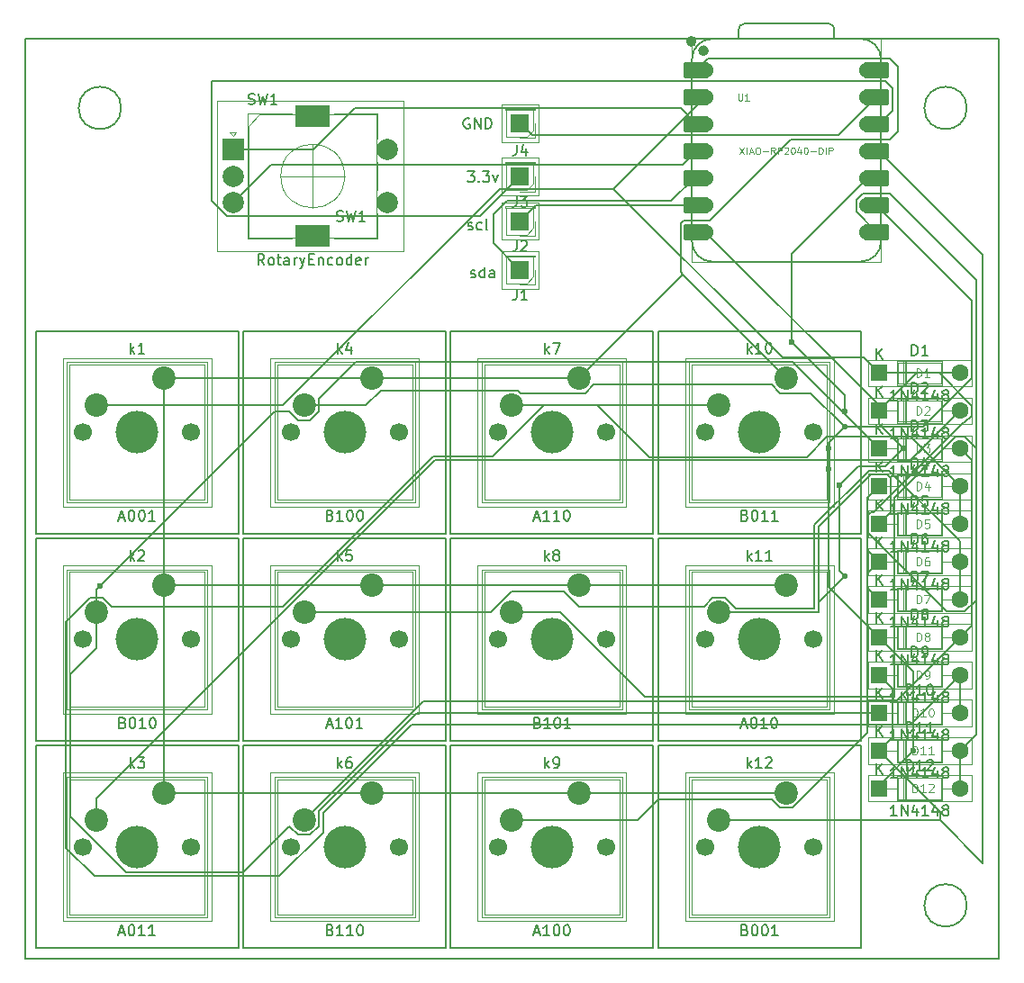
<source format=gbr>
%TF.GenerationSoftware,KiCad,Pcbnew,9.0.6*%
%TF.CreationDate,2025-12-08T16:04:42-08:00*%
%TF.ProjectId,Hackpad V1,4861636b-7061-4642-9056-312e6b696361,rev?*%
%TF.SameCoordinates,Original*%
%TF.FileFunction,Glue,Bot*%
%TF.FilePolarity,Positive*%
%FSLAX46Y46*%
G04 Gerber Fmt 4.6, Leading zero omitted, Abs format (unit mm)*
G04 Created by KiCad (PCBNEW 9.0.6) date 2025-12-08 16:04:42*
%MOMM*%
%LPD*%
G01*
G04 APERTURE LIST*
G04 Aperture macros list*
%AMRoundRect*
0 Rectangle with rounded corners*
0 $1 Rounding radius*
0 $2 $3 $4 $5 $6 $7 $8 $9 X,Y pos of 4 corners*
0 Add a 4 corners polygon primitive as box body*
4,1,4,$2,$3,$4,$5,$6,$7,$8,$9,$2,$3,0*
0 Add four circle primitives for the rounded corners*
1,1,$1+$1,$2,$3*
1,1,$1+$1,$4,$5*
1,1,$1+$1,$6,$7*
1,1,$1+$1,$8,$9*
0 Add four rect primitives between the rounded corners*
20,1,$1+$1,$2,$3,$4,$5,0*
20,1,$1+$1,$4,$5,$6,$7,0*
20,1,$1+$1,$6,$7,$8,$9,0*
20,1,$1+$1,$8,$9,$2,$3,0*%
G04 Aperture macros list end*
%TA.AperFunction,ComponentPad*%
%ADD10R,1.700000X1.700000*%
%TD*%
%TA.AperFunction,ComponentPad*%
%ADD11C,1.524000*%
%TD*%
%TA.AperFunction,ComponentPad*%
%ADD12C,2.200000*%
%TD*%
%TA.AperFunction,ComponentPad*%
%ADD13C,2.000000*%
%TD*%
%TA.AperFunction,ComponentPad*%
%ADD14R,3.200000X2.000000*%
%TD*%
%TA.AperFunction,ComponentPad*%
%ADD15R,2.000000X2.000000*%
%TD*%
%TA.AperFunction,ComponentPad*%
%ADD16RoundRect,0.250000X-0.550000X-0.550000X0.550000X-0.550000X0.550000X0.550000X-0.550000X0.550000X0*%
%TD*%
%TA.AperFunction,ComponentPad*%
%ADD17C,1.600000*%
%TD*%
%TA.AperFunction,ViaPad*%
%ADD18C,0.600000*%
%TD*%
%TA.AperFunction,Conductor*%
%ADD19C,0.200000*%
%TD*%
%ADD20R,1.700000X1.700000*%
%ADD21C,1.524000*%
%ADD22C,2.200000*%
%ADD23C,1.700000*%
%ADD24C,4.000000*%
%ADD25C,2.000000*%
%ADD26R,3.200000X2.000000*%
%ADD27R,2.000000X2.000000*%
%ADD28RoundRect,0.250000X-0.550000X-0.550000X0.550000X-0.550000X0.550000X0.550000X-0.550000X0.550000X0*%
%ADD29C,1.600000*%
%TA.AperFunction,SMDPad,CuDef*%
%ADD30RoundRect,0.152400X-1.063600X-0.609600X1.063600X-0.609600X1.063600X0.609600X-1.063600X0.609600X0*%
%TD*%
%TA.AperFunction,SMDPad,CuDef*%
%ADD31RoundRect,0.152400X1.063600X0.609600X-1.063600X0.609600X-1.063600X-0.609600X1.063600X-0.609600X0*%
%TD*%
%ADD32RoundRect,0.152400X-1.063600X-0.609600X1.063600X-0.609600X1.063600X0.609600X-1.063600X0.609600X0*%
%ADD33RoundRect,0.152400X1.063600X0.609600X-1.063600X0.609600X-1.063600X-0.609600X1.063600X-0.609600X0*%
%ADD34C,0.150000*%
%ADD35C,0.101600*%
%ADD36C,0.120000*%
%ADD37C,0.504000*%
%ADD38C,0.127000*%
%ADD39C,0.100000*%
%ADD40C,0.050000*%
%TA.AperFunction,Profile*%
%ADD41C,0.200000*%
%TD*%
G04 APERTURE END LIST*
D10*
%TO.P,J1,1,Pin_1*%
%TO.N,Net-(J1-Pin_1)*%
X80000000Y-64730000D03*
%TD*%
D11*
%TO.P,U1,14,VBUS*%
%TO.N,unconnected-(U1-VBUS-Pad14)*%
X112665000Y-45920000D03*
%TO.P,U1,13,GND*%
%TO.N,Net-(J4-Pin_1)*%
X112665000Y-48460000D03*
%TO.P,U1,12,3V3*%
%TO.N,Net-(J3-Pin_1)*%
X112665000Y-51000000D03*
%TO.P,U1,11,GPIO3/MOSI*%
%TO.N,Net-(D11-K)*%
X112665000Y-53540000D03*
%TO.P,U1,10,GPIO4/MISO*%
%TO.N,Net-(D10-K)*%
X112665000Y-56080000D03*
%TO.P,U1,9,GPIO2/SCK*%
%TO.N,Net-(D12-K)*%
X112665000Y-58620000D03*
%TO.P,U1,8,GPIO1/RX*%
%TO.N,Net-(D4-K)*%
X112665000Y-61160000D03*
%TO.P,U1,7,GPIO0/TX*%
%TO.N,Net-(D1-A)*%
X97425000Y-61160000D03*
%TO.P,U1,6,GPIO7/SCL*%
%TO.N,Net-(J2-Pin_1)*%
X97425000Y-58620000D03*
%TO.P,U1,5,GPIO6/SDA*%
%TO.N,Net-(J1-Pin_1)*%
X97425000Y-56080000D03*
%TO.P,U1,4,GPIO29/ADC3/A3*%
%TO.N,Net-(U1-GPIO29{slash}ADC3{slash}A3)*%
X97425000Y-53540000D03*
%TO.P,U1,3,GPIO28/ADC2/A2*%
%TO.N,Net-(U1-GPIO28{slash}ADC2{slash}A2)*%
X97425000Y-51000000D03*
%TO.P,U1,2,GPIO27/ADC1/A1*%
%TO.N,Net-(D1-K)*%
X97425000Y-48460000D03*
%TO.P,U1,1,GPIO26/ADC0/A0*%
%TO.N,Net-(U1-GPIO26{slash}ADC0{slash}A0)*%
X97425000Y-45920000D03*
%TD*%
D12*
%TO.P,k10,2,2*%
%TO.N,Net-(D10-A)*%
X98690000Y-77460000D03*
%TO.P,k10,1,1*%
%TO.N,Net-(U1-GPIO26{slash}ADC0{slash}A0)*%
X105040000Y-74920000D03*
%TD*%
%TO.P,k7,2,2*%
%TO.N,Net-(D4-A)*%
X79190000Y-77460000D03*
%TO.P,k7,1,1*%
%TO.N,Net-(U1-GPIO26{slash}ADC0{slash}A0)*%
X85540000Y-74920000D03*
%TD*%
%TO.P,k4,2,2*%
%TO.N,Net-(D12-K)*%
X59690000Y-77460000D03*
%TO.P,k4,1,1*%
%TO.N,Net-(U1-GPIO26{slash}ADC0{slash}A0)*%
X66040000Y-74920000D03*
%TD*%
%TO.P,k1,2,2*%
%TO.N,Net-(D1-K)*%
X40190000Y-77460000D03*
%TO.P,k1,1,1*%
%TO.N,Net-(U1-GPIO26{slash}ADC0{slash}A0)*%
X46540000Y-74920000D03*
%TD*%
D13*
%TO.P,SW1,S2*%
%TO.N,N/C*%
X67500000Y-53400000D03*
%TO.P,SW1,S1*%
X67500000Y-58400000D03*
D14*
%TO.P,SW1,MP*%
X60500000Y-61500000D03*
X60500000Y-50300000D03*
D13*
%TO.P,SW1,C,C*%
%TO.N,unconnected-(SW1-PadC)*%
X53000000Y-55900000D03*
%TO.P,SW1,B,B*%
%TO.N,Net-(U1-GPIO29{slash}ADC3{slash}A3)*%
X53000000Y-58400000D03*
D15*
%TO.P,SW1,A,A*%
%TO.N,Net-(U1-GPIO28{slash}ADC2{slash}A2)*%
X53000000Y-53400000D03*
%TD*%
D10*
%TO.P,J4,1,Pin_1*%
%TO.N,Net-(J4-Pin_1)*%
X80000000Y-50960000D03*
%TD*%
%TO.P,J2,1,Pin_1*%
%TO.N,Net-(J2-Pin_1)*%
X80000000Y-60140000D03*
%TD*%
%TO.P,J3,1,Pin_1*%
%TO.N,Net-(J3-Pin_1)*%
X80000000Y-55960000D03*
%TD*%
D12*
%TO.P,k12,1,1*%
%TO.N,Net-(U1-GPIO26{slash}ADC0{slash}A0)*%
X105040000Y-113920000D03*
%TO.P,k12,2,2*%
%TO.N,Net-(D11-K)*%
X98690000Y-116460000D03*
%TD*%
%TO.P,k11,1,1*%
%TO.N,Net-(U1-GPIO26{slash}ADC0{slash}A0)*%
X105040000Y-94420000D03*
%TO.P,k11,2,2*%
%TO.N,Net-(D1-A)*%
X98690000Y-96960000D03*
%TD*%
%TO.P,k9,1,1*%
%TO.N,Net-(U1-GPIO26{slash}ADC0{slash}A0)*%
X85540000Y-113920000D03*
%TO.P,k9,2,2*%
%TO.N,Net-(D4-K)*%
X79190000Y-116460000D03*
%TD*%
%TO.P,k8,1,1*%
%TO.N,Net-(U1-GPIO26{slash}ADC0{slash}A0)*%
X85540000Y-94420000D03*
%TO.P,k8,2,2*%
%TO.N,Net-(D11-A)*%
X79190000Y-96960000D03*
%TD*%
%TO.P,k6,1,1*%
%TO.N,Net-(U1-GPIO26{slash}ADC0{slash}A0)*%
X66040000Y-113920000D03*
%TO.P,k6,2,2*%
%TO.N,Net-(D3-A)*%
X59690000Y-116460000D03*
%TD*%
%TO.P,k5,1,1*%
%TO.N,Net-(U1-GPIO26{slash}ADC0{slash}A0)*%
X66040000Y-94420000D03*
%TO.P,k5,2,2*%
%TO.N,Net-(D6-A)*%
X59690000Y-96960000D03*
%TD*%
%TO.P,k3,1,1*%
%TO.N,Net-(U1-GPIO26{slash}ADC0{slash}A0)*%
X46540000Y-113920000D03*
%TO.P,k3,2,2*%
%TO.N,Net-(D2-A)*%
X40190000Y-116460000D03*
%TD*%
%TO.P,k2,1,1*%
%TO.N,Net-(U1-GPIO26{slash}ADC0{slash}A0)*%
X46540000Y-94420000D03*
%TO.P,k2,2,2*%
%TO.N,Net-(D10-K)*%
X40190000Y-96960000D03*
%TD*%
D16*
%TO.P,D12,1,K*%
%TO.N,Net-(D12-K)*%
X113750000Y-113490000D03*
D17*
%TO.P,D12,2,A*%
%TO.N,Net-(D11-A)*%
X121370000Y-113490000D03*
%TD*%
D16*
%TO.P,D11,1,K*%
%TO.N,Net-(D11-K)*%
X113750000Y-109940000D03*
D17*
%TO.P,D11,2,A*%
%TO.N,Net-(D11-A)*%
X121370000Y-109940000D03*
%TD*%
D16*
%TO.P,D10,1,K*%
%TO.N,Net-(D10-K)*%
X113750000Y-106390000D03*
D17*
%TO.P,D10,2,A*%
%TO.N,Net-(D10-A)*%
X121370000Y-106390000D03*
%TD*%
D16*
%TO.P,D9,1,K*%
%TO.N,Net-(D11-K)*%
X113750000Y-102840000D03*
D17*
%TO.P,D9,2,A*%
%TO.N,Net-(D10-A)*%
X121370000Y-102840000D03*
%TD*%
D16*
%TO.P,D8,1,K*%
%TO.N,Net-(D12-K)*%
X113750000Y-99290000D03*
D17*
%TO.P,D8,2,A*%
%TO.N,Net-(D3-A)*%
X121370000Y-99290000D03*
%TD*%
D16*
%TO.P,D7,1,K*%
%TO.N,Net-(D1-K)*%
X113750000Y-95740000D03*
D17*
%TO.P,D7,2,A*%
%TO.N,Net-(D6-A)*%
X121370000Y-95740000D03*
%TD*%
D16*
%TO.P,D6,1,K*%
%TO.N,Net-(D4-K)*%
X113750000Y-92190000D03*
D17*
%TO.P,D6,2,A*%
%TO.N,Net-(D6-A)*%
X121370000Y-92190000D03*
%TD*%
D16*
%TO.P,D5,1,K*%
%TO.N,Net-(D1-A)*%
X113750000Y-88640000D03*
D17*
%TO.P,D5,2,A*%
%TO.N,Net-(D4-A)*%
X121370000Y-88640000D03*
%TD*%
D16*
%TO.P,D4,1,K*%
%TO.N,Net-(D4-K)*%
X113750000Y-85090000D03*
D17*
%TO.P,D4,2,A*%
%TO.N,Net-(D4-A)*%
X121370000Y-85090000D03*
%TD*%
D16*
%TO.P,D3,1,K*%
%TO.N,Net-(D10-K)*%
X113750000Y-81540000D03*
D17*
%TO.P,D3,2,A*%
%TO.N,Net-(D3-A)*%
X121370000Y-81540000D03*
%TD*%
D16*
%TO.P,D2,1,K*%
%TO.N,Net-(D1-A)*%
X113750000Y-77990000D03*
D17*
%TO.P,D2,2,A*%
%TO.N,Net-(D2-A)*%
X121370000Y-77990000D03*
%TD*%
D16*
%TO.P,D1,1,K*%
%TO.N,Net-(D1-K)*%
X113750000Y-74440000D03*
D17*
%TO.P,D1,2,A*%
%TO.N,Net-(D1-A)*%
X121370000Y-74440000D03*
%TD*%
D18*
%TO.N,Net-(D12-K)*%
X110500000Y-79500000D03*
X109000000Y-81500000D03*
%TO.N,Net-(D1-A)*%
X110500000Y-93500000D03*
X110000000Y-85000000D03*
X116000000Y-81500000D03*
%TO.N,Net-(D12-K)*%
X109000000Y-81500000D03*
X109000000Y-83500000D03*
X117000000Y-110000000D03*
%TO.N,Net-(D10-K)*%
X40500000Y-94500000D03*
X110500000Y-78000000D03*
X105500000Y-71500000D03*
%TD*%
D19*
%TO.N,Net-(D12-K)*%
X109000000Y-81000000D02*
X110500000Y-79500000D01*
X109000000Y-81500000D02*
X109000000Y-81000000D01*
%TO.N,Net-(D1-A)*%
X110000000Y-93000000D02*
X110500000Y-93500000D01*
X110000000Y-85000000D02*
X110000000Y-93000000D01*
X113750000Y-79250000D02*
X116000000Y-81500000D01*
X113750000Y-77990000D02*
X113750000Y-79250000D01*
%TO.N,Net-(D12-K)*%
X109000000Y-94540000D02*
X109000000Y-83500000D01*
X113750000Y-99290000D02*
X109000000Y-94540000D01*
X113750000Y-113250000D02*
X113750000Y-113490000D01*
X117000000Y-110000000D02*
X113750000Y-113250000D01*
%TO.N,Net-(D10-K)*%
X56959686Y-78040314D02*
X40500000Y-94500000D01*
X58289000Y-78040314D02*
X56959686Y-78040314D01*
X59109686Y-78861000D02*
X58289000Y-78040314D01*
X60270314Y-78861000D02*
X59109686Y-78861000D01*
X61091000Y-78040314D02*
X60270314Y-78861000D01*
X64569686Y-73401000D02*
X61091000Y-76879686D01*
X61091000Y-76879686D02*
X61091000Y-78040314D01*
X105611000Y-73401000D02*
X64569686Y-73401000D01*
X113750000Y-81540000D02*
X105611000Y-73401000D01*
X110500000Y-78290000D02*
X113750000Y-81540000D01*
X110500000Y-78000000D02*
X110500000Y-78290000D01*
X105500000Y-63245000D02*
X105500000Y-71500000D01*
X112665000Y-56080000D02*
X105500000Y-63245000D01*
%TO.N,Net-(D1-K)*%
X112649000Y-94639000D02*
X113750000Y-95740000D01*
X112649000Y-87854840D02*
X112649000Y-94639000D01*
X112964840Y-87539000D02*
X112649000Y-87854840D01*
X113246850Y-87539000D02*
X112964840Y-87539000D01*
X121694850Y-79091000D02*
X113246850Y-87539000D01*
X121826050Y-79091000D02*
X121694850Y-79091000D01*
X122471000Y-78446050D02*
X121826050Y-79091000D01*
X122471000Y-77533950D02*
X122471000Y-78446050D01*
X119377050Y-74440000D02*
X122471000Y-77533950D01*
X113750000Y-74440000D02*
X119377050Y-74440000D01*
X112310000Y-73000000D02*
X113750000Y-74440000D01*
X104663000Y-73000000D02*
X112310000Y-73000000D01*
X88774000Y-57111000D02*
X104663000Y-73000000D01*
%TO.N,Net-(D10-A)*%
X121370000Y-106390000D02*
X121370000Y-102840000D01*
X69793200Y-107491000D02*
X116719000Y-107491000D01*
X61492000Y-115792200D02*
X69793200Y-107491000D01*
X61492000Y-117626470D02*
X61492000Y-115792200D01*
X57366470Y-121752000D02*
X61492000Y-117626470D01*
X37318000Y-119096470D02*
X39973530Y-121752000D01*
X37318000Y-97850686D02*
X37318000Y-119096470D01*
X39609686Y-95559000D02*
X37318000Y-97850686D01*
X40770314Y-95559000D02*
X39609686Y-95559000D01*
X41591000Y-96379686D02*
X40770314Y-95559000D01*
X39973530Y-121752000D02*
X57366470Y-121752000D01*
X57721900Y-96379686D02*
X41591000Y-96379686D01*
X71861586Y-82240000D02*
X57721900Y-96379686D01*
X77435184Y-82240000D02*
X71861586Y-82240000D01*
X82215184Y-77460000D02*
X77435184Y-82240000D01*
X98690000Y-77460000D02*
X82215184Y-77460000D01*
X116719000Y-107491000D02*
X121370000Y-102840000D01*
%TO.N,Net-(D1-K)*%
X88774000Y-57111000D02*
X97425000Y-48460000D01*
X78057686Y-57111000D02*
X88774000Y-57111000D01*
X57708686Y-77460000D02*
X78057686Y-57111000D01*
X40190000Y-77460000D02*
X57708686Y-77460000D01*
%TO.N,Net-(D11-A)*%
X121370000Y-109940000D02*
X121370000Y-113490000D01*
X122872000Y-108438000D02*
X121370000Y-109940000D01*
X122872000Y-81484950D02*
X122872000Y-108438000D01*
X121826050Y-80439000D02*
X122872000Y-81484950D01*
X120913950Y-80439000D02*
X121826050Y-80439000D01*
X115204900Y-86148050D02*
X120913950Y-80439000D01*
X115204900Y-104888000D02*
X115204900Y-86148050D01*
X91712816Y-104888000D02*
X115204900Y-104888000D01*
X79190000Y-96960000D02*
X83784816Y-96960000D01*
X83784816Y-96960000D02*
X91712816Y-104888000D01*
%TO.N,Net-(D10-K)*%
X61091000Y-115626100D02*
X70327100Y-106390000D01*
X70327100Y-106390000D02*
X113750000Y-106390000D01*
X60270314Y-117861000D02*
X61091000Y-117040314D01*
X59109686Y-117861000D02*
X60270314Y-117861000D01*
X58289000Y-117040314D02*
X59109686Y-117861000D01*
X53978314Y-121351000D02*
X58289000Y-117040314D01*
X61091000Y-117040314D02*
X61091000Y-115626100D01*
X42969470Y-121351000D02*
X53978314Y-121351000D01*
X37719000Y-116100530D02*
X42969470Y-121351000D01*
X37719000Y-102781000D02*
X37719000Y-116100530D01*
X40190000Y-100310000D02*
X37719000Y-102781000D01*
X40190000Y-96960000D02*
X40190000Y-100310000D01*
%TO.N,Net-(D2-A)*%
X72027686Y-82641000D02*
X116719000Y-82641000D01*
X116719000Y-82641000D02*
X121370000Y-77990000D01*
X40190000Y-116460000D02*
X40190000Y-114478686D01*
X40190000Y-114478686D02*
X72027686Y-82641000D01*
%TO.N,Net-(D3-A)*%
X122471000Y-82641000D02*
X121370000Y-81540000D01*
X122471000Y-98189000D02*
X122471000Y-82641000D01*
X121370000Y-99290000D02*
X122471000Y-98189000D01*
X115371000Y-105289000D02*
X121370000Y-99290000D01*
X70861000Y-105289000D02*
X115371000Y-105289000D01*
X59690000Y-116460000D02*
X70861000Y-105289000D01*
%TD*%
D20*
%TO.C,J1*%
X80000000Y-64730000D03*
%TD*%
D21*
%TO.C,U1*%
X112665000Y-45920000D03*
X112665000Y-48460000D03*
X112665000Y-51000000D03*
X112665000Y-53540000D03*
X112665000Y-56080000D03*
X112665000Y-58620000D03*
X112665000Y-61160000D03*
X97425000Y-61160000D03*
X97425000Y-58620000D03*
X97425000Y-56080000D03*
X97425000Y-53540000D03*
X97425000Y-51000000D03*
X97425000Y-48460000D03*
X97425000Y-45920000D03*
%TD*%
D22*
%TO.C,k10*%
X98690000Y-77460000D03*
X105040000Y-74920000D03*
D23*
X107580000Y-80000000D03*
D24*
X102500000Y-80000000D03*
D23*
X97420000Y-80000000D03*
%TD*%
D22*
%TO.C,k7*%
X79190000Y-77460000D03*
X85540000Y-74920000D03*
D23*
X88080000Y-80000000D03*
D24*
X83000000Y-80000000D03*
D23*
X77920000Y-80000000D03*
%TD*%
D22*
%TO.C,k4*%
X59690000Y-77460000D03*
X66040000Y-74920000D03*
D23*
X68580000Y-80000000D03*
D24*
X63500000Y-80000000D03*
D23*
X58420000Y-80000000D03*
%TD*%
D22*
%TO.C,k1*%
X40190000Y-77460000D03*
X46540000Y-74920000D03*
D23*
X49080000Y-80000000D03*
D24*
X44000000Y-80000000D03*
D23*
X38920000Y-80000000D03*
%TD*%
D25*
%TO.C,SW1*%
X67500000Y-53400000D03*
X67500000Y-58400000D03*
D26*
X60500000Y-61500000D03*
X60500000Y-50300000D03*
D25*
X53000000Y-55900000D03*
X53000000Y-58400000D03*
D27*
X53000000Y-53400000D03*
%TD*%
D20*
%TO.C,J4*%
X80000000Y-50960000D03*
%TD*%
%TO.C,J2*%
X80000000Y-60140000D03*
%TD*%
%TO.C,J3*%
X80000000Y-55960000D03*
%TD*%
D23*
%TO.C,k12*%
X97420000Y-119000000D03*
D24*
X102500000Y-119000000D03*
D23*
X107580000Y-119000000D03*
D22*
X105040000Y-113920000D03*
X98690000Y-116460000D03*
%TD*%
D23*
%TO.C,k11*%
X97420000Y-99500000D03*
D24*
X102500000Y-99500000D03*
D23*
X107580000Y-99500000D03*
D22*
X105040000Y-94420000D03*
X98690000Y-96960000D03*
%TD*%
D23*
%TO.C,k9*%
X77920000Y-119000000D03*
D24*
X83000000Y-119000000D03*
D23*
X88080000Y-119000000D03*
D22*
X85540000Y-113920000D03*
X79190000Y-116460000D03*
%TD*%
D23*
%TO.C,k8*%
X77920000Y-99500000D03*
D24*
X83000000Y-99500000D03*
D23*
X88080000Y-99500000D03*
D22*
X85540000Y-94420000D03*
X79190000Y-96960000D03*
%TD*%
D23*
%TO.C,k6*%
X58420000Y-119000000D03*
D24*
X63500000Y-119000000D03*
D23*
X68580000Y-119000000D03*
D22*
X66040000Y-113920000D03*
X59690000Y-116460000D03*
%TD*%
D23*
%TO.C,k5*%
X58420000Y-99500000D03*
D24*
X63500000Y-99500000D03*
D23*
X68580000Y-99500000D03*
D22*
X66040000Y-94420000D03*
X59690000Y-96960000D03*
%TD*%
D23*
%TO.C,k3*%
X38920000Y-119000000D03*
D24*
X44000000Y-119000000D03*
D23*
X49080000Y-119000000D03*
D22*
X46540000Y-113920000D03*
X40190000Y-116460000D03*
%TD*%
D23*
%TO.C,k2*%
X38920000Y-99500000D03*
D24*
X44000000Y-99500000D03*
D23*
X49080000Y-99500000D03*
D22*
X46540000Y-94420000D03*
X40190000Y-96960000D03*
%TD*%
D28*
%TO.C,D12*%
X113750000Y-113490000D03*
D29*
X121370000Y-113490000D03*
%TD*%
D28*
%TO.C,D11*%
X113750000Y-109940000D03*
D29*
X121370000Y-109940000D03*
%TD*%
D28*
%TO.C,D10*%
X113750000Y-106390000D03*
D29*
X121370000Y-106390000D03*
%TD*%
D28*
%TO.C,D9*%
X113750000Y-102840000D03*
D29*
X121370000Y-102840000D03*
%TD*%
D28*
%TO.C,D8*%
X113750000Y-99290000D03*
D29*
X121370000Y-99290000D03*
%TD*%
D28*
%TO.C,D7*%
X113750000Y-95740000D03*
D29*
X121370000Y-95740000D03*
%TD*%
D28*
%TO.C,D6*%
X113750000Y-92190000D03*
D29*
X121370000Y-92190000D03*
%TD*%
D28*
%TO.C,D5*%
X113750000Y-88640000D03*
D29*
X121370000Y-88640000D03*
%TD*%
D28*
%TO.C,D4*%
X113750000Y-85090000D03*
D29*
X121370000Y-85090000D03*
%TD*%
D28*
%TO.C,D3*%
X113750000Y-81540000D03*
D29*
X121370000Y-81540000D03*
%TD*%
D28*
%TO.C,D2*%
X113750000Y-77990000D03*
D29*
X121370000Y-77990000D03*
%TD*%
D28*
%TO.C,D1*%
X113750000Y-74440000D03*
D29*
X121370000Y-74440000D03*
%TD*%
D10*
%TO.P,J1,1,Pin_1*%
%TO.N,Net-(J1-Pin_1)*%
X80000000Y-64730000D03*
%TD*%
D30*
%TO.P,U1,14,VBUS*%
%TO.N,unconnected-(U1-VBUS-Pad14)*%
X113500000Y-45920000D03*
D11*
X112665000Y-45920000D03*
D30*
%TO.P,U1,13,GND*%
%TO.N,Net-(J4-Pin_1)*%
X113500000Y-48460000D03*
D11*
X112665000Y-48460000D03*
D30*
%TO.P,U1,12,3V3*%
%TO.N,Net-(J3-Pin_1)*%
X113500000Y-51000000D03*
D11*
X112665000Y-51000000D03*
D30*
%TO.P,U1,11,GPIO3/MOSI*%
%TO.N,Net-(D11-K)*%
X113500000Y-53540000D03*
D11*
X112665000Y-53540000D03*
D30*
%TO.P,U1,10,GPIO4/MISO*%
%TO.N,Net-(D10-K)*%
X113500000Y-56080000D03*
D11*
X112665000Y-56080000D03*
D30*
%TO.P,U1,9,GPIO2/SCK*%
%TO.N,Net-(D12-K)*%
X113500000Y-58620000D03*
D11*
X112665000Y-58620000D03*
D30*
%TO.P,U1,8,GPIO1/RX*%
%TO.N,Net-(D4-K)*%
X113500000Y-61160000D03*
D11*
X112665000Y-61160000D03*
%TO.P,U1,7,GPIO0/TX*%
%TO.N,Net-(D1-A)*%
X97425000Y-61160000D03*
D31*
X96590000Y-61160000D03*
D11*
%TO.P,U1,6,GPIO7/SCL*%
%TO.N,Net-(J2-Pin_1)*%
X97425000Y-58620000D03*
D31*
X96590000Y-58620000D03*
D11*
%TO.P,U1,5,GPIO6/SDA*%
%TO.N,Net-(J1-Pin_1)*%
X97425000Y-56080000D03*
D31*
X96590000Y-56080000D03*
D11*
%TO.P,U1,4,GPIO29/ADC3/A3*%
%TO.N,Net-(U1-GPIO29{slash}ADC3{slash}A3)*%
X97425000Y-53540000D03*
D31*
X96590000Y-53540000D03*
D11*
%TO.P,U1,3,GPIO28/ADC2/A2*%
%TO.N,Net-(U1-GPIO28{slash}ADC2{slash}A2)*%
X97425000Y-51000000D03*
D31*
X96590000Y-51000000D03*
D11*
%TO.P,U1,2,GPIO27/ADC1/A1*%
%TO.N,Net-(D1-K)*%
X97425000Y-48460000D03*
D31*
X96590000Y-48460000D03*
D11*
%TO.P,U1,1,GPIO26/ADC0/A0*%
%TO.N,Net-(U1-GPIO26{slash}ADC0{slash}A0)*%
X97425000Y-45920000D03*
D31*
X96590000Y-45920000D03*
%TD*%
D12*
%TO.P,k10,2,2*%
%TO.N,Net-(D10-A)*%
X98690000Y-77460000D03*
%TO.P,k10,1,1*%
%TO.N,Net-(U1-GPIO26{slash}ADC0{slash}A0)*%
X105040000Y-74920000D03*
%TD*%
%TO.P,k7,2,2*%
%TO.N,Net-(D4-A)*%
X79190000Y-77460000D03*
%TO.P,k7,1,1*%
%TO.N,Net-(U1-GPIO26{slash}ADC0{slash}A0)*%
X85540000Y-74920000D03*
%TD*%
%TO.P,k4,2,2*%
%TO.N,Net-(D12-K)*%
X59690000Y-77460000D03*
%TO.P,k4,1,1*%
%TO.N,Net-(U1-GPIO26{slash}ADC0{slash}A0)*%
X66040000Y-74920000D03*
%TD*%
%TO.P,k1,2,2*%
%TO.N,Net-(D1-K)*%
X40190000Y-77460000D03*
%TO.P,k1,1,1*%
%TO.N,Net-(U1-GPIO26{slash}ADC0{slash}A0)*%
X46540000Y-74920000D03*
%TD*%
D13*
%TO.P,SW1,S2*%
%TO.N,N/C*%
X67500000Y-53400000D03*
%TO.P,SW1,S1*%
X67500000Y-58400000D03*
D14*
%TO.P,SW1,MP*%
X60500000Y-61500000D03*
X60500000Y-50300000D03*
D13*
%TO.P,SW1,C,C*%
%TO.N,unconnected-(SW1-PadC)*%
X53000000Y-55900000D03*
%TO.P,SW1,B,B*%
%TO.N,Net-(U1-GPIO29{slash}ADC3{slash}A3)*%
X53000000Y-58400000D03*
D15*
%TO.P,SW1,A,A*%
%TO.N,Net-(U1-GPIO28{slash}ADC2{slash}A2)*%
X53000000Y-53400000D03*
%TD*%
D10*
%TO.P,J4,1,Pin_1*%
%TO.N,Net-(J4-Pin_1)*%
X80000000Y-50960000D03*
%TD*%
%TO.P,J2,1,Pin_1*%
%TO.N,Net-(J2-Pin_1)*%
X80000000Y-60140000D03*
%TD*%
%TO.P,J3,1,Pin_1*%
%TO.N,Net-(J3-Pin_1)*%
X80000000Y-55960000D03*
%TD*%
D12*
%TO.P,k12,1,1*%
%TO.N,Net-(U1-GPIO26{slash}ADC0{slash}A0)*%
X105040000Y-113920000D03*
%TO.P,k12,2,2*%
%TO.N,Net-(D11-K)*%
X98690000Y-116460000D03*
%TD*%
%TO.P,k11,1,1*%
%TO.N,Net-(U1-GPIO26{slash}ADC0{slash}A0)*%
X105040000Y-94420000D03*
%TO.P,k11,2,2*%
%TO.N,Net-(D1-A)*%
X98690000Y-96960000D03*
%TD*%
%TO.P,k9,1,1*%
%TO.N,Net-(U1-GPIO26{slash}ADC0{slash}A0)*%
X85540000Y-113920000D03*
%TO.P,k9,2,2*%
%TO.N,Net-(D4-K)*%
X79190000Y-116460000D03*
%TD*%
%TO.P,k8,1,1*%
%TO.N,Net-(U1-GPIO26{slash}ADC0{slash}A0)*%
X85540000Y-94420000D03*
%TO.P,k8,2,2*%
%TO.N,Net-(D11-A)*%
X79190000Y-96960000D03*
%TD*%
%TO.P,k6,1,1*%
%TO.N,Net-(U1-GPIO26{slash}ADC0{slash}A0)*%
X66040000Y-113920000D03*
%TO.P,k6,2,2*%
%TO.N,Net-(D3-A)*%
X59690000Y-116460000D03*
%TD*%
%TO.P,k5,1,1*%
%TO.N,Net-(U1-GPIO26{slash}ADC0{slash}A0)*%
X66040000Y-94420000D03*
%TO.P,k5,2,2*%
%TO.N,Net-(D6-A)*%
X59690000Y-96960000D03*
%TD*%
%TO.P,k3,1,1*%
%TO.N,Net-(U1-GPIO26{slash}ADC0{slash}A0)*%
X46540000Y-113920000D03*
%TO.P,k3,2,2*%
%TO.N,Net-(D2-A)*%
X40190000Y-116460000D03*
%TD*%
%TO.P,k2,1,1*%
%TO.N,Net-(U1-GPIO26{slash}ADC0{slash}A0)*%
X46540000Y-94420000D03*
%TO.P,k2,2,2*%
%TO.N,Net-(D10-K)*%
X40190000Y-96960000D03*
%TD*%
D16*
%TO.P,D12,1,K*%
%TO.N,Net-(D12-K)*%
X113750000Y-113490000D03*
D17*
%TO.P,D12,2,A*%
%TO.N,Net-(D11-A)*%
X121370000Y-113490000D03*
%TD*%
D16*
%TO.P,D11,1,K*%
%TO.N,Net-(D11-K)*%
X113750000Y-109940000D03*
D17*
%TO.P,D11,2,A*%
%TO.N,Net-(D11-A)*%
X121370000Y-109940000D03*
%TD*%
D16*
%TO.P,D10,1,K*%
%TO.N,Net-(D10-K)*%
X113750000Y-106390000D03*
D17*
%TO.P,D10,2,A*%
%TO.N,Net-(D10-A)*%
X121370000Y-106390000D03*
%TD*%
D16*
%TO.P,D9,1,K*%
%TO.N,Net-(D11-K)*%
X113750000Y-102840000D03*
D17*
%TO.P,D9,2,A*%
%TO.N,Net-(D10-A)*%
X121370000Y-102840000D03*
%TD*%
D16*
%TO.P,D8,1,K*%
%TO.N,Net-(D12-K)*%
X113750000Y-99290000D03*
D17*
%TO.P,D8,2,A*%
%TO.N,Net-(D3-A)*%
X121370000Y-99290000D03*
%TD*%
D16*
%TO.P,D7,1,K*%
%TO.N,Net-(D1-K)*%
X113750000Y-95740000D03*
D17*
%TO.P,D7,2,A*%
%TO.N,Net-(D6-A)*%
X121370000Y-95740000D03*
%TD*%
D16*
%TO.P,D6,1,K*%
%TO.N,Net-(D4-K)*%
X113750000Y-92190000D03*
D17*
%TO.P,D6,2,A*%
%TO.N,Net-(D6-A)*%
X121370000Y-92190000D03*
%TD*%
D16*
%TO.P,D5,1,K*%
%TO.N,Net-(D1-A)*%
X113750000Y-88640000D03*
D17*
%TO.P,D5,2,A*%
%TO.N,Net-(D4-A)*%
X121370000Y-88640000D03*
%TD*%
D16*
%TO.P,D4,1,K*%
%TO.N,Net-(D4-K)*%
X113750000Y-85090000D03*
D17*
%TO.P,D4,2,A*%
%TO.N,Net-(D4-A)*%
X121370000Y-85090000D03*
%TD*%
D16*
%TO.P,D3,1,K*%
%TO.N,Net-(D10-K)*%
X113750000Y-81540000D03*
D17*
%TO.P,D3,2,A*%
%TO.N,Net-(D3-A)*%
X121370000Y-81540000D03*
%TD*%
D16*
%TO.P,D2,1,K*%
%TO.N,Net-(D1-A)*%
X113750000Y-77990000D03*
D17*
%TO.P,D2,2,A*%
%TO.N,Net-(D2-A)*%
X121370000Y-77990000D03*
%TD*%
D16*
%TO.P,D1,1,K*%
%TO.N,Net-(D1-K)*%
X113750000Y-74440000D03*
D17*
%TO.P,D1,2,A*%
%TO.N,Net-(D1-A)*%
X121370000Y-74440000D03*
%TD*%
D18*
%TO.N,Net-(D12-K)*%
X110500000Y-79500000D03*
X109000000Y-81500000D03*
%TO.N,Net-(D1-A)*%
X110500000Y-93500000D03*
X110000000Y-85000000D03*
X116000000Y-81500000D03*
%TO.N,Net-(D12-K)*%
X109000000Y-81500000D03*
X109000000Y-83500000D03*
X117000000Y-110000000D03*
%TO.N,Net-(D10-K)*%
X40500000Y-94500000D03*
X110500000Y-78000000D03*
X105500000Y-71500000D03*
%TD*%
D19*
%TO.N,Net-(J1-Pin_1)*%
X80000000Y-64730000D02*
X77500000Y-62230000D01*
%TO.N,Net-(D12-K)*%
X122471000Y-67591000D02*
X113500000Y-58620000D01*
X122471000Y-74896050D02*
X122471000Y-67591000D01*
X117867050Y-79500000D02*
X122471000Y-74896050D01*
X110500000Y-79500000D02*
X117867050Y-79500000D01*
X107321000Y-76321000D02*
X110500000Y-79500000D01*
X104459686Y-76321000D02*
X107321000Y-76321000D01*
X103639000Y-75500314D02*
X104459686Y-76321000D01*
X86941000Y-75500314D02*
X103639000Y-75500314D01*
X86120314Y-76321000D02*
X86941000Y-75500314D01*
X79770314Y-76059000D02*
X80032314Y-76321000D01*
X80032314Y-76321000D02*
X86120314Y-76321000D01*
X66882314Y-76059000D02*
X79770314Y-76059000D01*
X65481314Y-77460000D02*
X66882314Y-76059000D01*
X59690000Y-77460000D02*
X65481314Y-77460000D01*
X109000000Y-81500000D02*
X109005570Y-81494430D01*
%TO.N,Net-(D1-A)*%
X108040000Y-95960000D02*
X108040000Y-96960000D01*
X110500000Y-93500000D02*
X108040000Y-95960000D01*
X111813000Y-83187000D02*
X110000000Y-85000000D01*
X114313000Y-83187000D02*
X111813000Y-83187000D01*
X116000000Y-81500000D02*
X114313000Y-83187000D01*
X113750000Y-77990000D02*
X113750000Y-77485000D01*
X113750000Y-77485000D02*
X97425000Y-61160000D01*
%TO.N,Net-(D12-K)*%
X109000000Y-83500000D02*
X109000000Y-81500000D01*
X117000000Y-102540000D02*
X117000000Y-110000000D01*
X113750000Y-99290000D02*
X117000000Y-102540000D01*
%TO.N,Net-(D10-K)*%
X40190000Y-94810000D02*
X40190000Y-96960000D01*
X40500000Y-94500000D02*
X40190000Y-94810000D01*
X110500000Y-76500000D02*
X110500000Y-78000000D01*
X105500000Y-71500000D02*
X110500000Y-76500000D01*
%TO.N,Net-(D4-K)*%
X112649000Y-86191000D02*
X113750000Y-85090000D01*
X112649000Y-89425160D02*
X112649000Y-86191000D01*
X120064840Y-96841000D02*
X112649000Y-89425160D01*
X121826050Y-96841000D02*
X120064840Y-96841000D01*
X122872000Y-65673374D02*
X122872000Y-95795050D01*
X114755626Y-57557000D02*
X122872000Y-65673374D01*
X112224690Y-57557000D02*
X114755626Y-57557000D01*
X111602000Y-58179690D02*
X112224690Y-57557000D01*
X122872000Y-95795050D02*
X121826050Y-96841000D01*
X111602000Y-59262000D02*
X111602000Y-58179690D01*
X113500000Y-61160000D02*
X111602000Y-59262000D01*
%TO.N,Net-(D6-A)*%
X121370000Y-92190000D02*
X121370000Y-95740000D01*
X121370000Y-90256740D02*
X121370000Y-92190000D01*
X112798740Y-83588000D02*
X114701260Y-83588000D01*
X107639000Y-88747740D02*
X112798740Y-83588000D01*
X107639000Y-96559000D02*
X107639000Y-88747740D01*
X100270314Y-96559000D02*
X107639000Y-96559000D01*
X99270314Y-95559000D02*
X100270314Y-96559000D01*
X114701260Y-83588000D02*
X121370000Y-90256740D01*
X98109686Y-95559000D02*
X99270314Y-95559000D01*
X97289000Y-96379686D02*
X98109686Y-95559000D01*
X85518372Y-96379686D02*
X97289000Y-96379686D01*
X84138686Y-95000000D02*
X85518372Y-96379686D01*
X79168686Y-95000000D02*
X84138686Y-95000000D01*
X77208686Y-96960000D02*
X79168686Y-95000000D01*
X59690000Y-96960000D02*
X77208686Y-96960000D01*
%TO.N,Net-(D1-A)*%
X114535160Y-83989000D02*
X114851000Y-84304840D01*
X112964840Y-83989000D02*
X114535160Y-83989000D01*
X108040000Y-88913840D02*
X112964840Y-83989000D01*
X114851000Y-87539000D02*
X113750000Y-88640000D01*
X108040000Y-96960000D02*
X108040000Y-88913840D01*
X114851000Y-84304840D02*
X114851000Y-87539000D01*
X98690000Y-96960000D02*
X108040000Y-96960000D01*
%TO.N,Net-(D4-A)*%
X87238470Y-77460000D02*
X79190000Y-77460000D01*
X108839470Y-80439000D02*
X106927470Y-82351000D01*
X92129470Y-82351000D02*
X87238470Y-77460000D01*
X116719000Y-80439000D02*
X108839470Y-80439000D01*
X106927470Y-82351000D02*
X92129470Y-82351000D01*
X121370000Y-85090000D02*
X116719000Y-80439000D01*
X121370000Y-85090000D02*
X121370000Y-88640000D01*
%TO.N,Net-(D4-K)*%
X112649000Y-93291000D02*
X113750000Y-92190000D01*
X104459686Y-115321000D02*
X105620314Y-115321000D01*
X92999686Y-114500314D02*
X103639000Y-114500314D01*
X103639000Y-114500314D02*
X104459686Y-115321000D01*
X105620314Y-115321000D02*
X112649000Y-108292314D01*
X91040000Y-116460000D02*
X92999686Y-114500314D01*
X79190000Y-116460000D02*
X91040000Y-116460000D01*
X112649000Y-108292314D02*
X112649000Y-93291000D01*
%TO.N,Net-(U1-GPIO26{slash}ADC0{slash}A0)*%
X85540000Y-113920000D02*
X105040000Y-113920000D01*
X66040000Y-113920000D02*
X85540000Y-113920000D01*
X46540000Y-113920000D02*
X66040000Y-113920000D01*
X46540000Y-94420000D02*
X46540000Y-113920000D01*
X85540000Y-94420000D02*
X105040000Y-94420000D01*
X66040000Y-94420000D02*
X85540000Y-94420000D01*
X46540000Y-94420000D02*
X66040000Y-94420000D01*
X46540000Y-74920000D02*
X46540000Y-94420000D01*
X66040000Y-74920000D02*
X46540000Y-74920000D01*
X66040000Y-74920000D02*
X85540000Y-74920000D01*
X95270000Y-65190000D02*
X95310000Y-65190000D01*
X85540000Y-74920000D02*
X95270000Y-65190000D01*
X95310000Y-65190000D02*
X105040000Y-74920000D01*
X95073000Y-64953000D02*
X95310000Y-65190000D01*
X95073000Y-60358374D02*
X95073000Y-64953000D01*
X95334374Y-60097000D02*
X95073000Y-60358374D01*
X97865310Y-60097000D02*
X95334374Y-60097000D01*
X105485310Y-52477000D02*
X97865310Y-60097000D01*
X114755626Y-52477000D02*
X105485310Y-52477000D01*
X115500000Y-51732626D02*
X114755626Y-52477000D01*
X115500000Y-45601374D02*
X115500000Y-51732626D01*
X114755626Y-44857000D02*
X115500000Y-45601374D01*
X97653000Y-44857000D02*
X114755626Y-44857000D01*
X96590000Y-45920000D02*
X97653000Y-44857000D01*
%TO.N,Net-(J1-Pin_1)*%
X96347370Y-56080000D02*
X97425000Y-56080000D01*
X94208370Y-58219000D02*
X96347370Y-56080000D01*
X78781000Y-58219000D02*
X94208370Y-58219000D01*
X77500000Y-62230000D02*
X77500000Y-59500000D01*
X77500000Y-59500000D02*
X78781000Y-58219000D01*
%TO.N,Net-(J2-Pin_1)*%
X81520000Y-58620000D02*
X97425000Y-58620000D01*
X80000000Y-60140000D02*
X81520000Y-58620000D01*
%TO.N,Net-(D11-K)*%
X115000000Y-104090000D02*
X113750000Y-102840000D01*
X113750000Y-109940000D02*
X115000000Y-108690000D01*
X115000000Y-108690000D02*
X115000000Y-104090000D01*
X119500000Y-115690000D02*
X113750000Y-109940000D01*
X119500000Y-116500000D02*
X119500000Y-115690000D01*
X119500000Y-116500000D02*
X119460000Y-116460000D01*
X123500000Y-120500000D02*
X119500000Y-116500000D01*
X123500000Y-63297370D02*
X123500000Y-120500000D01*
X119460000Y-116460000D02*
X98690000Y-116460000D01*
X113742630Y-53540000D02*
X123500000Y-63297370D01*
X112665000Y-53540000D02*
X113742630Y-53540000D01*
%TO.N,Net-(J3-Pin_1)*%
X113742630Y-51000000D02*
X112665000Y-51000000D01*
X115017000Y-49725630D02*
X113742630Y-51000000D01*
X115017000Y-47658374D02*
X115017000Y-49725630D01*
X114358626Y-47000000D02*
X115017000Y-47658374D01*
X51000000Y-47000000D02*
X114358626Y-47000000D01*
X51000000Y-58239892D02*
X51000000Y-47000000D01*
X52461108Y-59701000D02*
X51000000Y-58239892D01*
X76259000Y-59701000D02*
X52461108Y-59701000D01*
X80000000Y-55960000D02*
X76259000Y-59701000D01*
%TO.N,Net-(J4-Pin_1)*%
X109897000Y-52063000D02*
X113500000Y-48460000D01*
X81103000Y-52063000D02*
X109897000Y-52063000D01*
X80000000Y-50960000D02*
X81103000Y-52063000D01*
%TO.N,Net-(U1-GPIO29{slash}ADC3{slash}A3)*%
X56591000Y-54809000D02*
X95321000Y-54809000D01*
X95321000Y-54809000D02*
X96590000Y-53540000D01*
X53000000Y-58400000D02*
X56591000Y-54809000D01*
%TO.N,Net-(U1-GPIO28{slash}ADC2{slash}A2)*%
X95090000Y-49500000D02*
X96590000Y-51000000D01*
X64502000Y-49500000D02*
X95090000Y-49500000D01*
X60602000Y-53400000D02*
X64502000Y-49500000D01*
X53000000Y-53400000D02*
X60602000Y-53400000D01*
%TO.N,Net-(D4-K)*%
X112649000Y-91089000D02*
X113750000Y-92190000D01*
X112649000Y-86191000D02*
X112649000Y-91089000D01*
%TO.N,Net-(D1-A)*%
X117300000Y-74440000D02*
X113750000Y-77990000D01*
X121370000Y-74440000D02*
X117300000Y-74440000D01*
%TD*%
D20*
%TO.C,J1*%
X80000000Y-64730000D03*
%TD*%
D32*
%TO.C,U1*%
X113500000Y-45920000D03*
D21*
X112665000Y-45920000D03*
D32*
X113500000Y-48460000D03*
D21*
X112665000Y-48460000D03*
D32*
X113500000Y-51000000D03*
D21*
X112665000Y-51000000D03*
D32*
X113500000Y-53540000D03*
D21*
X112665000Y-53540000D03*
D32*
X113500000Y-56080000D03*
D21*
X112665000Y-56080000D03*
D32*
X113500000Y-58620000D03*
D21*
X112665000Y-58620000D03*
D32*
X113500000Y-61160000D03*
D21*
X112665000Y-61160000D03*
X97425000Y-61160000D03*
D33*
X96590000Y-61160000D03*
D21*
X97425000Y-58620000D03*
D33*
X96590000Y-58620000D03*
D21*
X97425000Y-56080000D03*
D33*
X96590000Y-56080000D03*
D21*
X97425000Y-53540000D03*
D33*
X96590000Y-53540000D03*
D21*
X97425000Y-51000000D03*
D33*
X96590000Y-51000000D03*
D21*
X97425000Y-48460000D03*
D33*
X96590000Y-48460000D03*
D21*
X97425000Y-45920000D03*
D33*
X96590000Y-45920000D03*
%TD*%
D22*
%TO.C,k10*%
X98690000Y-77460000D03*
X105040000Y-74920000D03*
D23*
X107580000Y-80000000D03*
D24*
X102500000Y-80000000D03*
D23*
X97420000Y-80000000D03*
%TD*%
D22*
%TO.C,k7*%
X79190000Y-77460000D03*
X85540000Y-74920000D03*
D23*
X88080000Y-80000000D03*
D24*
X83000000Y-80000000D03*
D23*
X77920000Y-80000000D03*
%TD*%
D22*
%TO.C,k4*%
X59690000Y-77460000D03*
X66040000Y-74920000D03*
D23*
X68580000Y-80000000D03*
D24*
X63500000Y-80000000D03*
D23*
X58420000Y-80000000D03*
%TD*%
D22*
%TO.C,k1*%
X40190000Y-77460000D03*
X46540000Y-74920000D03*
D23*
X49080000Y-80000000D03*
D24*
X44000000Y-80000000D03*
D23*
X38920000Y-80000000D03*
%TD*%
D25*
%TO.C,SW1*%
X67500000Y-53400000D03*
X67500000Y-58400000D03*
D26*
X60500000Y-61500000D03*
X60500000Y-50300000D03*
D25*
X53000000Y-55900000D03*
X53000000Y-58400000D03*
D27*
X53000000Y-53400000D03*
%TD*%
D20*
%TO.C,J4*%
X80000000Y-50960000D03*
%TD*%
%TO.C,J2*%
X80000000Y-60140000D03*
%TD*%
%TO.C,J3*%
X80000000Y-55960000D03*
%TD*%
D23*
%TO.C,k12*%
X97420000Y-119000000D03*
D24*
X102500000Y-119000000D03*
D23*
X107580000Y-119000000D03*
D22*
X105040000Y-113920000D03*
X98690000Y-116460000D03*
%TD*%
D23*
%TO.C,k11*%
X97420000Y-99500000D03*
D24*
X102500000Y-99500000D03*
D23*
X107580000Y-99500000D03*
D22*
X105040000Y-94420000D03*
X98690000Y-96960000D03*
%TD*%
D23*
%TO.C,k9*%
X77920000Y-119000000D03*
D24*
X83000000Y-119000000D03*
D23*
X88080000Y-119000000D03*
D22*
X85540000Y-113920000D03*
X79190000Y-116460000D03*
%TD*%
D23*
%TO.C,k8*%
X77920000Y-99500000D03*
D24*
X83000000Y-99500000D03*
D23*
X88080000Y-99500000D03*
D22*
X85540000Y-94420000D03*
X79190000Y-96960000D03*
%TD*%
D23*
%TO.C,k6*%
X58420000Y-119000000D03*
D24*
X63500000Y-119000000D03*
D23*
X68580000Y-119000000D03*
D22*
X66040000Y-113920000D03*
X59690000Y-116460000D03*
%TD*%
D23*
%TO.C,k5*%
X58420000Y-99500000D03*
D24*
X63500000Y-99500000D03*
D23*
X68580000Y-99500000D03*
D22*
X66040000Y-94420000D03*
X59690000Y-96960000D03*
%TD*%
D23*
%TO.C,k3*%
X38920000Y-119000000D03*
D24*
X44000000Y-119000000D03*
D23*
X49080000Y-119000000D03*
D22*
X46540000Y-113920000D03*
X40190000Y-116460000D03*
%TD*%
D23*
%TO.C,k2*%
X38920000Y-99500000D03*
D24*
X44000000Y-99500000D03*
D23*
X49080000Y-99500000D03*
D22*
X46540000Y-94420000D03*
X40190000Y-96960000D03*
%TD*%
D28*
%TO.C,D12*%
X113750000Y-113490000D03*
D29*
X121370000Y-113490000D03*
%TD*%
D28*
%TO.C,D11*%
X113750000Y-109940000D03*
D29*
X121370000Y-109940000D03*
%TD*%
D28*
%TO.C,D10*%
X113750000Y-106390000D03*
D29*
X121370000Y-106390000D03*
%TD*%
D28*
%TO.C,D9*%
X113750000Y-102840000D03*
D29*
X121370000Y-102840000D03*
%TD*%
D28*
%TO.C,D8*%
X113750000Y-99290000D03*
D29*
X121370000Y-99290000D03*
%TD*%
D28*
%TO.C,D7*%
X113750000Y-95740000D03*
D29*
X121370000Y-95740000D03*
%TD*%
D28*
%TO.C,D6*%
X113750000Y-92190000D03*
D29*
X121370000Y-92190000D03*
%TD*%
D28*
%TO.C,D5*%
X113750000Y-88640000D03*
D29*
X121370000Y-88640000D03*
%TD*%
D28*
%TO.C,D4*%
X113750000Y-85090000D03*
D29*
X121370000Y-85090000D03*
%TD*%
D28*
%TO.C,D3*%
X113750000Y-81540000D03*
D29*
X121370000Y-81540000D03*
%TD*%
D28*
%TO.C,D2*%
X113750000Y-77990000D03*
D29*
X121370000Y-77990000D03*
%TD*%
D28*
%TO.C,D1*%
X113750000Y-74440000D03*
D29*
X121370000Y-74440000D03*
%TD*%
D34*
X79666666Y-66564819D02*
X79666666Y-67279104D01*
X79666666Y-67279104D02*
X79619047Y-67421961D01*
X79619047Y-67421961D02*
X79523809Y-67517200D01*
X79523809Y-67517200D02*
X79380952Y-67564819D01*
X79380952Y-67564819D02*
X79285714Y-67564819D01*
X80666666Y-67564819D02*
X80095238Y-67564819D01*
X80380952Y-67564819D02*
X80380952Y-66564819D01*
X80380952Y-66564819D02*
X80285714Y-66707676D01*
X80285714Y-66707676D02*
X80190476Y-66802914D01*
X80190476Y-66802914D02*
X80095238Y-66850533D01*
D35*
X100516190Y-48153479D02*
X100516190Y-48667526D01*
X100516190Y-48667526D02*
X100546428Y-48728002D01*
X100546428Y-48728002D02*
X100576666Y-48758241D01*
X100576666Y-48758241D02*
X100637142Y-48788479D01*
X100637142Y-48788479D02*
X100758095Y-48788479D01*
X100758095Y-48788479D02*
X100818571Y-48758241D01*
X100818571Y-48758241D02*
X100848809Y-48728002D01*
X100848809Y-48728002D02*
X100879047Y-48667526D01*
X100879047Y-48667526D02*
X100879047Y-48153479D01*
X101514047Y-48788479D02*
X101151190Y-48788479D01*
X101332618Y-48788479D02*
X101332618Y-48153479D01*
X101332618Y-48153479D02*
X101272142Y-48244193D01*
X101272142Y-48244193D02*
X101211666Y-48304669D01*
X101211666Y-48304669D02*
X101151190Y-48334907D01*
D34*
X101380952Y-72580819D02*
X101380952Y-71580819D01*
X101476190Y-72199866D02*
X101761904Y-72580819D01*
X101761904Y-71914152D02*
X101380952Y-72295104D01*
X102714285Y-72580819D02*
X102142857Y-72580819D01*
X102428571Y-72580819D02*
X102428571Y-71580819D01*
X102428571Y-71580819D02*
X102333333Y-71723676D01*
X102333333Y-71723676D02*
X102238095Y-71818914D01*
X102238095Y-71818914D02*
X102142857Y-71866533D01*
X103333333Y-71580819D02*
X103428571Y-71580819D01*
X103428571Y-71580819D02*
X103523809Y-71628438D01*
X103523809Y-71628438D02*
X103571428Y-71676057D01*
X103571428Y-71676057D02*
X103619047Y-71771295D01*
X103619047Y-71771295D02*
X103666666Y-71961771D01*
X103666666Y-71961771D02*
X103666666Y-72199866D01*
X103666666Y-72199866D02*
X103619047Y-72390342D01*
X103619047Y-72390342D02*
X103571428Y-72485580D01*
X103571428Y-72485580D02*
X103523809Y-72533200D01*
X103523809Y-72533200D02*
X103428571Y-72580819D01*
X103428571Y-72580819D02*
X103333333Y-72580819D01*
X103333333Y-72580819D02*
X103238095Y-72533200D01*
X103238095Y-72533200D02*
X103190476Y-72485580D01*
X103190476Y-72485580D02*
X103142857Y-72390342D01*
X103142857Y-72390342D02*
X103095238Y-72199866D01*
X103095238Y-72199866D02*
X103095238Y-71961771D01*
X103095238Y-71961771D02*
X103142857Y-71771295D01*
X103142857Y-71771295D02*
X103190476Y-71676057D01*
X103190476Y-71676057D02*
X103238095Y-71628438D01*
X103238095Y-71628438D02*
X103333333Y-71580819D01*
X82357143Y-72580819D02*
X82357143Y-71580819D01*
X82452381Y-72199866D02*
X82738095Y-72580819D01*
X82738095Y-71914152D02*
X82357143Y-72295104D01*
X83071429Y-71580819D02*
X83738095Y-71580819D01*
X83738095Y-71580819D02*
X83309524Y-72580819D01*
X62857143Y-72580819D02*
X62857143Y-71580819D01*
X62952381Y-72199866D02*
X63238095Y-72580819D01*
X63238095Y-71914152D02*
X62857143Y-72295104D01*
X64095238Y-71914152D02*
X64095238Y-72580819D01*
X63857143Y-71533200D02*
X63619048Y-72247485D01*
X63619048Y-72247485D02*
X64238095Y-72247485D01*
X43357143Y-72580819D02*
X43357143Y-71580819D01*
X43452381Y-72199866D02*
X43738095Y-72580819D01*
X43738095Y-71914152D02*
X43357143Y-72295104D01*
X44690476Y-72580819D02*
X44119048Y-72580819D01*
X44404762Y-72580819D02*
X44404762Y-71580819D01*
X44404762Y-71580819D02*
X44309524Y-71723676D01*
X44309524Y-71723676D02*
X44214286Y-71818914D01*
X44214286Y-71818914D02*
X44119048Y-71866533D01*
X54466667Y-49107200D02*
X54609524Y-49154819D01*
X54609524Y-49154819D02*
X54847619Y-49154819D01*
X54847619Y-49154819D02*
X54942857Y-49107200D01*
X54942857Y-49107200D02*
X54990476Y-49059580D01*
X54990476Y-49059580D02*
X55038095Y-48964342D01*
X55038095Y-48964342D02*
X55038095Y-48869104D01*
X55038095Y-48869104D02*
X54990476Y-48773866D01*
X54990476Y-48773866D02*
X54942857Y-48726247D01*
X54942857Y-48726247D02*
X54847619Y-48678628D01*
X54847619Y-48678628D02*
X54657143Y-48631009D01*
X54657143Y-48631009D02*
X54561905Y-48583390D01*
X54561905Y-48583390D02*
X54514286Y-48535771D01*
X54514286Y-48535771D02*
X54466667Y-48440533D01*
X54466667Y-48440533D02*
X54466667Y-48345295D01*
X54466667Y-48345295D02*
X54514286Y-48250057D01*
X54514286Y-48250057D02*
X54561905Y-48202438D01*
X54561905Y-48202438D02*
X54657143Y-48154819D01*
X54657143Y-48154819D02*
X54895238Y-48154819D01*
X54895238Y-48154819D02*
X55038095Y-48202438D01*
X55371429Y-48154819D02*
X55609524Y-49154819D01*
X55609524Y-49154819D02*
X55800000Y-48440533D01*
X55800000Y-48440533D02*
X55990476Y-49154819D01*
X55990476Y-49154819D02*
X56228572Y-48154819D01*
X57133333Y-49154819D02*
X56561905Y-49154819D01*
X56847619Y-49154819D02*
X56847619Y-48154819D01*
X56847619Y-48154819D02*
X56752381Y-48297676D01*
X56752381Y-48297676D02*
X56657143Y-48392914D01*
X56657143Y-48392914D02*
X56561905Y-48440533D01*
X79666666Y-52954819D02*
X79666666Y-53669104D01*
X79666666Y-53669104D02*
X79619047Y-53811961D01*
X79619047Y-53811961D02*
X79523809Y-53907200D01*
X79523809Y-53907200D02*
X79380952Y-53954819D01*
X79380952Y-53954819D02*
X79285714Y-53954819D01*
X80571428Y-53288152D02*
X80571428Y-53954819D01*
X80333333Y-52907200D02*
X80095238Y-53621485D01*
X80095238Y-53621485D02*
X80714285Y-53621485D01*
X79666666Y-61974819D02*
X79666666Y-62689104D01*
X79666666Y-62689104D02*
X79619047Y-62831961D01*
X79619047Y-62831961D02*
X79523809Y-62927200D01*
X79523809Y-62927200D02*
X79380952Y-62974819D01*
X79380952Y-62974819D02*
X79285714Y-62974819D01*
X80095238Y-62070057D02*
X80142857Y-62022438D01*
X80142857Y-62022438D02*
X80238095Y-61974819D01*
X80238095Y-61974819D02*
X80476190Y-61974819D01*
X80476190Y-61974819D02*
X80571428Y-62022438D01*
X80571428Y-62022438D02*
X80619047Y-62070057D01*
X80619047Y-62070057D02*
X80666666Y-62165295D01*
X80666666Y-62165295D02*
X80666666Y-62260533D01*
X80666666Y-62260533D02*
X80619047Y-62403390D01*
X80619047Y-62403390D02*
X80047619Y-62974819D01*
X80047619Y-62974819D02*
X80666666Y-62974819D01*
X79666666Y-57794819D02*
X79666666Y-58509104D01*
X79666666Y-58509104D02*
X79619047Y-58651961D01*
X79619047Y-58651961D02*
X79523809Y-58747200D01*
X79523809Y-58747200D02*
X79380952Y-58794819D01*
X79380952Y-58794819D02*
X79285714Y-58794819D01*
X80047619Y-57794819D02*
X80666666Y-57794819D01*
X80666666Y-57794819D02*
X80333333Y-58175771D01*
X80333333Y-58175771D02*
X80476190Y-58175771D01*
X80476190Y-58175771D02*
X80571428Y-58223390D01*
X80571428Y-58223390D02*
X80619047Y-58271009D01*
X80619047Y-58271009D02*
X80666666Y-58366247D01*
X80666666Y-58366247D02*
X80666666Y-58604342D01*
X80666666Y-58604342D02*
X80619047Y-58699580D01*
X80619047Y-58699580D02*
X80571428Y-58747200D01*
X80571428Y-58747200D02*
X80476190Y-58794819D01*
X80476190Y-58794819D02*
X80190476Y-58794819D01*
X80190476Y-58794819D02*
X80095238Y-58747200D01*
X80095238Y-58747200D02*
X80047619Y-58699580D01*
X101380952Y-111580819D02*
X101380952Y-110580819D01*
X101476190Y-111199866D02*
X101761904Y-111580819D01*
X101761904Y-110914152D02*
X101380952Y-111295104D01*
X102714285Y-111580819D02*
X102142857Y-111580819D01*
X102428571Y-111580819D02*
X102428571Y-110580819D01*
X102428571Y-110580819D02*
X102333333Y-110723676D01*
X102333333Y-110723676D02*
X102238095Y-110818914D01*
X102238095Y-110818914D02*
X102142857Y-110866533D01*
X103095238Y-110676057D02*
X103142857Y-110628438D01*
X103142857Y-110628438D02*
X103238095Y-110580819D01*
X103238095Y-110580819D02*
X103476190Y-110580819D01*
X103476190Y-110580819D02*
X103571428Y-110628438D01*
X103571428Y-110628438D02*
X103619047Y-110676057D01*
X103619047Y-110676057D02*
X103666666Y-110771295D01*
X103666666Y-110771295D02*
X103666666Y-110866533D01*
X103666666Y-110866533D02*
X103619047Y-111009390D01*
X103619047Y-111009390D02*
X103047619Y-111580819D01*
X103047619Y-111580819D02*
X103666666Y-111580819D01*
X101380952Y-92080819D02*
X101380952Y-91080819D01*
X101476190Y-91699866D02*
X101761904Y-92080819D01*
X101761904Y-91414152D02*
X101380952Y-91795104D01*
X102714285Y-92080819D02*
X102142857Y-92080819D01*
X102428571Y-92080819D02*
X102428571Y-91080819D01*
X102428571Y-91080819D02*
X102333333Y-91223676D01*
X102333333Y-91223676D02*
X102238095Y-91318914D01*
X102238095Y-91318914D02*
X102142857Y-91366533D01*
X103666666Y-92080819D02*
X103095238Y-92080819D01*
X103380952Y-92080819D02*
X103380952Y-91080819D01*
X103380952Y-91080819D02*
X103285714Y-91223676D01*
X103285714Y-91223676D02*
X103190476Y-91318914D01*
X103190476Y-91318914D02*
X103095238Y-91366533D01*
X82357143Y-111580819D02*
X82357143Y-110580819D01*
X82452381Y-111199866D02*
X82738095Y-111580819D01*
X82738095Y-110914152D02*
X82357143Y-111295104D01*
X83214286Y-111580819D02*
X83404762Y-111580819D01*
X83404762Y-111580819D02*
X83500000Y-111533200D01*
X83500000Y-111533200D02*
X83547619Y-111485580D01*
X83547619Y-111485580D02*
X83642857Y-111342723D01*
X83642857Y-111342723D02*
X83690476Y-111152247D01*
X83690476Y-111152247D02*
X83690476Y-110771295D01*
X83690476Y-110771295D02*
X83642857Y-110676057D01*
X83642857Y-110676057D02*
X83595238Y-110628438D01*
X83595238Y-110628438D02*
X83500000Y-110580819D01*
X83500000Y-110580819D02*
X83309524Y-110580819D01*
X83309524Y-110580819D02*
X83214286Y-110628438D01*
X83214286Y-110628438D02*
X83166667Y-110676057D01*
X83166667Y-110676057D02*
X83119048Y-110771295D01*
X83119048Y-110771295D02*
X83119048Y-111009390D01*
X83119048Y-111009390D02*
X83166667Y-111104628D01*
X83166667Y-111104628D02*
X83214286Y-111152247D01*
X83214286Y-111152247D02*
X83309524Y-111199866D01*
X83309524Y-111199866D02*
X83500000Y-111199866D01*
X83500000Y-111199866D02*
X83595238Y-111152247D01*
X83595238Y-111152247D02*
X83642857Y-111104628D01*
X83642857Y-111104628D02*
X83690476Y-111009390D01*
X82357143Y-92080819D02*
X82357143Y-91080819D01*
X82452381Y-91699866D02*
X82738095Y-92080819D01*
X82738095Y-91414152D02*
X82357143Y-91795104D01*
X83309524Y-91509390D02*
X83214286Y-91461771D01*
X83214286Y-91461771D02*
X83166667Y-91414152D01*
X83166667Y-91414152D02*
X83119048Y-91318914D01*
X83119048Y-91318914D02*
X83119048Y-91271295D01*
X83119048Y-91271295D02*
X83166667Y-91176057D01*
X83166667Y-91176057D02*
X83214286Y-91128438D01*
X83214286Y-91128438D02*
X83309524Y-91080819D01*
X83309524Y-91080819D02*
X83500000Y-91080819D01*
X83500000Y-91080819D02*
X83595238Y-91128438D01*
X83595238Y-91128438D02*
X83642857Y-91176057D01*
X83642857Y-91176057D02*
X83690476Y-91271295D01*
X83690476Y-91271295D02*
X83690476Y-91318914D01*
X83690476Y-91318914D02*
X83642857Y-91414152D01*
X83642857Y-91414152D02*
X83595238Y-91461771D01*
X83595238Y-91461771D02*
X83500000Y-91509390D01*
X83500000Y-91509390D02*
X83309524Y-91509390D01*
X83309524Y-91509390D02*
X83214286Y-91557009D01*
X83214286Y-91557009D02*
X83166667Y-91604628D01*
X83166667Y-91604628D02*
X83119048Y-91699866D01*
X83119048Y-91699866D02*
X83119048Y-91890342D01*
X83119048Y-91890342D02*
X83166667Y-91985580D01*
X83166667Y-91985580D02*
X83214286Y-92033200D01*
X83214286Y-92033200D02*
X83309524Y-92080819D01*
X83309524Y-92080819D02*
X83500000Y-92080819D01*
X83500000Y-92080819D02*
X83595238Y-92033200D01*
X83595238Y-92033200D02*
X83642857Y-91985580D01*
X83642857Y-91985580D02*
X83690476Y-91890342D01*
X83690476Y-91890342D02*
X83690476Y-91699866D01*
X83690476Y-91699866D02*
X83642857Y-91604628D01*
X83642857Y-91604628D02*
X83595238Y-91557009D01*
X83595238Y-91557009D02*
X83500000Y-91509390D01*
X62857143Y-111580819D02*
X62857143Y-110580819D01*
X62952381Y-111199866D02*
X63238095Y-111580819D01*
X63238095Y-110914152D02*
X62857143Y-111295104D01*
X64095238Y-110580819D02*
X63904762Y-110580819D01*
X63904762Y-110580819D02*
X63809524Y-110628438D01*
X63809524Y-110628438D02*
X63761905Y-110676057D01*
X63761905Y-110676057D02*
X63666667Y-110818914D01*
X63666667Y-110818914D02*
X63619048Y-111009390D01*
X63619048Y-111009390D02*
X63619048Y-111390342D01*
X63619048Y-111390342D02*
X63666667Y-111485580D01*
X63666667Y-111485580D02*
X63714286Y-111533200D01*
X63714286Y-111533200D02*
X63809524Y-111580819D01*
X63809524Y-111580819D02*
X64000000Y-111580819D01*
X64000000Y-111580819D02*
X64095238Y-111533200D01*
X64095238Y-111533200D02*
X64142857Y-111485580D01*
X64142857Y-111485580D02*
X64190476Y-111390342D01*
X64190476Y-111390342D02*
X64190476Y-111152247D01*
X64190476Y-111152247D02*
X64142857Y-111057009D01*
X64142857Y-111057009D02*
X64095238Y-111009390D01*
X64095238Y-111009390D02*
X64000000Y-110961771D01*
X64000000Y-110961771D02*
X63809524Y-110961771D01*
X63809524Y-110961771D02*
X63714286Y-111009390D01*
X63714286Y-111009390D02*
X63666667Y-111057009D01*
X63666667Y-111057009D02*
X63619048Y-111152247D01*
X62857143Y-92080819D02*
X62857143Y-91080819D01*
X62952381Y-91699866D02*
X63238095Y-92080819D01*
X63238095Y-91414152D02*
X62857143Y-91795104D01*
X64142857Y-91080819D02*
X63666667Y-91080819D01*
X63666667Y-91080819D02*
X63619048Y-91557009D01*
X63619048Y-91557009D02*
X63666667Y-91509390D01*
X63666667Y-91509390D02*
X63761905Y-91461771D01*
X63761905Y-91461771D02*
X64000000Y-91461771D01*
X64000000Y-91461771D02*
X64095238Y-91509390D01*
X64095238Y-91509390D02*
X64142857Y-91557009D01*
X64142857Y-91557009D02*
X64190476Y-91652247D01*
X64190476Y-91652247D02*
X64190476Y-91890342D01*
X64190476Y-91890342D02*
X64142857Y-91985580D01*
X64142857Y-91985580D02*
X64095238Y-92033200D01*
X64095238Y-92033200D02*
X64000000Y-92080819D01*
X64000000Y-92080819D02*
X63761905Y-92080819D01*
X63761905Y-92080819D02*
X63666667Y-92033200D01*
X63666667Y-92033200D02*
X63619048Y-91985580D01*
X43357143Y-111580819D02*
X43357143Y-110580819D01*
X43452381Y-111199866D02*
X43738095Y-111580819D01*
X43738095Y-110914152D02*
X43357143Y-111295104D01*
X44071429Y-110580819D02*
X44690476Y-110580819D01*
X44690476Y-110580819D02*
X44357143Y-110961771D01*
X44357143Y-110961771D02*
X44500000Y-110961771D01*
X44500000Y-110961771D02*
X44595238Y-111009390D01*
X44595238Y-111009390D02*
X44642857Y-111057009D01*
X44642857Y-111057009D02*
X44690476Y-111152247D01*
X44690476Y-111152247D02*
X44690476Y-111390342D01*
X44690476Y-111390342D02*
X44642857Y-111485580D01*
X44642857Y-111485580D02*
X44595238Y-111533200D01*
X44595238Y-111533200D02*
X44500000Y-111580819D01*
X44500000Y-111580819D02*
X44214286Y-111580819D01*
X44214286Y-111580819D02*
X44119048Y-111533200D01*
X44119048Y-111533200D02*
X44071429Y-111485580D01*
X43357143Y-92080819D02*
X43357143Y-91080819D01*
X43452381Y-91699866D02*
X43738095Y-92080819D01*
X43738095Y-91414152D02*
X43357143Y-91795104D01*
X44119048Y-91176057D02*
X44166667Y-91128438D01*
X44166667Y-91128438D02*
X44261905Y-91080819D01*
X44261905Y-91080819D02*
X44500000Y-91080819D01*
X44500000Y-91080819D02*
X44595238Y-91128438D01*
X44595238Y-91128438D02*
X44642857Y-91176057D01*
X44642857Y-91176057D02*
X44690476Y-91271295D01*
X44690476Y-91271295D02*
X44690476Y-91366533D01*
X44690476Y-91366533D02*
X44642857Y-91509390D01*
X44642857Y-91509390D02*
X44071429Y-92080819D01*
X44071429Y-92080819D02*
X44690476Y-92080819D01*
X116345714Y-111824819D02*
X116345714Y-110824819D01*
X116345714Y-110824819D02*
X116583809Y-110824819D01*
X116583809Y-110824819D02*
X116726666Y-110872438D01*
X116726666Y-110872438D02*
X116821904Y-110967676D01*
X116821904Y-110967676D02*
X116869523Y-111062914D01*
X116869523Y-111062914D02*
X116917142Y-111253390D01*
X116917142Y-111253390D02*
X116917142Y-111396247D01*
X116917142Y-111396247D02*
X116869523Y-111586723D01*
X116869523Y-111586723D02*
X116821904Y-111681961D01*
X116821904Y-111681961D02*
X116726666Y-111777200D01*
X116726666Y-111777200D02*
X116583809Y-111824819D01*
X116583809Y-111824819D02*
X116345714Y-111824819D01*
X117869523Y-111824819D02*
X117298095Y-111824819D01*
X117583809Y-111824819D02*
X117583809Y-110824819D01*
X117583809Y-110824819D02*
X117488571Y-110967676D01*
X117488571Y-110967676D02*
X117393333Y-111062914D01*
X117393333Y-111062914D02*
X117298095Y-111110533D01*
X118250476Y-110920057D02*
X118298095Y-110872438D01*
X118298095Y-110872438D02*
X118393333Y-110824819D01*
X118393333Y-110824819D02*
X118631428Y-110824819D01*
X118631428Y-110824819D02*
X118726666Y-110872438D01*
X118726666Y-110872438D02*
X118774285Y-110920057D01*
X118774285Y-110920057D02*
X118821904Y-111015295D01*
X118821904Y-111015295D02*
X118821904Y-111110533D01*
X118821904Y-111110533D02*
X118774285Y-111253390D01*
X118774285Y-111253390D02*
X118202857Y-111824819D01*
X118202857Y-111824819D02*
X118821904Y-111824819D01*
X113488095Y-112144819D02*
X113488095Y-111144819D01*
X114059523Y-112144819D02*
X113630952Y-111573390D01*
X114059523Y-111144819D02*
X113488095Y-111716247D01*
X116345714Y-108274819D02*
X116345714Y-107274819D01*
X116345714Y-107274819D02*
X116583809Y-107274819D01*
X116583809Y-107274819D02*
X116726666Y-107322438D01*
X116726666Y-107322438D02*
X116821904Y-107417676D01*
X116821904Y-107417676D02*
X116869523Y-107512914D01*
X116869523Y-107512914D02*
X116917142Y-107703390D01*
X116917142Y-107703390D02*
X116917142Y-107846247D01*
X116917142Y-107846247D02*
X116869523Y-108036723D01*
X116869523Y-108036723D02*
X116821904Y-108131961D01*
X116821904Y-108131961D02*
X116726666Y-108227200D01*
X116726666Y-108227200D02*
X116583809Y-108274819D01*
X116583809Y-108274819D02*
X116345714Y-108274819D01*
X117869523Y-108274819D02*
X117298095Y-108274819D01*
X117583809Y-108274819D02*
X117583809Y-107274819D01*
X117583809Y-107274819D02*
X117488571Y-107417676D01*
X117488571Y-107417676D02*
X117393333Y-107512914D01*
X117393333Y-107512914D02*
X117298095Y-107560533D01*
X118821904Y-108274819D02*
X118250476Y-108274819D01*
X118536190Y-108274819D02*
X118536190Y-107274819D01*
X118536190Y-107274819D02*
X118440952Y-107417676D01*
X118440952Y-107417676D02*
X118345714Y-107512914D01*
X118345714Y-107512914D02*
X118250476Y-107560533D01*
X113488095Y-108594819D02*
X113488095Y-107594819D01*
X114059523Y-108594819D02*
X113630952Y-108023390D01*
X114059523Y-107594819D02*
X113488095Y-108166247D01*
X116345714Y-104724819D02*
X116345714Y-103724819D01*
X116345714Y-103724819D02*
X116583809Y-103724819D01*
X116583809Y-103724819D02*
X116726666Y-103772438D01*
X116726666Y-103772438D02*
X116821904Y-103867676D01*
X116821904Y-103867676D02*
X116869523Y-103962914D01*
X116869523Y-103962914D02*
X116917142Y-104153390D01*
X116917142Y-104153390D02*
X116917142Y-104296247D01*
X116917142Y-104296247D02*
X116869523Y-104486723D01*
X116869523Y-104486723D02*
X116821904Y-104581961D01*
X116821904Y-104581961D02*
X116726666Y-104677200D01*
X116726666Y-104677200D02*
X116583809Y-104724819D01*
X116583809Y-104724819D02*
X116345714Y-104724819D01*
X117869523Y-104724819D02*
X117298095Y-104724819D01*
X117583809Y-104724819D02*
X117583809Y-103724819D01*
X117583809Y-103724819D02*
X117488571Y-103867676D01*
X117488571Y-103867676D02*
X117393333Y-103962914D01*
X117393333Y-103962914D02*
X117298095Y-104010533D01*
X118488571Y-103724819D02*
X118583809Y-103724819D01*
X118583809Y-103724819D02*
X118679047Y-103772438D01*
X118679047Y-103772438D02*
X118726666Y-103820057D01*
X118726666Y-103820057D02*
X118774285Y-103915295D01*
X118774285Y-103915295D02*
X118821904Y-104105771D01*
X118821904Y-104105771D02*
X118821904Y-104343866D01*
X118821904Y-104343866D02*
X118774285Y-104534342D01*
X118774285Y-104534342D02*
X118726666Y-104629580D01*
X118726666Y-104629580D02*
X118679047Y-104677200D01*
X118679047Y-104677200D02*
X118583809Y-104724819D01*
X118583809Y-104724819D02*
X118488571Y-104724819D01*
X118488571Y-104724819D02*
X118393333Y-104677200D01*
X118393333Y-104677200D02*
X118345714Y-104629580D01*
X118345714Y-104629580D02*
X118298095Y-104534342D01*
X118298095Y-104534342D02*
X118250476Y-104343866D01*
X118250476Y-104343866D02*
X118250476Y-104105771D01*
X118250476Y-104105771D02*
X118298095Y-103915295D01*
X118298095Y-103915295D02*
X118345714Y-103820057D01*
X118345714Y-103820057D02*
X118393333Y-103772438D01*
X118393333Y-103772438D02*
X118488571Y-103724819D01*
X113488095Y-105044819D02*
X113488095Y-104044819D01*
X114059523Y-105044819D02*
X113630952Y-104473390D01*
X114059523Y-104044819D02*
X113488095Y-104616247D01*
X116821905Y-101174819D02*
X116821905Y-100174819D01*
X116821905Y-100174819D02*
X117060000Y-100174819D01*
X117060000Y-100174819D02*
X117202857Y-100222438D01*
X117202857Y-100222438D02*
X117298095Y-100317676D01*
X117298095Y-100317676D02*
X117345714Y-100412914D01*
X117345714Y-100412914D02*
X117393333Y-100603390D01*
X117393333Y-100603390D02*
X117393333Y-100746247D01*
X117393333Y-100746247D02*
X117345714Y-100936723D01*
X117345714Y-100936723D02*
X117298095Y-101031961D01*
X117298095Y-101031961D02*
X117202857Y-101127200D01*
X117202857Y-101127200D02*
X117060000Y-101174819D01*
X117060000Y-101174819D02*
X116821905Y-101174819D01*
X117869524Y-101174819D02*
X118060000Y-101174819D01*
X118060000Y-101174819D02*
X118155238Y-101127200D01*
X118155238Y-101127200D02*
X118202857Y-101079580D01*
X118202857Y-101079580D02*
X118298095Y-100936723D01*
X118298095Y-100936723D02*
X118345714Y-100746247D01*
X118345714Y-100746247D02*
X118345714Y-100365295D01*
X118345714Y-100365295D02*
X118298095Y-100270057D01*
X118298095Y-100270057D02*
X118250476Y-100222438D01*
X118250476Y-100222438D02*
X118155238Y-100174819D01*
X118155238Y-100174819D02*
X117964762Y-100174819D01*
X117964762Y-100174819D02*
X117869524Y-100222438D01*
X117869524Y-100222438D02*
X117821905Y-100270057D01*
X117821905Y-100270057D02*
X117774286Y-100365295D01*
X117774286Y-100365295D02*
X117774286Y-100603390D01*
X117774286Y-100603390D02*
X117821905Y-100698628D01*
X117821905Y-100698628D02*
X117869524Y-100746247D01*
X117869524Y-100746247D02*
X117964762Y-100793866D01*
X117964762Y-100793866D02*
X118155238Y-100793866D01*
X118155238Y-100793866D02*
X118250476Y-100746247D01*
X118250476Y-100746247D02*
X118298095Y-100698628D01*
X118298095Y-100698628D02*
X118345714Y-100603390D01*
X113488095Y-101494819D02*
X113488095Y-100494819D01*
X114059523Y-101494819D02*
X113630952Y-100923390D01*
X114059523Y-100494819D02*
X113488095Y-101066247D01*
X116821905Y-97624819D02*
X116821905Y-96624819D01*
X116821905Y-96624819D02*
X117060000Y-96624819D01*
X117060000Y-96624819D02*
X117202857Y-96672438D01*
X117202857Y-96672438D02*
X117298095Y-96767676D01*
X117298095Y-96767676D02*
X117345714Y-96862914D01*
X117345714Y-96862914D02*
X117393333Y-97053390D01*
X117393333Y-97053390D02*
X117393333Y-97196247D01*
X117393333Y-97196247D02*
X117345714Y-97386723D01*
X117345714Y-97386723D02*
X117298095Y-97481961D01*
X117298095Y-97481961D02*
X117202857Y-97577200D01*
X117202857Y-97577200D02*
X117060000Y-97624819D01*
X117060000Y-97624819D02*
X116821905Y-97624819D01*
X117964762Y-97053390D02*
X117869524Y-97005771D01*
X117869524Y-97005771D02*
X117821905Y-96958152D01*
X117821905Y-96958152D02*
X117774286Y-96862914D01*
X117774286Y-96862914D02*
X117774286Y-96815295D01*
X117774286Y-96815295D02*
X117821905Y-96720057D01*
X117821905Y-96720057D02*
X117869524Y-96672438D01*
X117869524Y-96672438D02*
X117964762Y-96624819D01*
X117964762Y-96624819D02*
X118155238Y-96624819D01*
X118155238Y-96624819D02*
X118250476Y-96672438D01*
X118250476Y-96672438D02*
X118298095Y-96720057D01*
X118298095Y-96720057D02*
X118345714Y-96815295D01*
X118345714Y-96815295D02*
X118345714Y-96862914D01*
X118345714Y-96862914D02*
X118298095Y-96958152D01*
X118298095Y-96958152D02*
X118250476Y-97005771D01*
X118250476Y-97005771D02*
X118155238Y-97053390D01*
X118155238Y-97053390D02*
X117964762Y-97053390D01*
X117964762Y-97053390D02*
X117869524Y-97101009D01*
X117869524Y-97101009D02*
X117821905Y-97148628D01*
X117821905Y-97148628D02*
X117774286Y-97243866D01*
X117774286Y-97243866D02*
X117774286Y-97434342D01*
X117774286Y-97434342D02*
X117821905Y-97529580D01*
X117821905Y-97529580D02*
X117869524Y-97577200D01*
X117869524Y-97577200D02*
X117964762Y-97624819D01*
X117964762Y-97624819D02*
X118155238Y-97624819D01*
X118155238Y-97624819D02*
X118250476Y-97577200D01*
X118250476Y-97577200D02*
X118298095Y-97529580D01*
X118298095Y-97529580D02*
X118345714Y-97434342D01*
X118345714Y-97434342D02*
X118345714Y-97243866D01*
X118345714Y-97243866D02*
X118298095Y-97148628D01*
X118298095Y-97148628D02*
X118250476Y-97101009D01*
X118250476Y-97101009D02*
X118155238Y-97053390D01*
X113488095Y-97944819D02*
X113488095Y-96944819D01*
X114059523Y-97944819D02*
X113630952Y-97373390D01*
X114059523Y-96944819D02*
X113488095Y-97516247D01*
X116821905Y-94074819D02*
X116821905Y-93074819D01*
X116821905Y-93074819D02*
X117060000Y-93074819D01*
X117060000Y-93074819D02*
X117202857Y-93122438D01*
X117202857Y-93122438D02*
X117298095Y-93217676D01*
X117298095Y-93217676D02*
X117345714Y-93312914D01*
X117345714Y-93312914D02*
X117393333Y-93503390D01*
X117393333Y-93503390D02*
X117393333Y-93646247D01*
X117393333Y-93646247D02*
X117345714Y-93836723D01*
X117345714Y-93836723D02*
X117298095Y-93931961D01*
X117298095Y-93931961D02*
X117202857Y-94027200D01*
X117202857Y-94027200D02*
X117060000Y-94074819D01*
X117060000Y-94074819D02*
X116821905Y-94074819D01*
X117726667Y-93074819D02*
X118393333Y-93074819D01*
X118393333Y-93074819D02*
X117964762Y-94074819D01*
X113488095Y-94394819D02*
X113488095Y-93394819D01*
X114059523Y-94394819D02*
X113630952Y-93823390D01*
X114059523Y-93394819D02*
X113488095Y-93966247D01*
X116821905Y-90524819D02*
X116821905Y-89524819D01*
X116821905Y-89524819D02*
X117060000Y-89524819D01*
X117060000Y-89524819D02*
X117202857Y-89572438D01*
X117202857Y-89572438D02*
X117298095Y-89667676D01*
X117298095Y-89667676D02*
X117345714Y-89762914D01*
X117345714Y-89762914D02*
X117393333Y-89953390D01*
X117393333Y-89953390D02*
X117393333Y-90096247D01*
X117393333Y-90096247D02*
X117345714Y-90286723D01*
X117345714Y-90286723D02*
X117298095Y-90381961D01*
X117298095Y-90381961D02*
X117202857Y-90477200D01*
X117202857Y-90477200D02*
X117060000Y-90524819D01*
X117060000Y-90524819D02*
X116821905Y-90524819D01*
X118250476Y-89524819D02*
X118060000Y-89524819D01*
X118060000Y-89524819D02*
X117964762Y-89572438D01*
X117964762Y-89572438D02*
X117917143Y-89620057D01*
X117917143Y-89620057D02*
X117821905Y-89762914D01*
X117821905Y-89762914D02*
X117774286Y-89953390D01*
X117774286Y-89953390D02*
X117774286Y-90334342D01*
X117774286Y-90334342D02*
X117821905Y-90429580D01*
X117821905Y-90429580D02*
X117869524Y-90477200D01*
X117869524Y-90477200D02*
X117964762Y-90524819D01*
X117964762Y-90524819D02*
X118155238Y-90524819D01*
X118155238Y-90524819D02*
X118250476Y-90477200D01*
X118250476Y-90477200D02*
X118298095Y-90429580D01*
X118298095Y-90429580D02*
X118345714Y-90334342D01*
X118345714Y-90334342D02*
X118345714Y-90096247D01*
X118345714Y-90096247D02*
X118298095Y-90001009D01*
X118298095Y-90001009D02*
X118250476Y-89953390D01*
X118250476Y-89953390D02*
X118155238Y-89905771D01*
X118155238Y-89905771D02*
X117964762Y-89905771D01*
X117964762Y-89905771D02*
X117869524Y-89953390D01*
X117869524Y-89953390D02*
X117821905Y-90001009D01*
X117821905Y-90001009D02*
X117774286Y-90096247D01*
X113488095Y-90844819D02*
X113488095Y-89844819D01*
X114059523Y-90844819D02*
X113630952Y-90273390D01*
X114059523Y-89844819D02*
X113488095Y-90416247D01*
X116821905Y-86974819D02*
X116821905Y-85974819D01*
X116821905Y-85974819D02*
X117060000Y-85974819D01*
X117060000Y-85974819D02*
X117202857Y-86022438D01*
X117202857Y-86022438D02*
X117298095Y-86117676D01*
X117298095Y-86117676D02*
X117345714Y-86212914D01*
X117345714Y-86212914D02*
X117393333Y-86403390D01*
X117393333Y-86403390D02*
X117393333Y-86546247D01*
X117393333Y-86546247D02*
X117345714Y-86736723D01*
X117345714Y-86736723D02*
X117298095Y-86831961D01*
X117298095Y-86831961D02*
X117202857Y-86927200D01*
X117202857Y-86927200D02*
X117060000Y-86974819D01*
X117060000Y-86974819D02*
X116821905Y-86974819D01*
X118298095Y-85974819D02*
X117821905Y-85974819D01*
X117821905Y-85974819D02*
X117774286Y-86451009D01*
X117774286Y-86451009D02*
X117821905Y-86403390D01*
X117821905Y-86403390D02*
X117917143Y-86355771D01*
X117917143Y-86355771D02*
X118155238Y-86355771D01*
X118155238Y-86355771D02*
X118250476Y-86403390D01*
X118250476Y-86403390D02*
X118298095Y-86451009D01*
X118298095Y-86451009D02*
X118345714Y-86546247D01*
X118345714Y-86546247D02*
X118345714Y-86784342D01*
X118345714Y-86784342D02*
X118298095Y-86879580D01*
X118298095Y-86879580D02*
X118250476Y-86927200D01*
X118250476Y-86927200D02*
X118155238Y-86974819D01*
X118155238Y-86974819D02*
X117917143Y-86974819D01*
X117917143Y-86974819D02*
X117821905Y-86927200D01*
X117821905Y-86927200D02*
X117774286Y-86879580D01*
X113488095Y-87294819D02*
X113488095Y-86294819D01*
X114059523Y-87294819D02*
X113630952Y-86723390D01*
X114059523Y-86294819D02*
X113488095Y-86866247D01*
X116821905Y-83424819D02*
X116821905Y-82424819D01*
X116821905Y-82424819D02*
X117060000Y-82424819D01*
X117060000Y-82424819D02*
X117202857Y-82472438D01*
X117202857Y-82472438D02*
X117298095Y-82567676D01*
X117298095Y-82567676D02*
X117345714Y-82662914D01*
X117345714Y-82662914D02*
X117393333Y-82853390D01*
X117393333Y-82853390D02*
X117393333Y-82996247D01*
X117393333Y-82996247D02*
X117345714Y-83186723D01*
X117345714Y-83186723D02*
X117298095Y-83281961D01*
X117298095Y-83281961D02*
X117202857Y-83377200D01*
X117202857Y-83377200D02*
X117060000Y-83424819D01*
X117060000Y-83424819D02*
X116821905Y-83424819D01*
X118250476Y-82758152D02*
X118250476Y-83424819D01*
X118012381Y-82377200D02*
X117774286Y-83091485D01*
X117774286Y-83091485D02*
X118393333Y-83091485D01*
X113488095Y-83744819D02*
X113488095Y-82744819D01*
X114059523Y-83744819D02*
X113630952Y-83173390D01*
X114059523Y-82744819D02*
X113488095Y-83316247D01*
X116821905Y-79874819D02*
X116821905Y-78874819D01*
X116821905Y-78874819D02*
X117060000Y-78874819D01*
X117060000Y-78874819D02*
X117202857Y-78922438D01*
X117202857Y-78922438D02*
X117298095Y-79017676D01*
X117298095Y-79017676D02*
X117345714Y-79112914D01*
X117345714Y-79112914D02*
X117393333Y-79303390D01*
X117393333Y-79303390D02*
X117393333Y-79446247D01*
X117393333Y-79446247D02*
X117345714Y-79636723D01*
X117345714Y-79636723D02*
X117298095Y-79731961D01*
X117298095Y-79731961D02*
X117202857Y-79827200D01*
X117202857Y-79827200D02*
X117060000Y-79874819D01*
X117060000Y-79874819D02*
X116821905Y-79874819D01*
X117726667Y-78874819D02*
X118345714Y-78874819D01*
X118345714Y-78874819D02*
X118012381Y-79255771D01*
X118012381Y-79255771D02*
X118155238Y-79255771D01*
X118155238Y-79255771D02*
X118250476Y-79303390D01*
X118250476Y-79303390D02*
X118298095Y-79351009D01*
X118298095Y-79351009D02*
X118345714Y-79446247D01*
X118345714Y-79446247D02*
X118345714Y-79684342D01*
X118345714Y-79684342D02*
X118298095Y-79779580D01*
X118298095Y-79779580D02*
X118250476Y-79827200D01*
X118250476Y-79827200D02*
X118155238Y-79874819D01*
X118155238Y-79874819D02*
X117869524Y-79874819D01*
X117869524Y-79874819D02*
X117774286Y-79827200D01*
X117774286Y-79827200D02*
X117726667Y-79779580D01*
X113488095Y-80194819D02*
X113488095Y-79194819D01*
X114059523Y-80194819D02*
X113630952Y-79623390D01*
X114059523Y-79194819D02*
X113488095Y-79766247D01*
X116821905Y-76324819D02*
X116821905Y-75324819D01*
X116821905Y-75324819D02*
X117060000Y-75324819D01*
X117060000Y-75324819D02*
X117202857Y-75372438D01*
X117202857Y-75372438D02*
X117298095Y-75467676D01*
X117298095Y-75467676D02*
X117345714Y-75562914D01*
X117345714Y-75562914D02*
X117393333Y-75753390D01*
X117393333Y-75753390D02*
X117393333Y-75896247D01*
X117393333Y-75896247D02*
X117345714Y-76086723D01*
X117345714Y-76086723D02*
X117298095Y-76181961D01*
X117298095Y-76181961D02*
X117202857Y-76277200D01*
X117202857Y-76277200D02*
X117060000Y-76324819D01*
X117060000Y-76324819D02*
X116821905Y-76324819D01*
X117774286Y-75420057D02*
X117821905Y-75372438D01*
X117821905Y-75372438D02*
X117917143Y-75324819D01*
X117917143Y-75324819D02*
X118155238Y-75324819D01*
X118155238Y-75324819D02*
X118250476Y-75372438D01*
X118250476Y-75372438D02*
X118298095Y-75420057D01*
X118298095Y-75420057D02*
X118345714Y-75515295D01*
X118345714Y-75515295D02*
X118345714Y-75610533D01*
X118345714Y-75610533D02*
X118298095Y-75753390D01*
X118298095Y-75753390D02*
X117726667Y-76324819D01*
X117726667Y-76324819D02*
X118345714Y-76324819D01*
X113488095Y-76644819D02*
X113488095Y-75644819D01*
X114059523Y-76644819D02*
X113630952Y-76073390D01*
X114059523Y-75644819D02*
X113488095Y-76216247D01*
X116821905Y-72774819D02*
X116821905Y-71774819D01*
X116821905Y-71774819D02*
X117060000Y-71774819D01*
X117060000Y-71774819D02*
X117202857Y-71822438D01*
X117202857Y-71822438D02*
X117298095Y-71917676D01*
X117298095Y-71917676D02*
X117345714Y-72012914D01*
X117345714Y-72012914D02*
X117393333Y-72203390D01*
X117393333Y-72203390D02*
X117393333Y-72346247D01*
X117393333Y-72346247D02*
X117345714Y-72536723D01*
X117345714Y-72536723D02*
X117298095Y-72631961D01*
X117298095Y-72631961D02*
X117202857Y-72727200D01*
X117202857Y-72727200D02*
X117060000Y-72774819D01*
X117060000Y-72774819D02*
X116821905Y-72774819D01*
X118345714Y-72774819D02*
X117774286Y-72774819D01*
X118060000Y-72774819D02*
X118060000Y-71774819D01*
X118060000Y-71774819D02*
X117964762Y-71917676D01*
X117964762Y-71917676D02*
X117869524Y-72012914D01*
X117869524Y-72012914D02*
X117774286Y-72060533D01*
X113488095Y-73094819D02*
X113488095Y-72094819D01*
X114059523Y-73094819D02*
X113630952Y-72523390D01*
X114059523Y-72094819D02*
X113488095Y-72666247D01*
D36*
%TO.C,J1*%
X81380000Y-66110000D02*
X80000000Y-66110000D01*
X81380000Y-64730000D02*
X81380000Y-66110000D01*
X81380000Y-63460000D02*
X81380000Y-63350000D01*
X81380000Y-63460000D02*
X78620000Y-63460000D01*
X81380000Y-63350000D02*
X78620000Y-63350000D01*
X78620000Y-63460000D02*
X78620000Y-63350000D01*
%TO.C,U1*%
D37*
X97490000Y-44120000D02*
G75*
G02*
X96986000Y-44120000I-252000J0D01*
G01*
X96986000Y-44120000D02*
G75*
G02*
X97490000Y-44120000I252000J0D01*
G01*
X96347000Y-43240000D02*
G75*
G02*
X95843000Y-43240000I-252000J0D01*
G01*
X95843000Y-43240000D02*
G75*
G02*
X96347000Y-43240000I252000J0D01*
G01*
D38*
X113935000Y-62049000D02*
G75*
G02*
X112030000Y-63954000I-1905000J0D01*
G01*
X112030000Y-42999000D02*
G75*
G02*
X113935000Y-44904000I0J-1905000D01*
G01*
X109049000Y-41589000D02*
G75*
G02*
X109549000Y-42089000I0J-500000D01*
G01*
X100553728Y-42088728D02*
G75*
G02*
X101053728Y-41589001I500018J-291D01*
G01*
X98060000Y-63954000D02*
G75*
G02*
X96155000Y-62049000I1J1905001D01*
G01*
X96155000Y-44904000D02*
G75*
G02*
X98060000Y-42999000I1905001J-1D01*
G01*
X113935000Y-62049000D02*
X113935000Y-44904000D01*
X112030000Y-42999000D02*
X98060000Y-42999000D01*
D39*
X112030000Y-42999000D02*
X98060000Y-42999000D01*
D38*
X109549000Y-42089000D02*
X109549000Y-42999000D01*
X101053728Y-41589000D02*
X109049000Y-41589000D01*
X100550000Y-42999000D02*
X100553728Y-42088728D01*
X98060000Y-63954000D02*
X112030000Y-63954000D01*
X96155000Y-62049000D02*
X96155000Y-44904000D01*
D36*
%TO.C,k10*%
X109485000Y-86985000D02*
X95515000Y-86985000D01*
X109485000Y-73015000D02*
X109485000Y-86985000D01*
X95515000Y-86985000D02*
X95515000Y-73015000D01*
X95515000Y-73015000D02*
X109485000Y-73015000D01*
%TO.C,k7*%
X89985000Y-86985000D02*
X76015000Y-86985000D01*
X89985000Y-73015000D02*
X89985000Y-86985000D01*
X76015000Y-86985000D02*
X76015000Y-73015000D01*
X76015000Y-73015000D02*
X89985000Y-73015000D01*
%TO.C,k4*%
X70485000Y-86985000D02*
X56515000Y-86985000D01*
X70485000Y-73015000D02*
X70485000Y-86985000D01*
X56515000Y-86985000D02*
X56515000Y-73015000D01*
X56515000Y-73015000D02*
X70485000Y-73015000D01*
%TO.C,k1*%
X50985000Y-86985000D02*
X37015000Y-86985000D01*
X50985000Y-73015000D02*
X50985000Y-86985000D01*
X37015000Y-86985000D02*
X37015000Y-73015000D01*
X37015000Y-73015000D02*
X50985000Y-73015000D01*
%TO.C,SW1*%
X63500000Y-55900000D02*
G75*
G02*
X57500000Y-55900000I-3000000J0D01*
G01*
X57500000Y-55900000D02*
G75*
G02*
X63500000Y-55900000I3000000J0D01*
G01*
X66600000Y-61800000D02*
X62500000Y-61800000D01*
X66600000Y-59400000D02*
X66600000Y-61800000D01*
X66600000Y-54600000D02*
X66600000Y-57200000D01*
X66600000Y-50000000D02*
X66600000Y-52400000D01*
X62500000Y-50000000D02*
X66600000Y-50000000D01*
X60500000Y-55400000D02*
X60500000Y-56400000D01*
X60000000Y-55900000D02*
X61000000Y-55900000D01*
X58500000Y-61800000D02*
X54400000Y-61800000D01*
X58500000Y-50000000D02*
X54400000Y-50000000D01*
X54400000Y-50000000D02*
X54400000Y-61800000D01*
X53300000Y-51800000D02*
X53000000Y-52100000D01*
X53000000Y-52100000D02*
X52700000Y-51800000D01*
X52700000Y-51800000D02*
X53300000Y-51800000D01*
%TO.C,J4*%
X78620000Y-49690000D02*
X78620000Y-49580000D01*
X81380000Y-49580000D02*
X78620000Y-49580000D01*
X81380000Y-49690000D02*
X78620000Y-49690000D01*
X81380000Y-49690000D02*
X81380000Y-49580000D01*
X81380000Y-50960000D02*
X81380000Y-52340000D01*
X81380000Y-52340000D02*
X80000000Y-52340000D01*
%TO.C,J2*%
X78620000Y-58870000D02*
X78620000Y-58760000D01*
X81380000Y-58760000D02*
X78620000Y-58760000D01*
X81380000Y-58870000D02*
X78620000Y-58870000D01*
X81380000Y-58870000D02*
X81380000Y-58760000D01*
X81380000Y-60140000D02*
X81380000Y-61520000D01*
X81380000Y-61520000D02*
X80000000Y-61520000D01*
%TO.C,J3*%
X78620000Y-54690000D02*
X78620000Y-54580000D01*
X81380000Y-54580000D02*
X78620000Y-54580000D01*
X81380000Y-54690000D02*
X78620000Y-54690000D01*
X81380000Y-54690000D02*
X81380000Y-54580000D01*
X81380000Y-55960000D02*
X81380000Y-57340000D01*
X81380000Y-57340000D02*
X80000000Y-57340000D01*
%TO.C,k12*%
X95515000Y-112015000D02*
X109485000Y-112015000D01*
X95515000Y-125985000D02*
X95515000Y-112015000D01*
X109485000Y-112015000D02*
X109485000Y-125985000D01*
X109485000Y-125985000D02*
X95515000Y-125985000D01*
%TO.C,k11*%
X95515000Y-92515000D02*
X109485000Y-92515000D01*
X95515000Y-106485000D02*
X95515000Y-92515000D01*
X109485000Y-92515000D02*
X109485000Y-106485000D01*
X109485000Y-106485000D02*
X95515000Y-106485000D01*
%TO.C,k9*%
X76015000Y-112015000D02*
X89985000Y-112015000D01*
X76015000Y-125985000D02*
X76015000Y-112015000D01*
X89985000Y-112015000D02*
X89985000Y-125985000D01*
X89985000Y-125985000D02*
X76015000Y-125985000D01*
%TO.C,k8*%
X76015000Y-92515000D02*
X89985000Y-92515000D01*
X76015000Y-106485000D02*
X76015000Y-92515000D01*
X89985000Y-92515000D02*
X89985000Y-106485000D01*
X89985000Y-106485000D02*
X76015000Y-106485000D01*
%TO.C,k6*%
X56515000Y-112015000D02*
X70485000Y-112015000D01*
X56515000Y-125985000D02*
X56515000Y-112015000D01*
X70485000Y-112015000D02*
X70485000Y-125985000D01*
X70485000Y-125985000D02*
X56515000Y-125985000D01*
%TO.C,k5*%
X56515000Y-92515000D02*
X70485000Y-92515000D01*
X56515000Y-106485000D02*
X56515000Y-92515000D01*
X70485000Y-92515000D02*
X70485000Y-106485000D01*
X70485000Y-106485000D02*
X56515000Y-106485000D01*
%TO.C,k3*%
X37015000Y-112015000D02*
X50985000Y-112015000D01*
X37015000Y-125985000D02*
X37015000Y-112015000D01*
X50985000Y-112015000D02*
X50985000Y-125985000D01*
X50985000Y-125985000D02*
X37015000Y-125985000D01*
%TO.C,k2*%
X37015000Y-92515000D02*
X50985000Y-92515000D01*
X37015000Y-106485000D02*
X37015000Y-92515000D01*
X50985000Y-92515000D02*
X50985000Y-106485000D01*
X50985000Y-106485000D02*
X37015000Y-106485000D01*
%TO.C,D12*%
X114790000Y-113490000D02*
X115440000Y-113490000D01*
X116040000Y-112370000D02*
X116040000Y-114610000D01*
X116160000Y-112370000D02*
X116160000Y-114610000D01*
X116280000Y-112370000D02*
X116280000Y-114610000D01*
X120330000Y-113490000D02*
X119680000Y-113490000D01*
X115440000Y-112370000D02*
X119680000Y-112370000D01*
X119680000Y-114610000D01*
X115440000Y-114610000D01*
X115440000Y-112370000D01*
%TO.C,D11*%
X114790000Y-109940000D02*
X115440000Y-109940000D01*
X116040000Y-108820000D02*
X116040000Y-111060000D01*
X116160000Y-108820000D02*
X116160000Y-111060000D01*
X116280000Y-108820000D02*
X116280000Y-111060000D01*
X120330000Y-109940000D02*
X119680000Y-109940000D01*
X115440000Y-108820000D02*
X119680000Y-108820000D01*
X119680000Y-111060000D01*
X115440000Y-111060000D01*
X115440000Y-108820000D01*
%TO.C,D10*%
X114790000Y-106390000D02*
X115440000Y-106390000D01*
X116040000Y-105270000D02*
X116040000Y-107510000D01*
X116160000Y-105270000D02*
X116160000Y-107510000D01*
X116280000Y-105270000D02*
X116280000Y-107510000D01*
X120330000Y-106390000D02*
X119680000Y-106390000D01*
X115440000Y-105270000D02*
X119680000Y-105270000D01*
X119680000Y-107510000D01*
X115440000Y-107510000D01*
X115440000Y-105270000D01*
%TO.C,D9*%
X114790000Y-102840000D02*
X115440000Y-102840000D01*
X116040000Y-101720000D02*
X116040000Y-103960000D01*
X116160000Y-101720000D02*
X116160000Y-103960000D01*
X116280000Y-101720000D02*
X116280000Y-103960000D01*
X120330000Y-102840000D02*
X119680000Y-102840000D01*
X115440000Y-101720000D02*
X119680000Y-101720000D01*
X119680000Y-103960000D01*
X115440000Y-103960000D01*
X115440000Y-101720000D01*
%TO.C,D8*%
X114790000Y-99290000D02*
X115440000Y-99290000D01*
X116040000Y-98170000D02*
X116040000Y-100410000D01*
X116160000Y-98170000D02*
X116160000Y-100410000D01*
X116280000Y-98170000D02*
X116280000Y-100410000D01*
X120330000Y-99290000D02*
X119680000Y-99290000D01*
X115440000Y-98170000D02*
X119680000Y-98170000D01*
X119680000Y-100410000D01*
X115440000Y-100410000D01*
X115440000Y-98170000D01*
%TO.C,D7*%
X114790000Y-95740000D02*
X115440000Y-95740000D01*
X116040000Y-94620000D02*
X116040000Y-96860000D01*
X116160000Y-94620000D02*
X116160000Y-96860000D01*
X116280000Y-94620000D02*
X116280000Y-96860000D01*
X120330000Y-95740000D02*
X119680000Y-95740000D01*
X115440000Y-94620000D02*
X119680000Y-94620000D01*
X119680000Y-96860000D01*
X115440000Y-96860000D01*
X115440000Y-94620000D01*
%TO.C,D6*%
X114790000Y-92190000D02*
X115440000Y-92190000D01*
X116040000Y-91070000D02*
X116040000Y-93310000D01*
X116160000Y-91070000D02*
X116160000Y-93310000D01*
X116280000Y-91070000D02*
X116280000Y-93310000D01*
X120330000Y-92190000D02*
X119680000Y-92190000D01*
X115440000Y-91070000D02*
X119680000Y-91070000D01*
X119680000Y-93310000D01*
X115440000Y-93310000D01*
X115440000Y-91070000D01*
%TO.C,D5*%
X114790000Y-88640000D02*
X115440000Y-88640000D01*
X116040000Y-87520000D02*
X116040000Y-89760000D01*
X116160000Y-87520000D02*
X116160000Y-89760000D01*
X116280000Y-87520000D02*
X116280000Y-89760000D01*
X120330000Y-88640000D02*
X119680000Y-88640000D01*
X115440000Y-87520000D02*
X119680000Y-87520000D01*
X119680000Y-89760000D01*
X115440000Y-89760000D01*
X115440000Y-87520000D01*
%TO.C,D4*%
X114790000Y-85090000D02*
X115440000Y-85090000D01*
X116040000Y-83970000D02*
X116040000Y-86210000D01*
X116160000Y-83970000D02*
X116160000Y-86210000D01*
X116280000Y-83970000D02*
X116280000Y-86210000D01*
X120330000Y-85090000D02*
X119680000Y-85090000D01*
X115440000Y-83970000D02*
X119680000Y-83970000D01*
X119680000Y-86210000D01*
X115440000Y-86210000D01*
X115440000Y-83970000D01*
%TO.C,D3*%
X114790000Y-81540000D02*
X115440000Y-81540000D01*
X116040000Y-80420000D02*
X116040000Y-82660000D01*
X116160000Y-80420000D02*
X116160000Y-82660000D01*
X116280000Y-80420000D02*
X116280000Y-82660000D01*
X120330000Y-81540000D02*
X119680000Y-81540000D01*
X115440000Y-80420000D02*
X119680000Y-80420000D01*
X119680000Y-82660000D01*
X115440000Y-82660000D01*
X115440000Y-80420000D01*
%TO.C,D2*%
X114790000Y-77990000D02*
X115440000Y-77990000D01*
X116040000Y-76870000D02*
X116040000Y-79110000D01*
X116160000Y-76870000D02*
X116160000Y-79110000D01*
X116280000Y-76870000D02*
X116280000Y-79110000D01*
X120330000Y-77990000D02*
X119680000Y-77990000D01*
X115440000Y-76870000D02*
X119680000Y-76870000D01*
X119680000Y-79110000D01*
X115440000Y-79110000D01*
X115440000Y-76870000D01*
%TO.C,D1*%
X114790000Y-74440000D02*
X115440000Y-74440000D01*
X116040000Y-73320000D02*
X116040000Y-75560000D01*
X116160000Y-73320000D02*
X116160000Y-75560000D01*
X116280000Y-73320000D02*
X116280000Y-75560000D01*
X120330000Y-74440000D02*
X119680000Y-74440000D01*
X115440000Y-73320000D02*
X119680000Y-73320000D01*
X119680000Y-75560000D01*
X115440000Y-75560000D01*
X115440000Y-73320000D01*
%TD*%
D40*
%TO.C,J1*%
X81770000Y-66500000D02*
X81770000Y-62960000D01*
X81770000Y-62960000D02*
X78230000Y-62960000D01*
X78230000Y-66500000D02*
X81770000Y-66500000D01*
X78230000Y-62960000D02*
X78230000Y-66500000D01*
%TO.C,U1*%
X96145000Y-42990000D02*
X113945000Y-42990000D01*
X113945000Y-63965000D01*
X96145000Y-63965000D01*
X96145000Y-42990000D01*
%TO.C,k10*%
X109100000Y-86600000D02*
X95900000Y-86600000D01*
X109100000Y-73400000D02*
X109100000Y-86600000D01*
X95900000Y-86600000D02*
X95900000Y-73400000D01*
X95900000Y-73400000D02*
X109100000Y-73400000D01*
%TO.C,k7*%
X89600000Y-86600000D02*
X76400000Y-86600000D01*
X89600000Y-73400000D02*
X89600000Y-86600000D01*
X76400000Y-86600000D02*
X76400000Y-73400000D01*
X76400000Y-73400000D02*
X89600000Y-73400000D01*
%TO.C,k4*%
X70100000Y-86600000D02*
X56900000Y-86600000D01*
X70100000Y-73400000D02*
X70100000Y-86600000D01*
X56900000Y-86600000D02*
X56900000Y-73400000D01*
X56900000Y-73400000D02*
X70100000Y-73400000D01*
%TO.C,k1*%
X50600000Y-86600000D02*
X37400000Y-86600000D01*
X50600000Y-73400000D02*
X50600000Y-86600000D01*
X37400000Y-86600000D02*
X37400000Y-73400000D01*
X37400000Y-73400000D02*
X50600000Y-73400000D01*
%TO.C,SW1*%
X69000000Y-63000000D02*
X69000000Y-48800000D01*
X69000000Y-63000000D02*
X51500000Y-63000000D01*
X51500000Y-48800000D02*
X69000000Y-48800000D01*
X51500000Y-48800000D02*
X51500000Y-63000000D01*
%TO.C,J4*%
X78230000Y-49190000D02*
X78230000Y-52730000D01*
X78230000Y-52730000D02*
X81770000Y-52730000D01*
X81770000Y-49190000D02*
X78230000Y-49190000D01*
X81770000Y-52730000D02*
X81770000Y-49190000D01*
%TO.C,J2*%
X78230000Y-58370000D02*
X78230000Y-61910000D01*
X78230000Y-61910000D02*
X81770000Y-61910000D01*
X81770000Y-58370000D02*
X78230000Y-58370000D01*
X81770000Y-61910000D02*
X81770000Y-58370000D01*
%TO.C,J3*%
X78230000Y-54190000D02*
X78230000Y-57730000D01*
X78230000Y-57730000D02*
X81770000Y-57730000D01*
X81770000Y-54190000D02*
X78230000Y-54190000D01*
X81770000Y-57730000D02*
X81770000Y-54190000D01*
%TO.C,k12*%
X95900000Y-112400000D02*
X109100000Y-112400000D01*
X95900000Y-125600000D02*
X95900000Y-112400000D01*
X109100000Y-112400000D02*
X109100000Y-125600000D01*
X109100000Y-125600000D02*
X95900000Y-125600000D01*
%TO.C,k11*%
X95900000Y-92900000D02*
X109100000Y-92900000D01*
X95900000Y-106100000D02*
X95900000Y-92900000D01*
X109100000Y-92900000D02*
X109100000Y-106100000D01*
X109100000Y-106100000D02*
X95900000Y-106100000D01*
%TO.C,k9*%
X76400000Y-112400000D02*
X89600000Y-112400000D01*
X76400000Y-125600000D02*
X76400000Y-112400000D01*
X89600000Y-112400000D02*
X89600000Y-125600000D01*
X89600000Y-125600000D02*
X76400000Y-125600000D01*
%TO.C,k8*%
X76400000Y-92900000D02*
X89600000Y-92900000D01*
X76400000Y-106100000D02*
X76400000Y-92900000D01*
X89600000Y-92900000D02*
X89600000Y-106100000D01*
X89600000Y-106100000D02*
X76400000Y-106100000D01*
%TO.C,k6*%
X56900000Y-112400000D02*
X70100000Y-112400000D01*
X56900000Y-125600000D02*
X56900000Y-112400000D01*
X70100000Y-112400000D02*
X70100000Y-125600000D01*
X70100000Y-125600000D02*
X56900000Y-125600000D01*
%TO.C,k5*%
X56900000Y-92900000D02*
X70100000Y-92900000D01*
X56900000Y-106100000D02*
X56900000Y-92900000D01*
X70100000Y-92900000D02*
X70100000Y-106100000D01*
X70100000Y-106100000D02*
X56900000Y-106100000D01*
%TO.C,k3*%
X37400000Y-112400000D02*
X50600000Y-112400000D01*
X37400000Y-125600000D02*
X37400000Y-112400000D01*
X50600000Y-112400000D02*
X50600000Y-125600000D01*
X50600000Y-125600000D02*
X37400000Y-125600000D01*
%TO.C,k2*%
X37400000Y-92900000D02*
X50600000Y-92900000D01*
X37400000Y-106100000D02*
X37400000Y-92900000D01*
X50600000Y-92900000D02*
X50600000Y-106100000D01*
X50600000Y-106100000D02*
X37400000Y-106100000D01*
%TO.C,D12*%
X112700000Y-112240000D02*
X122420000Y-112240000D01*
X122420000Y-114740000D01*
X112700000Y-114740000D01*
X112700000Y-112240000D01*
%TO.C,D11*%
X112700000Y-108690000D02*
X122420000Y-108690000D01*
X122420000Y-111190000D01*
X112700000Y-111190000D01*
X112700000Y-108690000D01*
%TO.C,D10*%
X112700000Y-105140000D02*
X122420000Y-105140000D01*
X122420000Y-107640000D01*
X112700000Y-107640000D01*
X112700000Y-105140000D01*
%TO.C,D9*%
X112700000Y-101590000D02*
X122420000Y-101590000D01*
X122420000Y-104090000D01*
X112700000Y-104090000D01*
X112700000Y-101590000D01*
%TO.C,D8*%
X112700000Y-98040000D02*
X122420000Y-98040000D01*
X122420000Y-100540000D01*
X112700000Y-100540000D01*
X112700000Y-98040000D01*
%TO.C,D7*%
X112700000Y-94490000D02*
X122420000Y-94490000D01*
X122420000Y-96990000D01*
X112700000Y-96990000D01*
X112700000Y-94490000D01*
%TO.C,D6*%
X112700000Y-90940000D02*
X122420000Y-90940000D01*
X122420000Y-93440000D01*
X112700000Y-93440000D01*
X112700000Y-90940000D01*
%TO.C,D5*%
X112700000Y-87390000D02*
X122420000Y-87390000D01*
X122420000Y-89890000D01*
X112700000Y-89890000D01*
X112700000Y-87390000D01*
%TO.C,D4*%
X112700000Y-83840000D02*
X122420000Y-83840000D01*
X122420000Y-86340000D01*
X112700000Y-86340000D01*
X112700000Y-83840000D01*
%TO.C,D3*%
X112700000Y-80290000D02*
X122420000Y-80290000D01*
X122420000Y-82790000D01*
X112700000Y-82790000D01*
X112700000Y-80290000D01*
%TO.C,D2*%
X112700000Y-76740000D02*
X122420000Y-76740000D01*
X122420000Y-79240000D01*
X112700000Y-79240000D01*
X112700000Y-76740000D01*
%TO.C,D1*%
X112700000Y-73190000D02*
X122420000Y-73190000D01*
X122420000Y-75690000D01*
X112700000Y-75690000D01*
X112700000Y-73190000D01*
%TD*%
D34*
X75380952Y-65407200D02*
X75476190Y-65454819D01*
X75476190Y-65454819D02*
X75666666Y-65454819D01*
X75666666Y-65454819D02*
X75761904Y-65407200D01*
X75761904Y-65407200D02*
X75809523Y-65311961D01*
X75809523Y-65311961D02*
X75809523Y-65264342D01*
X75809523Y-65264342D02*
X75761904Y-65169104D01*
X75761904Y-65169104D02*
X75666666Y-65121485D01*
X75666666Y-65121485D02*
X75523809Y-65121485D01*
X75523809Y-65121485D02*
X75428571Y-65073866D01*
X75428571Y-65073866D02*
X75380952Y-64978628D01*
X75380952Y-64978628D02*
X75380952Y-64931009D01*
X75380952Y-64931009D02*
X75428571Y-64835771D01*
X75428571Y-64835771D02*
X75523809Y-64788152D01*
X75523809Y-64788152D02*
X75666666Y-64788152D01*
X75666666Y-64788152D02*
X75761904Y-64835771D01*
X76666666Y-65454819D02*
X76666666Y-64454819D01*
X76666666Y-65407200D02*
X76571428Y-65454819D01*
X76571428Y-65454819D02*
X76380952Y-65454819D01*
X76380952Y-65454819D02*
X76285714Y-65407200D01*
X76285714Y-65407200D02*
X76238095Y-65359580D01*
X76238095Y-65359580D02*
X76190476Y-65264342D01*
X76190476Y-65264342D02*
X76190476Y-64978628D01*
X76190476Y-64978628D02*
X76238095Y-64883390D01*
X76238095Y-64883390D02*
X76285714Y-64835771D01*
X76285714Y-64835771D02*
X76380952Y-64788152D01*
X76380952Y-64788152D02*
X76571428Y-64788152D01*
X76571428Y-64788152D02*
X76666666Y-64835771D01*
X77571428Y-65454819D02*
X77571428Y-64931009D01*
X77571428Y-64931009D02*
X77523809Y-64835771D01*
X77523809Y-64835771D02*
X77428571Y-64788152D01*
X77428571Y-64788152D02*
X77238095Y-64788152D01*
X77238095Y-64788152D02*
X77142857Y-64835771D01*
X77571428Y-65407200D02*
X77476190Y-65454819D01*
X77476190Y-65454819D02*
X77238095Y-65454819D01*
X77238095Y-65454819D02*
X77142857Y-65407200D01*
X77142857Y-65407200D02*
X77095238Y-65311961D01*
X77095238Y-65311961D02*
X77095238Y-65216723D01*
X77095238Y-65216723D02*
X77142857Y-65121485D01*
X77142857Y-65121485D02*
X77238095Y-65073866D01*
X77238095Y-65073866D02*
X77476190Y-65073866D01*
X77476190Y-65073866D02*
X77571428Y-65026247D01*
X79454819Y-65063333D02*
X80169104Y-65063333D01*
X80169104Y-65063333D02*
X80311961Y-65110952D01*
X80311961Y-65110952D02*
X80407200Y-65206190D01*
X80407200Y-65206190D02*
X80454819Y-65349047D01*
X80454819Y-65349047D02*
X80454819Y-65444285D01*
X80454819Y-64063333D02*
X80454819Y-64634761D01*
X80454819Y-64349047D02*
X79454819Y-64349047D01*
X79454819Y-64349047D02*
X79597676Y-64444285D01*
X79597676Y-64444285D02*
X79692914Y-64539523D01*
X79692914Y-64539523D02*
X79740533Y-64634761D01*
D35*
X100660476Y-53193479D02*
X101083809Y-53828479D01*
X101083809Y-53193479D02*
X100660476Y-53828479D01*
X101325714Y-53828479D02*
X101325714Y-53193479D01*
X101597857Y-53647050D02*
X101900238Y-53647050D01*
X101537381Y-53828479D02*
X101749047Y-53193479D01*
X101749047Y-53193479D02*
X101960714Y-53828479D01*
X102293333Y-53193479D02*
X102414286Y-53193479D01*
X102414286Y-53193479D02*
X102474762Y-53223717D01*
X102474762Y-53223717D02*
X102535238Y-53284193D01*
X102535238Y-53284193D02*
X102565476Y-53405145D01*
X102565476Y-53405145D02*
X102565476Y-53616812D01*
X102565476Y-53616812D02*
X102535238Y-53737764D01*
X102535238Y-53737764D02*
X102474762Y-53798241D01*
X102474762Y-53798241D02*
X102414286Y-53828479D01*
X102414286Y-53828479D02*
X102293333Y-53828479D01*
X102293333Y-53828479D02*
X102232857Y-53798241D01*
X102232857Y-53798241D02*
X102172381Y-53737764D01*
X102172381Y-53737764D02*
X102142143Y-53616812D01*
X102142143Y-53616812D02*
X102142143Y-53405145D01*
X102142143Y-53405145D02*
X102172381Y-53284193D01*
X102172381Y-53284193D02*
X102232857Y-53223717D01*
X102232857Y-53223717D02*
X102293333Y-53193479D01*
X102837619Y-53586574D02*
X103321429Y-53586574D01*
X103986666Y-53828479D02*
X103774999Y-53526098D01*
X103623809Y-53828479D02*
X103623809Y-53193479D01*
X103623809Y-53193479D02*
X103865714Y-53193479D01*
X103865714Y-53193479D02*
X103926190Y-53223717D01*
X103926190Y-53223717D02*
X103956428Y-53253955D01*
X103956428Y-53253955D02*
X103986666Y-53314431D01*
X103986666Y-53314431D02*
X103986666Y-53405145D01*
X103986666Y-53405145D02*
X103956428Y-53465621D01*
X103956428Y-53465621D02*
X103926190Y-53495860D01*
X103926190Y-53495860D02*
X103865714Y-53526098D01*
X103865714Y-53526098D02*
X103623809Y-53526098D01*
X104258809Y-53828479D02*
X104258809Y-53193479D01*
X104258809Y-53193479D02*
X104500714Y-53193479D01*
X104500714Y-53193479D02*
X104561190Y-53223717D01*
X104561190Y-53223717D02*
X104591428Y-53253955D01*
X104591428Y-53253955D02*
X104621666Y-53314431D01*
X104621666Y-53314431D02*
X104621666Y-53405145D01*
X104621666Y-53405145D02*
X104591428Y-53465621D01*
X104591428Y-53465621D02*
X104561190Y-53495860D01*
X104561190Y-53495860D02*
X104500714Y-53526098D01*
X104500714Y-53526098D02*
X104258809Y-53526098D01*
X104863571Y-53253955D02*
X104893809Y-53223717D01*
X104893809Y-53223717D02*
X104954285Y-53193479D01*
X104954285Y-53193479D02*
X105105476Y-53193479D01*
X105105476Y-53193479D02*
X105165952Y-53223717D01*
X105165952Y-53223717D02*
X105196190Y-53253955D01*
X105196190Y-53253955D02*
X105226428Y-53314431D01*
X105226428Y-53314431D02*
X105226428Y-53374907D01*
X105226428Y-53374907D02*
X105196190Y-53465621D01*
X105196190Y-53465621D02*
X104833333Y-53828479D01*
X104833333Y-53828479D02*
X105226428Y-53828479D01*
X105619523Y-53193479D02*
X105680000Y-53193479D01*
X105680000Y-53193479D02*
X105740476Y-53223717D01*
X105740476Y-53223717D02*
X105770714Y-53253955D01*
X105770714Y-53253955D02*
X105800952Y-53314431D01*
X105800952Y-53314431D02*
X105831190Y-53435383D01*
X105831190Y-53435383D02*
X105831190Y-53586574D01*
X105831190Y-53586574D02*
X105800952Y-53707526D01*
X105800952Y-53707526D02*
X105770714Y-53768002D01*
X105770714Y-53768002D02*
X105740476Y-53798241D01*
X105740476Y-53798241D02*
X105680000Y-53828479D01*
X105680000Y-53828479D02*
X105619523Y-53828479D01*
X105619523Y-53828479D02*
X105559047Y-53798241D01*
X105559047Y-53798241D02*
X105528809Y-53768002D01*
X105528809Y-53768002D02*
X105498571Y-53707526D01*
X105498571Y-53707526D02*
X105468333Y-53586574D01*
X105468333Y-53586574D02*
X105468333Y-53435383D01*
X105468333Y-53435383D02*
X105498571Y-53314431D01*
X105498571Y-53314431D02*
X105528809Y-53253955D01*
X105528809Y-53253955D02*
X105559047Y-53223717D01*
X105559047Y-53223717D02*
X105619523Y-53193479D01*
X106375476Y-53405145D02*
X106375476Y-53828479D01*
X106224285Y-53163241D02*
X106073095Y-53616812D01*
X106073095Y-53616812D02*
X106466190Y-53616812D01*
X106829047Y-53193479D02*
X106889524Y-53193479D01*
X106889524Y-53193479D02*
X106950000Y-53223717D01*
X106950000Y-53223717D02*
X106980238Y-53253955D01*
X106980238Y-53253955D02*
X107010476Y-53314431D01*
X107010476Y-53314431D02*
X107040714Y-53435383D01*
X107040714Y-53435383D02*
X107040714Y-53586574D01*
X107040714Y-53586574D02*
X107010476Y-53707526D01*
X107010476Y-53707526D02*
X106980238Y-53768002D01*
X106980238Y-53768002D02*
X106950000Y-53798241D01*
X106950000Y-53798241D02*
X106889524Y-53828479D01*
X106889524Y-53828479D02*
X106829047Y-53828479D01*
X106829047Y-53828479D02*
X106768571Y-53798241D01*
X106768571Y-53798241D02*
X106738333Y-53768002D01*
X106738333Y-53768002D02*
X106708095Y-53707526D01*
X106708095Y-53707526D02*
X106677857Y-53586574D01*
X106677857Y-53586574D02*
X106677857Y-53435383D01*
X106677857Y-53435383D02*
X106708095Y-53314431D01*
X106708095Y-53314431D02*
X106738333Y-53253955D01*
X106738333Y-53253955D02*
X106768571Y-53223717D01*
X106768571Y-53223717D02*
X106829047Y-53193479D01*
X107312857Y-53586574D02*
X107796667Y-53586574D01*
X108099047Y-53828479D02*
X108099047Y-53193479D01*
X108099047Y-53193479D02*
X108250237Y-53193479D01*
X108250237Y-53193479D02*
X108340952Y-53223717D01*
X108340952Y-53223717D02*
X108401428Y-53284193D01*
X108401428Y-53284193D02*
X108431666Y-53344669D01*
X108431666Y-53344669D02*
X108461904Y-53465621D01*
X108461904Y-53465621D02*
X108461904Y-53556336D01*
X108461904Y-53556336D02*
X108431666Y-53677288D01*
X108431666Y-53677288D02*
X108401428Y-53737764D01*
X108401428Y-53737764D02*
X108340952Y-53798241D01*
X108340952Y-53798241D02*
X108250237Y-53828479D01*
X108250237Y-53828479D02*
X108099047Y-53828479D01*
X108734047Y-53828479D02*
X108734047Y-53193479D01*
X109036428Y-53828479D02*
X109036428Y-53193479D01*
X109036428Y-53193479D02*
X109278333Y-53193479D01*
X109278333Y-53193479D02*
X109338809Y-53223717D01*
X109338809Y-53223717D02*
X109369047Y-53253955D01*
X109369047Y-53253955D02*
X109399285Y-53314431D01*
X109399285Y-53314431D02*
X109399285Y-53405145D01*
X109399285Y-53405145D02*
X109369047Y-53465621D01*
X109369047Y-53465621D02*
X109338809Y-53495860D01*
X109338809Y-53495860D02*
X109278333Y-53526098D01*
X109278333Y-53526098D02*
X109036428Y-53526098D01*
D34*
X101142857Y-87805009D02*
X101285714Y-87852628D01*
X101285714Y-87852628D02*
X101333333Y-87900247D01*
X101333333Y-87900247D02*
X101380952Y-87995485D01*
X101380952Y-87995485D02*
X101380952Y-88138342D01*
X101380952Y-88138342D02*
X101333333Y-88233580D01*
X101333333Y-88233580D02*
X101285714Y-88281200D01*
X101285714Y-88281200D02*
X101190476Y-88328819D01*
X101190476Y-88328819D02*
X100809524Y-88328819D01*
X100809524Y-88328819D02*
X100809524Y-87328819D01*
X100809524Y-87328819D02*
X101142857Y-87328819D01*
X101142857Y-87328819D02*
X101238095Y-87376438D01*
X101238095Y-87376438D02*
X101285714Y-87424057D01*
X101285714Y-87424057D02*
X101333333Y-87519295D01*
X101333333Y-87519295D02*
X101333333Y-87614533D01*
X101333333Y-87614533D02*
X101285714Y-87709771D01*
X101285714Y-87709771D02*
X101238095Y-87757390D01*
X101238095Y-87757390D02*
X101142857Y-87805009D01*
X101142857Y-87805009D02*
X100809524Y-87805009D01*
X102000000Y-87328819D02*
X102095238Y-87328819D01*
X102095238Y-87328819D02*
X102190476Y-87376438D01*
X102190476Y-87376438D02*
X102238095Y-87424057D01*
X102238095Y-87424057D02*
X102285714Y-87519295D01*
X102285714Y-87519295D02*
X102333333Y-87709771D01*
X102333333Y-87709771D02*
X102333333Y-87947866D01*
X102333333Y-87947866D02*
X102285714Y-88138342D01*
X102285714Y-88138342D02*
X102238095Y-88233580D01*
X102238095Y-88233580D02*
X102190476Y-88281200D01*
X102190476Y-88281200D02*
X102095238Y-88328819D01*
X102095238Y-88328819D02*
X102000000Y-88328819D01*
X102000000Y-88328819D02*
X101904762Y-88281200D01*
X101904762Y-88281200D02*
X101857143Y-88233580D01*
X101857143Y-88233580D02*
X101809524Y-88138342D01*
X101809524Y-88138342D02*
X101761905Y-87947866D01*
X101761905Y-87947866D02*
X101761905Y-87709771D01*
X101761905Y-87709771D02*
X101809524Y-87519295D01*
X101809524Y-87519295D02*
X101857143Y-87424057D01*
X101857143Y-87424057D02*
X101904762Y-87376438D01*
X101904762Y-87376438D02*
X102000000Y-87328819D01*
X103285714Y-88328819D02*
X102714286Y-88328819D01*
X103000000Y-88328819D02*
X103000000Y-87328819D01*
X103000000Y-87328819D02*
X102904762Y-87471676D01*
X102904762Y-87471676D02*
X102809524Y-87566914D01*
X102809524Y-87566914D02*
X102714286Y-87614533D01*
X104238095Y-88328819D02*
X103666667Y-88328819D01*
X103952381Y-88328819D02*
X103952381Y-87328819D01*
X103952381Y-87328819D02*
X103857143Y-87471676D01*
X103857143Y-87471676D02*
X103761905Y-87566914D01*
X103761905Y-87566914D02*
X103666667Y-87614533D01*
X101380952Y-72580819D02*
X101380952Y-71580819D01*
X101476190Y-72199866D02*
X101761904Y-72580819D01*
X101761904Y-71914152D02*
X101380952Y-72295104D01*
X102714285Y-72580819D02*
X102142857Y-72580819D01*
X102428571Y-72580819D02*
X102428571Y-71580819D01*
X102428571Y-71580819D02*
X102333333Y-71723676D01*
X102333333Y-71723676D02*
X102238095Y-71818914D01*
X102238095Y-71818914D02*
X102142857Y-71866533D01*
X103333333Y-71580819D02*
X103428571Y-71580819D01*
X103428571Y-71580819D02*
X103523809Y-71628438D01*
X103523809Y-71628438D02*
X103571428Y-71676057D01*
X103571428Y-71676057D02*
X103619047Y-71771295D01*
X103619047Y-71771295D02*
X103666666Y-71961771D01*
X103666666Y-71961771D02*
X103666666Y-72199866D01*
X103666666Y-72199866D02*
X103619047Y-72390342D01*
X103619047Y-72390342D02*
X103571428Y-72485580D01*
X103571428Y-72485580D02*
X103523809Y-72533200D01*
X103523809Y-72533200D02*
X103428571Y-72580819D01*
X103428571Y-72580819D02*
X103333333Y-72580819D01*
X103333333Y-72580819D02*
X103238095Y-72533200D01*
X103238095Y-72533200D02*
X103190476Y-72485580D01*
X103190476Y-72485580D02*
X103142857Y-72390342D01*
X103142857Y-72390342D02*
X103095238Y-72199866D01*
X103095238Y-72199866D02*
X103095238Y-71961771D01*
X103095238Y-71961771D02*
X103142857Y-71771295D01*
X103142857Y-71771295D02*
X103190476Y-71676057D01*
X103190476Y-71676057D02*
X103238095Y-71628438D01*
X103238095Y-71628438D02*
X103333333Y-71580819D01*
X81333333Y-88043104D02*
X81809523Y-88043104D01*
X81238095Y-88328819D02*
X81571428Y-87328819D01*
X81571428Y-87328819D02*
X81904761Y-88328819D01*
X82761904Y-88328819D02*
X82190476Y-88328819D01*
X82476190Y-88328819D02*
X82476190Y-87328819D01*
X82476190Y-87328819D02*
X82380952Y-87471676D01*
X82380952Y-87471676D02*
X82285714Y-87566914D01*
X82285714Y-87566914D02*
X82190476Y-87614533D01*
X83714285Y-88328819D02*
X83142857Y-88328819D01*
X83428571Y-88328819D02*
X83428571Y-87328819D01*
X83428571Y-87328819D02*
X83333333Y-87471676D01*
X83333333Y-87471676D02*
X83238095Y-87566914D01*
X83238095Y-87566914D02*
X83142857Y-87614533D01*
X84333333Y-87328819D02*
X84428571Y-87328819D01*
X84428571Y-87328819D02*
X84523809Y-87376438D01*
X84523809Y-87376438D02*
X84571428Y-87424057D01*
X84571428Y-87424057D02*
X84619047Y-87519295D01*
X84619047Y-87519295D02*
X84666666Y-87709771D01*
X84666666Y-87709771D02*
X84666666Y-87947866D01*
X84666666Y-87947866D02*
X84619047Y-88138342D01*
X84619047Y-88138342D02*
X84571428Y-88233580D01*
X84571428Y-88233580D02*
X84523809Y-88281200D01*
X84523809Y-88281200D02*
X84428571Y-88328819D01*
X84428571Y-88328819D02*
X84333333Y-88328819D01*
X84333333Y-88328819D02*
X84238095Y-88281200D01*
X84238095Y-88281200D02*
X84190476Y-88233580D01*
X84190476Y-88233580D02*
X84142857Y-88138342D01*
X84142857Y-88138342D02*
X84095238Y-87947866D01*
X84095238Y-87947866D02*
X84095238Y-87709771D01*
X84095238Y-87709771D02*
X84142857Y-87519295D01*
X84142857Y-87519295D02*
X84190476Y-87424057D01*
X84190476Y-87424057D02*
X84238095Y-87376438D01*
X84238095Y-87376438D02*
X84333333Y-87328819D01*
X82357143Y-72580819D02*
X82357143Y-71580819D01*
X82452381Y-72199866D02*
X82738095Y-72580819D01*
X82738095Y-71914152D02*
X82357143Y-72295104D01*
X83071429Y-71580819D02*
X83738095Y-71580819D01*
X83738095Y-71580819D02*
X83309524Y-72580819D01*
X62142857Y-87805009D02*
X62285714Y-87852628D01*
X62285714Y-87852628D02*
X62333333Y-87900247D01*
X62333333Y-87900247D02*
X62380952Y-87995485D01*
X62380952Y-87995485D02*
X62380952Y-88138342D01*
X62380952Y-88138342D02*
X62333333Y-88233580D01*
X62333333Y-88233580D02*
X62285714Y-88281200D01*
X62285714Y-88281200D02*
X62190476Y-88328819D01*
X62190476Y-88328819D02*
X61809524Y-88328819D01*
X61809524Y-88328819D02*
X61809524Y-87328819D01*
X61809524Y-87328819D02*
X62142857Y-87328819D01*
X62142857Y-87328819D02*
X62238095Y-87376438D01*
X62238095Y-87376438D02*
X62285714Y-87424057D01*
X62285714Y-87424057D02*
X62333333Y-87519295D01*
X62333333Y-87519295D02*
X62333333Y-87614533D01*
X62333333Y-87614533D02*
X62285714Y-87709771D01*
X62285714Y-87709771D02*
X62238095Y-87757390D01*
X62238095Y-87757390D02*
X62142857Y-87805009D01*
X62142857Y-87805009D02*
X61809524Y-87805009D01*
X63333333Y-88328819D02*
X62761905Y-88328819D01*
X63047619Y-88328819D02*
X63047619Y-87328819D01*
X63047619Y-87328819D02*
X62952381Y-87471676D01*
X62952381Y-87471676D02*
X62857143Y-87566914D01*
X62857143Y-87566914D02*
X62761905Y-87614533D01*
X63952381Y-87328819D02*
X64047619Y-87328819D01*
X64047619Y-87328819D02*
X64142857Y-87376438D01*
X64142857Y-87376438D02*
X64190476Y-87424057D01*
X64190476Y-87424057D02*
X64238095Y-87519295D01*
X64238095Y-87519295D02*
X64285714Y-87709771D01*
X64285714Y-87709771D02*
X64285714Y-87947866D01*
X64285714Y-87947866D02*
X64238095Y-88138342D01*
X64238095Y-88138342D02*
X64190476Y-88233580D01*
X64190476Y-88233580D02*
X64142857Y-88281200D01*
X64142857Y-88281200D02*
X64047619Y-88328819D01*
X64047619Y-88328819D02*
X63952381Y-88328819D01*
X63952381Y-88328819D02*
X63857143Y-88281200D01*
X63857143Y-88281200D02*
X63809524Y-88233580D01*
X63809524Y-88233580D02*
X63761905Y-88138342D01*
X63761905Y-88138342D02*
X63714286Y-87947866D01*
X63714286Y-87947866D02*
X63714286Y-87709771D01*
X63714286Y-87709771D02*
X63761905Y-87519295D01*
X63761905Y-87519295D02*
X63809524Y-87424057D01*
X63809524Y-87424057D02*
X63857143Y-87376438D01*
X63857143Y-87376438D02*
X63952381Y-87328819D01*
X64904762Y-87328819D02*
X65000000Y-87328819D01*
X65000000Y-87328819D02*
X65095238Y-87376438D01*
X65095238Y-87376438D02*
X65142857Y-87424057D01*
X65142857Y-87424057D02*
X65190476Y-87519295D01*
X65190476Y-87519295D02*
X65238095Y-87709771D01*
X65238095Y-87709771D02*
X65238095Y-87947866D01*
X65238095Y-87947866D02*
X65190476Y-88138342D01*
X65190476Y-88138342D02*
X65142857Y-88233580D01*
X65142857Y-88233580D02*
X65095238Y-88281200D01*
X65095238Y-88281200D02*
X65000000Y-88328819D01*
X65000000Y-88328819D02*
X64904762Y-88328819D01*
X64904762Y-88328819D02*
X64809524Y-88281200D01*
X64809524Y-88281200D02*
X64761905Y-88233580D01*
X64761905Y-88233580D02*
X64714286Y-88138342D01*
X64714286Y-88138342D02*
X64666667Y-87947866D01*
X64666667Y-87947866D02*
X64666667Y-87709771D01*
X64666667Y-87709771D02*
X64714286Y-87519295D01*
X64714286Y-87519295D02*
X64761905Y-87424057D01*
X64761905Y-87424057D02*
X64809524Y-87376438D01*
X64809524Y-87376438D02*
X64904762Y-87328819D01*
X62857143Y-72580819D02*
X62857143Y-71580819D01*
X62952381Y-72199866D02*
X63238095Y-72580819D01*
X63238095Y-71914152D02*
X62857143Y-72295104D01*
X64095238Y-71914152D02*
X64095238Y-72580819D01*
X63857143Y-71533200D02*
X63619048Y-72247485D01*
X63619048Y-72247485D02*
X64238095Y-72247485D01*
X42333333Y-88043104D02*
X42809523Y-88043104D01*
X42238095Y-88328819D02*
X42571428Y-87328819D01*
X42571428Y-87328819D02*
X42904761Y-88328819D01*
X43428571Y-87328819D02*
X43523809Y-87328819D01*
X43523809Y-87328819D02*
X43619047Y-87376438D01*
X43619047Y-87376438D02*
X43666666Y-87424057D01*
X43666666Y-87424057D02*
X43714285Y-87519295D01*
X43714285Y-87519295D02*
X43761904Y-87709771D01*
X43761904Y-87709771D02*
X43761904Y-87947866D01*
X43761904Y-87947866D02*
X43714285Y-88138342D01*
X43714285Y-88138342D02*
X43666666Y-88233580D01*
X43666666Y-88233580D02*
X43619047Y-88281200D01*
X43619047Y-88281200D02*
X43523809Y-88328819D01*
X43523809Y-88328819D02*
X43428571Y-88328819D01*
X43428571Y-88328819D02*
X43333333Y-88281200D01*
X43333333Y-88281200D02*
X43285714Y-88233580D01*
X43285714Y-88233580D02*
X43238095Y-88138342D01*
X43238095Y-88138342D02*
X43190476Y-87947866D01*
X43190476Y-87947866D02*
X43190476Y-87709771D01*
X43190476Y-87709771D02*
X43238095Y-87519295D01*
X43238095Y-87519295D02*
X43285714Y-87424057D01*
X43285714Y-87424057D02*
X43333333Y-87376438D01*
X43333333Y-87376438D02*
X43428571Y-87328819D01*
X44380952Y-87328819D02*
X44476190Y-87328819D01*
X44476190Y-87328819D02*
X44571428Y-87376438D01*
X44571428Y-87376438D02*
X44619047Y-87424057D01*
X44619047Y-87424057D02*
X44666666Y-87519295D01*
X44666666Y-87519295D02*
X44714285Y-87709771D01*
X44714285Y-87709771D02*
X44714285Y-87947866D01*
X44714285Y-87947866D02*
X44666666Y-88138342D01*
X44666666Y-88138342D02*
X44619047Y-88233580D01*
X44619047Y-88233580D02*
X44571428Y-88281200D01*
X44571428Y-88281200D02*
X44476190Y-88328819D01*
X44476190Y-88328819D02*
X44380952Y-88328819D01*
X44380952Y-88328819D02*
X44285714Y-88281200D01*
X44285714Y-88281200D02*
X44238095Y-88233580D01*
X44238095Y-88233580D02*
X44190476Y-88138342D01*
X44190476Y-88138342D02*
X44142857Y-87947866D01*
X44142857Y-87947866D02*
X44142857Y-87709771D01*
X44142857Y-87709771D02*
X44190476Y-87519295D01*
X44190476Y-87519295D02*
X44238095Y-87424057D01*
X44238095Y-87424057D02*
X44285714Y-87376438D01*
X44285714Y-87376438D02*
X44380952Y-87328819D01*
X45666666Y-88328819D02*
X45095238Y-88328819D01*
X45380952Y-88328819D02*
X45380952Y-87328819D01*
X45380952Y-87328819D02*
X45285714Y-87471676D01*
X45285714Y-87471676D02*
X45190476Y-87566914D01*
X45190476Y-87566914D02*
X45095238Y-87614533D01*
X43357143Y-72580819D02*
X43357143Y-71580819D01*
X43452381Y-72199866D02*
X43738095Y-72580819D01*
X43738095Y-71914152D02*
X43357143Y-72295104D01*
X44690476Y-72580819D02*
X44119048Y-72580819D01*
X44404762Y-72580819D02*
X44404762Y-71580819D01*
X44404762Y-71580819D02*
X44309524Y-71723676D01*
X44309524Y-71723676D02*
X44214286Y-71818914D01*
X44214286Y-71818914D02*
X44119048Y-71866533D01*
X55952379Y-64254819D02*
X55619046Y-63778628D01*
X55380951Y-64254819D02*
X55380951Y-63254819D01*
X55380951Y-63254819D02*
X55761903Y-63254819D01*
X55761903Y-63254819D02*
X55857141Y-63302438D01*
X55857141Y-63302438D02*
X55904760Y-63350057D01*
X55904760Y-63350057D02*
X55952379Y-63445295D01*
X55952379Y-63445295D02*
X55952379Y-63588152D01*
X55952379Y-63588152D02*
X55904760Y-63683390D01*
X55904760Y-63683390D02*
X55857141Y-63731009D01*
X55857141Y-63731009D02*
X55761903Y-63778628D01*
X55761903Y-63778628D02*
X55380951Y-63778628D01*
X56523808Y-64254819D02*
X56428570Y-64207200D01*
X56428570Y-64207200D02*
X56380951Y-64159580D01*
X56380951Y-64159580D02*
X56333332Y-64064342D01*
X56333332Y-64064342D02*
X56333332Y-63778628D01*
X56333332Y-63778628D02*
X56380951Y-63683390D01*
X56380951Y-63683390D02*
X56428570Y-63635771D01*
X56428570Y-63635771D02*
X56523808Y-63588152D01*
X56523808Y-63588152D02*
X56666665Y-63588152D01*
X56666665Y-63588152D02*
X56761903Y-63635771D01*
X56761903Y-63635771D02*
X56809522Y-63683390D01*
X56809522Y-63683390D02*
X56857141Y-63778628D01*
X56857141Y-63778628D02*
X56857141Y-64064342D01*
X56857141Y-64064342D02*
X56809522Y-64159580D01*
X56809522Y-64159580D02*
X56761903Y-64207200D01*
X56761903Y-64207200D02*
X56666665Y-64254819D01*
X56666665Y-64254819D02*
X56523808Y-64254819D01*
X57142856Y-63588152D02*
X57523808Y-63588152D01*
X57285713Y-63254819D02*
X57285713Y-64111961D01*
X57285713Y-64111961D02*
X57333332Y-64207200D01*
X57333332Y-64207200D02*
X57428570Y-64254819D01*
X57428570Y-64254819D02*
X57523808Y-64254819D01*
X58285713Y-64254819D02*
X58285713Y-63731009D01*
X58285713Y-63731009D02*
X58238094Y-63635771D01*
X58238094Y-63635771D02*
X58142856Y-63588152D01*
X58142856Y-63588152D02*
X57952380Y-63588152D01*
X57952380Y-63588152D02*
X57857142Y-63635771D01*
X58285713Y-64207200D02*
X58190475Y-64254819D01*
X58190475Y-64254819D02*
X57952380Y-64254819D01*
X57952380Y-64254819D02*
X57857142Y-64207200D01*
X57857142Y-64207200D02*
X57809523Y-64111961D01*
X57809523Y-64111961D02*
X57809523Y-64016723D01*
X57809523Y-64016723D02*
X57857142Y-63921485D01*
X57857142Y-63921485D02*
X57952380Y-63873866D01*
X57952380Y-63873866D02*
X58190475Y-63873866D01*
X58190475Y-63873866D02*
X58285713Y-63826247D01*
X58761904Y-64254819D02*
X58761904Y-63588152D01*
X58761904Y-63778628D02*
X58809523Y-63683390D01*
X58809523Y-63683390D02*
X58857142Y-63635771D01*
X58857142Y-63635771D02*
X58952380Y-63588152D01*
X58952380Y-63588152D02*
X59047618Y-63588152D01*
X59285714Y-63588152D02*
X59523809Y-64254819D01*
X59761904Y-63588152D02*
X59523809Y-64254819D01*
X59523809Y-64254819D02*
X59428571Y-64492914D01*
X59428571Y-64492914D02*
X59380952Y-64540533D01*
X59380952Y-64540533D02*
X59285714Y-64588152D01*
X60142857Y-63731009D02*
X60476190Y-63731009D01*
X60619047Y-64254819D02*
X60142857Y-64254819D01*
X60142857Y-64254819D02*
X60142857Y-63254819D01*
X60142857Y-63254819D02*
X60619047Y-63254819D01*
X61047619Y-63588152D02*
X61047619Y-64254819D01*
X61047619Y-63683390D02*
X61095238Y-63635771D01*
X61095238Y-63635771D02*
X61190476Y-63588152D01*
X61190476Y-63588152D02*
X61333333Y-63588152D01*
X61333333Y-63588152D02*
X61428571Y-63635771D01*
X61428571Y-63635771D02*
X61476190Y-63731009D01*
X61476190Y-63731009D02*
X61476190Y-64254819D01*
X62380952Y-64207200D02*
X62285714Y-64254819D01*
X62285714Y-64254819D02*
X62095238Y-64254819D01*
X62095238Y-64254819D02*
X62000000Y-64207200D01*
X62000000Y-64207200D02*
X61952381Y-64159580D01*
X61952381Y-64159580D02*
X61904762Y-64064342D01*
X61904762Y-64064342D02*
X61904762Y-63778628D01*
X61904762Y-63778628D02*
X61952381Y-63683390D01*
X61952381Y-63683390D02*
X62000000Y-63635771D01*
X62000000Y-63635771D02*
X62095238Y-63588152D01*
X62095238Y-63588152D02*
X62285714Y-63588152D01*
X62285714Y-63588152D02*
X62380952Y-63635771D01*
X62952381Y-64254819D02*
X62857143Y-64207200D01*
X62857143Y-64207200D02*
X62809524Y-64159580D01*
X62809524Y-64159580D02*
X62761905Y-64064342D01*
X62761905Y-64064342D02*
X62761905Y-63778628D01*
X62761905Y-63778628D02*
X62809524Y-63683390D01*
X62809524Y-63683390D02*
X62857143Y-63635771D01*
X62857143Y-63635771D02*
X62952381Y-63588152D01*
X62952381Y-63588152D02*
X63095238Y-63588152D01*
X63095238Y-63588152D02*
X63190476Y-63635771D01*
X63190476Y-63635771D02*
X63238095Y-63683390D01*
X63238095Y-63683390D02*
X63285714Y-63778628D01*
X63285714Y-63778628D02*
X63285714Y-64064342D01*
X63285714Y-64064342D02*
X63238095Y-64159580D01*
X63238095Y-64159580D02*
X63190476Y-64207200D01*
X63190476Y-64207200D02*
X63095238Y-64254819D01*
X63095238Y-64254819D02*
X62952381Y-64254819D01*
X64142857Y-64254819D02*
X64142857Y-63254819D01*
X64142857Y-64207200D02*
X64047619Y-64254819D01*
X64047619Y-64254819D02*
X63857143Y-64254819D01*
X63857143Y-64254819D02*
X63761905Y-64207200D01*
X63761905Y-64207200D02*
X63714286Y-64159580D01*
X63714286Y-64159580D02*
X63666667Y-64064342D01*
X63666667Y-64064342D02*
X63666667Y-63778628D01*
X63666667Y-63778628D02*
X63714286Y-63683390D01*
X63714286Y-63683390D02*
X63761905Y-63635771D01*
X63761905Y-63635771D02*
X63857143Y-63588152D01*
X63857143Y-63588152D02*
X64047619Y-63588152D01*
X64047619Y-63588152D02*
X64142857Y-63635771D01*
X65000000Y-64207200D02*
X64904762Y-64254819D01*
X64904762Y-64254819D02*
X64714286Y-64254819D01*
X64714286Y-64254819D02*
X64619048Y-64207200D01*
X64619048Y-64207200D02*
X64571429Y-64111961D01*
X64571429Y-64111961D02*
X64571429Y-63731009D01*
X64571429Y-63731009D02*
X64619048Y-63635771D01*
X64619048Y-63635771D02*
X64714286Y-63588152D01*
X64714286Y-63588152D02*
X64904762Y-63588152D01*
X64904762Y-63588152D02*
X65000000Y-63635771D01*
X65000000Y-63635771D02*
X65047619Y-63731009D01*
X65047619Y-63731009D02*
X65047619Y-63826247D01*
X65047619Y-63826247D02*
X64571429Y-63921485D01*
X65476191Y-64254819D02*
X65476191Y-63588152D01*
X65476191Y-63778628D02*
X65523810Y-63683390D01*
X65523810Y-63683390D02*
X65571429Y-63635771D01*
X65571429Y-63635771D02*
X65666667Y-63588152D01*
X65666667Y-63588152D02*
X65761905Y-63588152D01*
X62766667Y-60107200D02*
X62909524Y-60154819D01*
X62909524Y-60154819D02*
X63147619Y-60154819D01*
X63147619Y-60154819D02*
X63242857Y-60107200D01*
X63242857Y-60107200D02*
X63290476Y-60059580D01*
X63290476Y-60059580D02*
X63338095Y-59964342D01*
X63338095Y-59964342D02*
X63338095Y-59869104D01*
X63338095Y-59869104D02*
X63290476Y-59773866D01*
X63290476Y-59773866D02*
X63242857Y-59726247D01*
X63242857Y-59726247D02*
X63147619Y-59678628D01*
X63147619Y-59678628D02*
X62957143Y-59631009D01*
X62957143Y-59631009D02*
X62861905Y-59583390D01*
X62861905Y-59583390D02*
X62814286Y-59535771D01*
X62814286Y-59535771D02*
X62766667Y-59440533D01*
X62766667Y-59440533D02*
X62766667Y-59345295D01*
X62766667Y-59345295D02*
X62814286Y-59250057D01*
X62814286Y-59250057D02*
X62861905Y-59202438D01*
X62861905Y-59202438D02*
X62957143Y-59154819D01*
X62957143Y-59154819D02*
X63195238Y-59154819D01*
X63195238Y-59154819D02*
X63338095Y-59202438D01*
X63671429Y-59154819D02*
X63909524Y-60154819D01*
X63909524Y-60154819D02*
X64100000Y-59440533D01*
X64100000Y-59440533D02*
X64290476Y-60154819D01*
X64290476Y-60154819D02*
X64528572Y-59154819D01*
X65433333Y-60154819D02*
X64861905Y-60154819D01*
X65147619Y-60154819D02*
X65147619Y-59154819D01*
X65147619Y-59154819D02*
X65052381Y-59297676D01*
X65052381Y-59297676D02*
X64957143Y-59392914D01*
X64957143Y-59392914D02*
X64861905Y-59440533D01*
X75238095Y-50502438D02*
X75142857Y-50454819D01*
X75142857Y-50454819D02*
X75000000Y-50454819D01*
X75000000Y-50454819D02*
X74857143Y-50502438D01*
X74857143Y-50502438D02*
X74761905Y-50597676D01*
X74761905Y-50597676D02*
X74714286Y-50692914D01*
X74714286Y-50692914D02*
X74666667Y-50883390D01*
X74666667Y-50883390D02*
X74666667Y-51026247D01*
X74666667Y-51026247D02*
X74714286Y-51216723D01*
X74714286Y-51216723D02*
X74761905Y-51311961D01*
X74761905Y-51311961D02*
X74857143Y-51407200D01*
X74857143Y-51407200D02*
X75000000Y-51454819D01*
X75000000Y-51454819D02*
X75095238Y-51454819D01*
X75095238Y-51454819D02*
X75238095Y-51407200D01*
X75238095Y-51407200D02*
X75285714Y-51359580D01*
X75285714Y-51359580D02*
X75285714Y-51026247D01*
X75285714Y-51026247D02*
X75095238Y-51026247D01*
X75714286Y-51454819D02*
X75714286Y-50454819D01*
X75714286Y-50454819D02*
X76285714Y-51454819D01*
X76285714Y-51454819D02*
X76285714Y-50454819D01*
X76761905Y-51454819D02*
X76761905Y-50454819D01*
X76761905Y-50454819D02*
X77000000Y-50454819D01*
X77000000Y-50454819D02*
X77142857Y-50502438D01*
X77142857Y-50502438D02*
X77238095Y-50597676D01*
X77238095Y-50597676D02*
X77285714Y-50692914D01*
X77285714Y-50692914D02*
X77333333Y-50883390D01*
X77333333Y-50883390D02*
X77333333Y-51026247D01*
X77333333Y-51026247D02*
X77285714Y-51216723D01*
X77285714Y-51216723D02*
X77238095Y-51311961D01*
X77238095Y-51311961D02*
X77142857Y-51407200D01*
X77142857Y-51407200D02*
X77000000Y-51454819D01*
X77000000Y-51454819D02*
X76761905Y-51454819D01*
X79454819Y-51293333D02*
X80169104Y-51293333D01*
X80169104Y-51293333D02*
X80311961Y-51340952D01*
X80311961Y-51340952D02*
X80407200Y-51436190D01*
X80407200Y-51436190D02*
X80454819Y-51579047D01*
X80454819Y-51579047D02*
X80454819Y-51674285D01*
X79788152Y-50388571D02*
X80454819Y-50388571D01*
X79407200Y-50626666D02*
X80121485Y-50864761D01*
X80121485Y-50864761D02*
X80121485Y-50245714D01*
X75095238Y-60907200D02*
X75190476Y-60954819D01*
X75190476Y-60954819D02*
X75380952Y-60954819D01*
X75380952Y-60954819D02*
X75476190Y-60907200D01*
X75476190Y-60907200D02*
X75523809Y-60811961D01*
X75523809Y-60811961D02*
X75523809Y-60764342D01*
X75523809Y-60764342D02*
X75476190Y-60669104D01*
X75476190Y-60669104D02*
X75380952Y-60621485D01*
X75380952Y-60621485D02*
X75238095Y-60621485D01*
X75238095Y-60621485D02*
X75142857Y-60573866D01*
X75142857Y-60573866D02*
X75095238Y-60478628D01*
X75095238Y-60478628D02*
X75095238Y-60431009D01*
X75095238Y-60431009D02*
X75142857Y-60335771D01*
X75142857Y-60335771D02*
X75238095Y-60288152D01*
X75238095Y-60288152D02*
X75380952Y-60288152D01*
X75380952Y-60288152D02*
X75476190Y-60335771D01*
X76380952Y-60907200D02*
X76285714Y-60954819D01*
X76285714Y-60954819D02*
X76095238Y-60954819D01*
X76095238Y-60954819D02*
X76000000Y-60907200D01*
X76000000Y-60907200D02*
X75952381Y-60859580D01*
X75952381Y-60859580D02*
X75904762Y-60764342D01*
X75904762Y-60764342D02*
X75904762Y-60478628D01*
X75904762Y-60478628D02*
X75952381Y-60383390D01*
X75952381Y-60383390D02*
X76000000Y-60335771D01*
X76000000Y-60335771D02*
X76095238Y-60288152D01*
X76095238Y-60288152D02*
X76285714Y-60288152D01*
X76285714Y-60288152D02*
X76380952Y-60335771D01*
X76952381Y-60954819D02*
X76857143Y-60907200D01*
X76857143Y-60907200D02*
X76809524Y-60811961D01*
X76809524Y-60811961D02*
X76809524Y-59954819D01*
X79454819Y-60473333D02*
X80169104Y-60473333D01*
X80169104Y-60473333D02*
X80311961Y-60520952D01*
X80311961Y-60520952D02*
X80407200Y-60616190D01*
X80407200Y-60616190D02*
X80454819Y-60759047D01*
X80454819Y-60759047D02*
X80454819Y-60854285D01*
X79550057Y-60044761D02*
X79502438Y-59997142D01*
X79502438Y-59997142D02*
X79454819Y-59901904D01*
X79454819Y-59901904D02*
X79454819Y-59663809D01*
X79454819Y-59663809D02*
X79502438Y-59568571D01*
X79502438Y-59568571D02*
X79550057Y-59520952D01*
X79550057Y-59520952D02*
X79645295Y-59473333D01*
X79645295Y-59473333D02*
X79740533Y-59473333D01*
X79740533Y-59473333D02*
X79883390Y-59520952D01*
X79883390Y-59520952D02*
X80454819Y-60092380D01*
X80454819Y-60092380D02*
X80454819Y-59473333D01*
X75071429Y-55454819D02*
X75690476Y-55454819D01*
X75690476Y-55454819D02*
X75357143Y-55835771D01*
X75357143Y-55835771D02*
X75500000Y-55835771D01*
X75500000Y-55835771D02*
X75595238Y-55883390D01*
X75595238Y-55883390D02*
X75642857Y-55931009D01*
X75642857Y-55931009D02*
X75690476Y-56026247D01*
X75690476Y-56026247D02*
X75690476Y-56264342D01*
X75690476Y-56264342D02*
X75642857Y-56359580D01*
X75642857Y-56359580D02*
X75595238Y-56407200D01*
X75595238Y-56407200D02*
X75500000Y-56454819D01*
X75500000Y-56454819D02*
X75214286Y-56454819D01*
X75214286Y-56454819D02*
X75119048Y-56407200D01*
X75119048Y-56407200D02*
X75071429Y-56359580D01*
X76119048Y-56359580D02*
X76166667Y-56407200D01*
X76166667Y-56407200D02*
X76119048Y-56454819D01*
X76119048Y-56454819D02*
X76071429Y-56407200D01*
X76071429Y-56407200D02*
X76119048Y-56359580D01*
X76119048Y-56359580D02*
X76119048Y-56454819D01*
X76500000Y-55454819D02*
X77119047Y-55454819D01*
X77119047Y-55454819D02*
X76785714Y-55835771D01*
X76785714Y-55835771D02*
X76928571Y-55835771D01*
X76928571Y-55835771D02*
X77023809Y-55883390D01*
X77023809Y-55883390D02*
X77071428Y-55931009D01*
X77071428Y-55931009D02*
X77119047Y-56026247D01*
X77119047Y-56026247D02*
X77119047Y-56264342D01*
X77119047Y-56264342D02*
X77071428Y-56359580D01*
X77071428Y-56359580D02*
X77023809Y-56407200D01*
X77023809Y-56407200D02*
X76928571Y-56454819D01*
X76928571Y-56454819D02*
X76642857Y-56454819D01*
X76642857Y-56454819D02*
X76547619Y-56407200D01*
X76547619Y-56407200D02*
X76500000Y-56359580D01*
X77452381Y-55788152D02*
X77690476Y-56454819D01*
X77690476Y-56454819D02*
X77928571Y-55788152D01*
X79454819Y-56293333D02*
X80169104Y-56293333D01*
X80169104Y-56293333D02*
X80311961Y-56340952D01*
X80311961Y-56340952D02*
X80407200Y-56436190D01*
X80407200Y-56436190D02*
X80454819Y-56579047D01*
X80454819Y-56579047D02*
X80454819Y-56674285D01*
X79454819Y-55912380D02*
X79454819Y-55293333D01*
X79454819Y-55293333D02*
X79835771Y-55626666D01*
X79835771Y-55626666D02*
X79835771Y-55483809D01*
X79835771Y-55483809D02*
X79883390Y-55388571D01*
X79883390Y-55388571D02*
X79931009Y-55340952D01*
X79931009Y-55340952D02*
X80026247Y-55293333D01*
X80026247Y-55293333D02*
X80264342Y-55293333D01*
X80264342Y-55293333D02*
X80359580Y-55340952D01*
X80359580Y-55340952D02*
X80407200Y-55388571D01*
X80407200Y-55388571D02*
X80454819Y-55483809D01*
X80454819Y-55483809D02*
X80454819Y-55769523D01*
X80454819Y-55769523D02*
X80407200Y-55864761D01*
X80407200Y-55864761D02*
X80359580Y-55912380D01*
X101142857Y-126805009D02*
X101285714Y-126852628D01*
X101285714Y-126852628D02*
X101333333Y-126900247D01*
X101333333Y-126900247D02*
X101380952Y-126995485D01*
X101380952Y-126995485D02*
X101380952Y-127138342D01*
X101380952Y-127138342D02*
X101333333Y-127233580D01*
X101333333Y-127233580D02*
X101285714Y-127281200D01*
X101285714Y-127281200D02*
X101190476Y-127328819D01*
X101190476Y-127328819D02*
X100809524Y-127328819D01*
X100809524Y-127328819D02*
X100809524Y-126328819D01*
X100809524Y-126328819D02*
X101142857Y-126328819D01*
X101142857Y-126328819D02*
X101238095Y-126376438D01*
X101238095Y-126376438D02*
X101285714Y-126424057D01*
X101285714Y-126424057D02*
X101333333Y-126519295D01*
X101333333Y-126519295D02*
X101333333Y-126614533D01*
X101333333Y-126614533D02*
X101285714Y-126709771D01*
X101285714Y-126709771D02*
X101238095Y-126757390D01*
X101238095Y-126757390D02*
X101142857Y-126805009D01*
X101142857Y-126805009D02*
X100809524Y-126805009D01*
X102000000Y-126328819D02*
X102095238Y-126328819D01*
X102095238Y-126328819D02*
X102190476Y-126376438D01*
X102190476Y-126376438D02*
X102238095Y-126424057D01*
X102238095Y-126424057D02*
X102285714Y-126519295D01*
X102285714Y-126519295D02*
X102333333Y-126709771D01*
X102333333Y-126709771D02*
X102333333Y-126947866D01*
X102333333Y-126947866D02*
X102285714Y-127138342D01*
X102285714Y-127138342D02*
X102238095Y-127233580D01*
X102238095Y-127233580D02*
X102190476Y-127281200D01*
X102190476Y-127281200D02*
X102095238Y-127328819D01*
X102095238Y-127328819D02*
X102000000Y-127328819D01*
X102000000Y-127328819D02*
X101904762Y-127281200D01*
X101904762Y-127281200D02*
X101857143Y-127233580D01*
X101857143Y-127233580D02*
X101809524Y-127138342D01*
X101809524Y-127138342D02*
X101761905Y-126947866D01*
X101761905Y-126947866D02*
X101761905Y-126709771D01*
X101761905Y-126709771D02*
X101809524Y-126519295D01*
X101809524Y-126519295D02*
X101857143Y-126424057D01*
X101857143Y-126424057D02*
X101904762Y-126376438D01*
X101904762Y-126376438D02*
X102000000Y-126328819D01*
X102952381Y-126328819D02*
X103047619Y-126328819D01*
X103047619Y-126328819D02*
X103142857Y-126376438D01*
X103142857Y-126376438D02*
X103190476Y-126424057D01*
X103190476Y-126424057D02*
X103238095Y-126519295D01*
X103238095Y-126519295D02*
X103285714Y-126709771D01*
X103285714Y-126709771D02*
X103285714Y-126947866D01*
X103285714Y-126947866D02*
X103238095Y-127138342D01*
X103238095Y-127138342D02*
X103190476Y-127233580D01*
X103190476Y-127233580D02*
X103142857Y-127281200D01*
X103142857Y-127281200D02*
X103047619Y-127328819D01*
X103047619Y-127328819D02*
X102952381Y-127328819D01*
X102952381Y-127328819D02*
X102857143Y-127281200D01*
X102857143Y-127281200D02*
X102809524Y-127233580D01*
X102809524Y-127233580D02*
X102761905Y-127138342D01*
X102761905Y-127138342D02*
X102714286Y-126947866D01*
X102714286Y-126947866D02*
X102714286Y-126709771D01*
X102714286Y-126709771D02*
X102761905Y-126519295D01*
X102761905Y-126519295D02*
X102809524Y-126424057D01*
X102809524Y-126424057D02*
X102857143Y-126376438D01*
X102857143Y-126376438D02*
X102952381Y-126328819D01*
X104238095Y-127328819D02*
X103666667Y-127328819D01*
X103952381Y-127328819D02*
X103952381Y-126328819D01*
X103952381Y-126328819D02*
X103857143Y-126471676D01*
X103857143Y-126471676D02*
X103761905Y-126566914D01*
X103761905Y-126566914D02*
X103666667Y-126614533D01*
X101380952Y-111580819D02*
X101380952Y-110580819D01*
X101476190Y-111199866D02*
X101761904Y-111580819D01*
X101761904Y-110914152D02*
X101380952Y-111295104D01*
X102714285Y-111580819D02*
X102142857Y-111580819D01*
X102428571Y-111580819D02*
X102428571Y-110580819D01*
X102428571Y-110580819D02*
X102333333Y-110723676D01*
X102333333Y-110723676D02*
X102238095Y-110818914D01*
X102238095Y-110818914D02*
X102142857Y-110866533D01*
X103095238Y-110676057D02*
X103142857Y-110628438D01*
X103142857Y-110628438D02*
X103238095Y-110580819D01*
X103238095Y-110580819D02*
X103476190Y-110580819D01*
X103476190Y-110580819D02*
X103571428Y-110628438D01*
X103571428Y-110628438D02*
X103619047Y-110676057D01*
X103619047Y-110676057D02*
X103666666Y-110771295D01*
X103666666Y-110771295D02*
X103666666Y-110866533D01*
X103666666Y-110866533D02*
X103619047Y-111009390D01*
X103619047Y-111009390D02*
X103047619Y-111580819D01*
X103047619Y-111580819D02*
X103666666Y-111580819D01*
X100833333Y-107543104D02*
X101309523Y-107543104D01*
X100738095Y-107828819D02*
X101071428Y-106828819D01*
X101071428Y-106828819D02*
X101404761Y-107828819D01*
X101928571Y-106828819D02*
X102023809Y-106828819D01*
X102023809Y-106828819D02*
X102119047Y-106876438D01*
X102119047Y-106876438D02*
X102166666Y-106924057D01*
X102166666Y-106924057D02*
X102214285Y-107019295D01*
X102214285Y-107019295D02*
X102261904Y-107209771D01*
X102261904Y-107209771D02*
X102261904Y-107447866D01*
X102261904Y-107447866D02*
X102214285Y-107638342D01*
X102214285Y-107638342D02*
X102166666Y-107733580D01*
X102166666Y-107733580D02*
X102119047Y-107781200D01*
X102119047Y-107781200D02*
X102023809Y-107828819D01*
X102023809Y-107828819D02*
X101928571Y-107828819D01*
X101928571Y-107828819D02*
X101833333Y-107781200D01*
X101833333Y-107781200D02*
X101785714Y-107733580D01*
X101785714Y-107733580D02*
X101738095Y-107638342D01*
X101738095Y-107638342D02*
X101690476Y-107447866D01*
X101690476Y-107447866D02*
X101690476Y-107209771D01*
X101690476Y-107209771D02*
X101738095Y-107019295D01*
X101738095Y-107019295D02*
X101785714Y-106924057D01*
X101785714Y-106924057D02*
X101833333Y-106876438D01*
X101833333Y-106876438D02*
X101928571Y-106828819D01*
X103214285Y-107828819D02*
X102642857Y-107828819D01*
X102928571Y-107828819D02*
X102928571Y-106828819D01*
X102928571Y-106828819D02*
X102833333Y-106971676D01*
X102833333Y-106971676D02*
X102738095Y-107066914D01*
X102738095Y-107066914D02*
X102642857Y-107114533D01*
X103833333Y-106828819D02*
X103928571Y-106828819D01*
X103928571Y-106828819D02*
X104023809Y-106876438D01*
X104023809Y-106876438D02*
X104071428Y-106924057D01*
X104071428Y-106924057D02*
X104119047Y-107019295D01*
X104119047Y-107019295D02*
X104166666Y-107209771D01*
X104166666Y-107209771D02*
X104166666Y-107447866D01*
X104166666Y-107447866D02*
X104119047Y-107638342D01*
X104119047Y-107638342D02*
X104071428Y-107733580D01*
X104071428Y-107733580D02*
X104023809Y-107781200D01*
X104023809Y-107781200D02*
X103928571Y-107828819D01*
X103928571Y-107828819D02*
X103833333Y-107828819D01*
X103833333Y-107828819D02*
X103738095Y-107781200D01*
X103738095Y-107781200D02*
X103690476Y-107733580D01*
X103690476Y-107733580D02*
X103642857Y-107638342D01*
X103642857Y-107638342D02*
X103595238Y-107447866D01*
X103595238Y-107447866D02*
X103595238Y-107209771D01*
X103595238Y-107209771D02*
X103642857Y-107019295D01*
X103642857Y-107019295D02*
X103690476Y-106924057D01*
X103690476Y-106924057D02*
X103738095Y-106876438D01*
X103738095Y-106876438D02*
X103833333Y-106828819D01*
X101380952Y-92080819D02*
X101380952Y-91080819D01*
X101476190Y-91699866D02*
X101761904Y-92080819D01*
X101761904Y-91414152D02*
X101380952Y-91795104D01*
X102714285Y-92080819D02*
X102142857Y-92080819D01*
X102428571Y-92080819D02*
X102428571Y-91080819D01*
X102428571Y-91080819D02*
X102333333Y-91223676D01*
X102333333Y-91223676D02*
X102238095Y-91318914D01*
X102238095Y-91318914D02*
X102142857Y-91366533D01*
X103666666Y-92080819D02*
X103095238Y-92080819D01*
X103380952Y-92080819D02*
X103380952Y-91080819D01*
X103380952Y-91080819D02*
X103285714Y-91223676D01*
X103285714Y-91223676D02*
X103190476Y-91318914D01*
X103190476Y-91318914D02*
X103095238Y-91366533D01*
X81333333Y-127043104D02*
X81809523Y-127043104D01*
X81238095Y-127328819D02*
X81571428Y-126328819D01*
X81571428Y-126328819D02*
X81904761Y-127328819D01*
X82761904Y-127328819D02*
X82190476Y-127328819D01*
X82476190Y-127328819D02*
X82476190Y-126328819D01*
X82476190Y-126328819D02*
X82380952Y-126471676D01*
X82380952Y-126471676D02*
X82285714Y-126566914D01*
X82285714Y-126566914D02*
X82190476Y-126614533D01*
X83380952Y-126328819D02*
X83476190Y-126328819D01*
X83476190Y-126328819D02*
X83571428Y-126376438D01*
X83571428Y-126376438D02*
X83619047Y-126424057D01*
X83619047Y-126424057D02*
X83666666Y-126519295D01*
X83666666Y-126519295D02*
X83714285Y-126709771D01*
X83714285Y-126709771D02*
X83714285Y-126947866D01*
X83714285Y-126947866D02*
X83666666Y-127138342D01*
X83666666Y-127138342D02*
X83619047Y-127233580D01*
X83619047Y-127233580D02*
X83571428Y-127281200D01*
X83571428Y-127281200D02*
X83476190Y-127328819D01*
X83476190Y-127328819D02*
X83380952Y-127328819D01*
X83380952Y-127328819D02*
X83285714Y-127281200D01*
X83285714Y-127281200D02*
X83238095Y-127233580D01*
X83238095Y-127233580D02*
X83190476Y-127138342D01*
X83190476Y-127138342D02*
X83142857Y-126947866D01*
X83142857Y-126947866D02*
X83142857Y-126709771D01*
X83142857Y-126709771D02*
X83190476Y-126519295D01*
X83190476Y-126519295D02*
X83238095Y-126424057D01*
X83238095Y-126424057D02*
X83285714Y-126376438D01*
X83285714Y-126376438D02*
X83380952Y-126328819D01*
X84333333Y-126328819D02*
X84428571Y-126328819D01*
X84428571Y-126328819D02*
X84523809Y-126376438D01*
X84523809Y-126376438D02*
X84571428Y-126424057D01*
X84571428Y-126424057D02*
X84619047Y-126519295D01*
X84619047Y-126519295D02*
X84666666Y-126709771D01*
X84666666Y-126709771D02*
X84666666Y-126947866D01*
X84666666Y-126947866D02*
X84619047Y-127138342D01*
X84619047Y-127138342D02*
X84571428Y-127233580D01*
X84571428Y-127233580D02*
X84523809Y-127281200D01*
X84523809Y-127281200D02*
X84428571Y-127328819D01*
X84428571Y-127328819D02*
X84333333Y-127328819D01*
X84333333Y-127328819D02*
X84238095Y-127281200D01*
X84238095Y-127281200D02*
X84190476Y-127233580D01*
X84190476Y-127233580D02*
X84142857Y-127138342D01*
X84142857Y-127138342D02*
X84095238Y-126947866D01*
X84095238Y-126947866D02*
X84095238Y-126709771D01*
X84095238Y-126709771D02*
X84142857Y-126519295D01*
X84142857Y-126519295D02*
X84190476Y-126424057D01*
X84190476Y-126424057D02*
X84238095Y-126376438D01*
X84238095Y-126376438D02*
X84333333Y-126328819D01*
X82357143Y-111580819D02*
X82357143Y-110580819D01*
X82452381Y-111199866D02*
X82738095Y-111580819D01*
X82738095Y-110914152D02*
X82357143Y-111295104D01*
X83214286Y-111580819D02*
X83404762Y-111580819D01*
X83404762Y-111580819D02*
X83500000Y-111533200D01*
X83500000Y-111533200D02*
X83547619Y-111485580D01*
X83547619Y-111485580D02*
X83642857Y-111342723D01*
X83642857Y-111342723D02*
X83690476Y-111152247D01*
X83690476Y-111152247D02*
X83690476Y-110771295D01*
X83690476Y-110771295D02*
X83642857Y-110676057D01*
X83642857Y-110676057D02*
X83595238Y-110628438D01*
X83595238Y-110628438D02*
X83500000Y-110580819D01*
X83500000Y-110580819D02*
X83309524Y-110580819D01*
X83309524Y-110580819D02*
X83214286Y-110628438D01*
X83214286Y-110628438D02*
X83166667Y-110676057D01*
X83166667Y-110676057D02*
X83119048Y-110771295D01*
X83119048Y-110771295D02*
X83119048Y-111009390D01*
X83119048Y-111009390D02*
X83166667Y-111104628D01*
X83166667Y-111104628D02*
X83214286Y-111152247D01*
X83214286Y-111152247D02*
X83309524Y-111199866D01*
X83309524Y-111199866D02*
X83500000Y-111199866D01*
X83500000Y-111199866D02*
X83595238Y-111152247D01*
X83595238Y-111152247D02*
X83642857Y-111104628D01*
X83642857Y-111104628D02*
X83690476Y-111009390D01*
X81642857Y-107305009D02*
X81785714Y-107352628D01*
X81785714Y-107352628D02*
X81833333Y-107400247D01*
X81833333Y-107400247D02*
X81880952Y-107495485D01*
X81880952Y-107495485D02*
X81880952Y-107638342D01*
X81880952Y-107638342D02*
X81833333Y-107733580D01*
X81833333Y-107733580D02*
X81785714Y-107781200D01*
X81785714Y-107781200D02*
X81690476Y-107828819D01*
X81690476Y-107828819D02*
X81309524Y-107828819D01*
X81309524Y-107828819D02*
X81309524Y-106828819D01*
X81309524Y-106828819D02*
X81642857Y-106828819D01*
X81642857Y-106828819D02*
X81738095Y-106876438D01*
X81738095Y-106876438D02*
X81785714Y-106924057D01*
X81785714Y-106924057D02*
X81833333Y-107019295D01*
X81833333Y-107019295D02*
X81833333Y-107114533D01*
X81833333Y-107114533D02*
X81785714Y-107209771D01*
X81785714Y-107209771D02*
X81738095Y-107257390D01*
X81738095Y-107257390D02*
X81642857Y-107305009D01*
X81642857Y-107305009D02*
X81309524Y-107305009D01*
X82833333Y-107828819D02*
X82261905Y-107828819D01*
X82547619Y-107828819D02*
X82547619Y-106828819D01*
X82547619Y-106828819D02*
X82452381Y-106971676D01*
X82452381Y-106971676D02*
X82357143Y-107066914D01*
X82357143Y-107066914D02*
X82261905Y-107114533D01*
X83452381Y-106828819D02*
X83547619Y-106828819D01*
X83547619Y-106828819D02*
X83642857Y-106876438D01*
X83642857Y-106876438D02*
X83690476Y-106924057D01*
X83690476Y-106924057D02*
X83738095Y-107019295D01*
X83738095Y-107019295D02*
X83785714Y-107209771D01*
X83785714Y-107209771D02*
X83785714Y-107447866D01*
X83785714Y-107447866D02*
X83738095Y-107638342D01*
X83738095Y-107638342D02*
X83690476Y-107733580D01*
X83690476Y-107733580D02*
X83642857Y-107781200D01*
X83642857Y-107781200D02*
X83547619Y-107828819D01*
X83547619Y-107828819D02*
X83452381Y-107828819D01*
X83452381Y-107828819D02*
X83357143Y-107781200D01*
X83357143Y-107781200D02*
X83309524Y-107733580D01*
X83309524Y-107733580D02*
X83261905Y-107638342D01*
X83261905Y-107638342D02*
X83214286Y-107447866D01*
X83214286Y-107447866D02*
X83214286Y-107209771D01*
X83214286Y-107209771D02*
X83261905Y-107019295D01*
X83261905Y-107019295D02*
X83309524Y-106924057D01*
X83309524Y-106924057D02*
X83357143Y-106876438D01*
X83357143Y-106876438D02*
X83452381Y-106828819D01*
X84738095Y-107828819D02*
X84166667Y-107828819D01*
X84452381Y-107828819D02*
X84452381Y-106828819D01*
X84452381Y-106828819D02*
X84357143Y-106971676D01*
X84357143Y-106971676D02*
X84261905Y-107066914D01*
X84261905Y-107066914D02*
X84166667Y-107114533D01*
X82357143Y-92080819D02*
X82357143Y-91080819D01*
X82452381Y-91699866D02*
X82738095Y-92080819D01*
X82738095Y-91414152D02*
X82357143Y-91795104D01*
X83309524Y-91509390D02*
X83214286Y-91461771D01*
X83214286Y-91461771D02*
X83166667Y-91414152D01*
X83166667Y-91414152D02*
X83119048Y-91318914D01*
X83119048Y-91318914D02*
X83119048Y-91271295D01*
X83119048Y-91271295D02*
X83166667Y-91176057D01*
X83166667Y-91176057D02*
X83214286Y-91128438D01*
X83214286Y-91128438D02*
X83309524Y-91080819D01*
X83309524Y-91080819D02*
X83500000Y-91080819D01*
X83500000Y-91080819D02*
X83595238Y-91128438D01*
X83595238Y-91128438D02*
X83642857Y-91176057D01*
X83642857Y-91176057D02*
X83690476Y-91271295D01*
X83690476Y-91271295D02*
X83690476Y-91318914D01*
X83690476Y-91318914D02*
X83642857Y-91414152D01*
X83642857Y-91414152D02*
X83595238Y-91461771D01*
X83595238Y-91461771D02*
X83500000Y-91509390D01*
X83500000Y-91509390D02*
X83309524Y-91509390D01*
X83309524Y-91509390D02*
X83214286Y-91557009D01*
X83214286Y-91557009D02*
X83166667Y-91604628D01*
X83166667Y-91604628D02*
X83119048Y-91699866D01*
X83119048Y-91699866D02*
X83119048Y-91890342D01*
X83119048Y-91890342D02*
X83166667Y-91985580D01*
X83166667Y-91985580D02*
X83214286Y-92033200D01*
X83214286Y-92033200D02*
X83309524Y-92080819D01*
X83309524Y-92080819D02*
X83500000Y-92080819D01*
X83500000Y-92080819D02*
X83595238Y-92033200D01*
X83595238Y-92033200D02*
X83642857Y-91985580D01*
X83642857Y-91985580D02*
X83690476Y-91890342D01*
X83690476Y-91890342D02*
X83690476Y-91699866D01*
X83690476Y-91699866D02*
X83642857Y-91604628D01*
X83642857Y-91604628D02*
X83595238Y-91557009D01*
X83595238Y-91557009D02*
X83500000Y-91509390D01*
X62142857Y-126805009D02*
X62285714Y-126852628D01*
X62285714Y-126852628D02*
X62333333Y-126900247D01*
X62333333Y-126900247D02*
X62380952Y-126995485D01*
X62380952Y-126995485D02*
X62380952Y-127138342D01*
X62380952Y-127138342D02*
X62333333Y-127233580D01*
X62333333Y-127233580D02*
X62285714Y-127281200D01*
X62285714Y-127281200D02*
X62190476Y-127328819D01*
X62190476Y-127328819D02*
X61809524Y-127328819D01*
X61809524Y-127328819D02*
X61809524Y-126328819D01*
X61809524Y-126328819D02*
X62142857Y-126328819D01*
X62142857Y-126328819D02*
X62238095Y-126376438D01*
X62238095Y-126376438D02*
X62285714Y-126424057D01*
X62285714Y-126424057D02*
X62333333Y-126519295D01*
X62333333Y-126519295D02*
X62333333Y-126614533D01*
X62333333Y-126614533D02*
X62285714Y-126709771D01*
X62285714Y-126709771D02*
X62238095Y-126757390D01*
X62238095Y-126757390D02*
X62142857Y-126805009D01*
X62142857Y-126805009D02*
X61809524Y-126805009D01*
X63333333Y-127328819D02*
X62761905Y-127328819D01*
X63047619Y-127328819D02*
X63047619Y-126328819D01*
X63047619Y-126328819D02*
X62952381Y-126471676D01*
X62952381Y-126471676D02*
X62857143Y-126566914D01*
X62857143Y-126566914D02*
X62761905Y-126614533D01*
X64285714Y-127328819D02*
X63714286Y-127328819D01*
X64000000Y-127328819D02*
X64000000Y-126328819D01*
X64000000Y-126328819D02*
X63904762Y-126471676D01*
X63904762Y-126471676D02*
X63809524Y-126566914D01*
X63809524Y-126566914D02*
X63714286Y-126614533D01*
X64904762Y-126328819D02*
X65000000Y-126328819D01*
X65000000Y-126328819D02*
X65095238Y-126376438D01*
X65095238Y-126376438D02*
X65142857Y-126424057D01*
X65142857Y-126424057D02*
X65190476Y-126519295D01*
X65190476Y-126519295D02*
X65238095Y-126709771D01*
X65238095Y-126709771D02*
X65238095Y-126947866D01*
X65238095Y-126947866D02*
X65190476Y-127138342D01*
X65190476Y-127138342D02*
X65142857Y-127233580D01*
X65142857Y-127233580D02*
X65095238Y-127281200D01*
X65095238Y-127281200D02*
X65000000Y-127328819D01*
X65000000Y-127328819D02*
X64904762Y-127328819D01*
X64904762Y-127328819D02*
X64809524Y-127281200D01*
X64809524Y-127281200D02*
X64761905Y-127233580D01*
X64761905Y-127233580D02*
X64714286Y-127138342D01*
X64714286Y-127138342D02*
X64666667Y-126947866D01*
X64666667Y-126947866D02*
X64666667Y-126709771D01*
X64666667Y-126709771D02*
X64714286Y-126519295D01*
X64714286Y-126519295D02*
X64761905Y-126424057D01*
X64761905Y-126424057D02*
X64809524Y-126376438D01*
X64809524Y-126376438D02*
X64904762Y-126328819D01*
X62857143Y-111580819D02*
X62857143Y-110580819D01*
X62952381Y-111199866D02*
X63238095Y-111580819D01*
X63238095Y-110914152D02*
X62857143Y-111295104D01*
X64095238Y-110580819D02*
X63904762Y-110580819D01*
X63904762Y-110580819D02*
X63809524Y-110628438D01*
X63809524Y-110628438D02*
X63761905Y-110676057D01*
X63761905Y-110676057D02*
X63666667Y-110818914D01*
X63666667Y-110818914D02*
X63619048Y-111009390D01*
X63619048Y-111009390D02*
X63619048Y-111390342D01*
X63619048Y-111390342D02*
X63666667Y-111485580D01*
X63666667Y-111485580D02*
X63714286Y-111533200D01*
X63714286Y-111533200D02*
X63809524Y-111580819D01*
X63809524Y-111580819D02*
X64000000Y-111580819D01*
X64000000Y-111580819D02*
X64095238Y-111533200D01*
X64095238Y-111533200D02*
X64142857Y-111485580D01*
X64142857Y-111485580D02*
X64190476Y-111390342D01*
X64190476Y-111390342D02*
X64190476Y-111152247D01*
X64190476Y-111152247D02*
X64142857Y-111057009D01*
X64142857Y-111057009D02*
X64095238Y-111009390D01*
X64095238Y-111009390D02*
X64000000Y-110961771D01*
X64000000Y-110961771D02*
X63809524Y-110961771D01*
X63809524Y-110961771D02*
X63714286Y-111009390D01*
X63714286Y-111009390D02*
X63666667Y-111057009D01*
X63666667Y-111057009D02*
X63619048Y-111152247D01*
X61833333Y-107543104D02*
X62309523Y-107543104D01*
X61738095Y-107828819D02*
X62071428Y-106828819D01*
X62071428Y-106828819D02*
X62404761Y-107828819D01*
X63261904Y-107828819D02*
X62690476Y-107828819D01*
X62976190Y-107828819D02*
X62976190Y-106828819D01*
X62976190Y-106828819D02*
X62880952Y-106971676D01*
X62880952Y-106971676D02*
X62785714Y-107066914D01*
X62785714Y-107066914D02*
X62690476Y-107114533D01*
X63880952Y-106828819D02*
X63976190Y-106828819D01*
X63976190Y-106828819D02*
X64071428Y-106876438D01*
X64071428Y-106876438D02*
X64119047Y-106924057D01*
X64119047Y-106924057D02*
X64166666Y-107019295D01*
X64166666Y-107019295D02*
X64214285Y-107209771D01*
X64214285Y-107209771D02*
X64214285Y-107447866D01*
X64214285Y-107447866D02*
X64166666Y-107638342D01*
X64166666Y-107638342D02*
X64119047Y-107733580D01*
X64119047Y-107733580D02*
X64071428Y-107781200D01*
X64071428Y-107781200D02*
X63976190Y-107828819D01*
X63976190Y-107828819D02*
X63880952Y-107828819D01*
X63880952Y-107828819D02*
X63785714Y-107781200D01*
X63785714Y-107781200D02*
X63738095Y-107733580D01*
X63738095Y-107733580D02*
X63690476Y-107638342D01*
X63690476Y-107638342D02*
X63642857Y-107447866D01*
X63642857Y-107447866D02*
X63642857Y-107209771D01*
X63642857Y-107209771D02*
X63690476Y-107019295D01*
X63690476Y-107019295D02*
X63738095Y-106924057D01*
X63738095Y-106924057D02*
X63785714Y-106876438D01*
X63785714Y-106876438D02*
X63880952Y-106828819D01*
X65166666Y-107828819D02*
X64595238Y-107828819D01*
X64880952Y-107828819D02*
X64880952Y-106828819D01*
X64880952Y-106828819D02*
X64785714Y-106971676D01*
X64785714Y-106971676D02*
X64690476Y-107066914D01*
X64690476Y-107066914D02*
X64595238Y-107114533D01*
X62857143Y-92080819D02*
X62857143Y-91080819D01*
X62952381Y-91699866D02*
X63238095Y-92080819D01*
X63238095Y-91414152D02*
X62857143Y-91795104D01*
X64142857Y-91080819D02*
X63666667Y-91080819D01*
X63666667Y-91080819D02*
X63619048Y-91557009D01*
X63619048Y-91557009D02*
X63666667Y-91509390D01*
X63666667Y-91509390D02*
X63761905Y-91461771D01*
X63761905Y-91461771D02*
X64000000Y-91461771D01*
X64000000Y-91461771D02*
X64095238Y-91509390D01*
X64095238Y-91509390D02*
X64142857Y-91557009D01*
X64142857Y-91557009D02*
X64190476Y-91652247D01*
X64190476Y-91652247D02*
X64190476Y-91890342D01*
X64190476Y-91890342D02*
X64142857Y-91985580D01*
X64142857Y-91985580D02*
X64095238Y-92033200D01*
X64095238Y-92033200D02*
X64000000Y-92080819D01*
X64000000Y-92080819D02*
X63761905Y-92080819D01*
X63761905Y-92080819D02*
X63666667Y-92033200D01*
X63666667Y-92033200D02*
X63619048Y-91985580D01*
X42333333Y-127043104D02*
X42809523Y-127043104D01*
X42238095Y-127328819D02*
X42571428Y-126328819D01*
X42571428Y-126328819D02*
X42904761Y-127328819D01*
X43428571Y-126328819D02*
X43523809Y-126328819D01*
X43523809Y-126328819D02*
X43619047Y-126376438D01*
X43619047Y-126376438D02*
X43666666Y-126424057D01*
X43666666Y-126424057D02*
X43714285Y-126519295D01*
X43714285Y-126519295D02*
X43761904Y-126709771D01*
X43761904Y-126709771D02*
X43761904Y-126947866D01*
X43761904Y-126947866D02*
X43714285Y-127138342D01*
X43714285Y-127138342D02*
X43666666Y-127233580D01*
X43666666Y-127233580D02*
X43619047Y-127281200D01*
X43619047Y-127281200D02*
X43523809Y-127328819D01*
X43523809Y-127328819D02*
X43428571Y-127328819D01*
X43428571Y-127328819D02*
X43333333Y-127281200D01*
X43333333Y-127281200D02*
X43285714Y-127233580D01*
X43285714Y-127233580D02*
X43238095Y-127138342D01*
X43238095Y-127138342D02*
X43190476Y-126947866D01*
X43190476Y-126947866D02*
X43190476Y-126709771D01*
X43190476Y-126709771D02*
X43238095Y-126519295D01*
X43238095Y-126519295D02*
X43285714Y-126424057D01*
X43285714Y-126424057D02*
X43333333Y-126376438D01*
X43333333Y-126376438D02*
X43428571Y-126328819D01*
X44714285Y-127328819D02*
X44142857Y-127328819D01*
X44428571Y-127328819D02*
X44428571Y-126328819D01*
X44428571Y-126328819D02*
X44333333Y-126471676D01*
X44333333Y-126471676D02*
X44238095Y-126566914D01*
X44238095Y-126566914D02*
X44142857Y-126614533D01*
X45666666Y-127328819D02*
X45095238Y-127328819D01*
X45380952Y-127328819D02*
X45380952Y-126328819D01*
X45380952Y-126328819D02*
X45285714Y-126471676D01*
X45285714Y-126471676D02*
X45190476Y-126566914D01*
X45190476Y-126566914D02*
X45095238Y-126614533D01*
X43357143Y-111580819D02*
X43357143Y-110580819D01*
X43452381Y-111199866D02*
X43738095Y-111580819D01*
X43738095Y-110914152D02*
X43357143Y-111295104D01*
X44071429Y-110580819D02*
X44690476Y-110580819D01*
X44690476Y-110580819D02*
X44357143Y-110961771D01*
X44357143Y-110961771D02*
X44500000Y-110961771D01*
X44500000Y-110961771D02*
X44595238Y-111009390D01*
X44595238Y-111009390D02*
X44642857Y-111057009D01*
X44642857Y-111057009D02*
X44690476Y-111152247D01*
X44690476Y-111152247D02*
X44690476Y-111390342D01*
X44690476Y-111390342D02*
X44642857Y-111485580D01*
X44642857Y-111485580D02*
X44595238Y-111533200D01*
X44595238Y-111533200D02*
X44500000Y-111580819D01*
X44500000Y-111580819D02*
X44214286Y-111580819D01*
X44214286Y-111580819D02*
X44119048Y-111533200D01*
X44119048Y-111533200D02*
X44071429Y-111485580D01*
X42642857Y-107305009D02*
X42785714Y-107352628D01*
X42785714Y-107352628D02*
X42833333Y-107400247D01*
X42833333Y-107400247D02*
X42880952Y-107495485D01*
X42880952Y-107495485D02*
X42880952Y-107638342D01*
X42880952Y-107638342D02*
X42833333Y-107733580D01*
X42833333Y-107733580D02*
X42785714Y-107781200D01*
X42785714Y-107781200D02*
X42690476Y-107828819D01*
X42690476Y-107828819D02*
X42309524Y-107828819D01*
X42309524Y-107828819D02*
X42309524Y-106828819D01*
X42309524Y-106828819D02*
X42642857Y-106828819D01*
X42642857Y-106828819D02*
X42738095Y-106876438D01*
X42738095Y-106876438D02*
X42785714Y-106924057D01*
X42785714Y-106924057D02*
X42833333Y-107019295D01*
X42833333Y-107019295D02*
X42833333Y-107114533D01*
X42833333Y-107114533D02*
X42785714Y-107209771D01*
X42785714Y-107209771D02*
X42738095Y-107257390D01*
X42738095Y-107257390D02*
X42642857Y-107305009D01*
X42642857Y-107305009D02*
X42309524Y-107305009D01*
X43500000Y-106828819D02*
X43595238Y-106828819D01*
X43595238Y-106828819D02*
X43690476Y-106876438D01*
X43690476Y-106876438D02*
X43738095Y-106924057D01*
X43738095Y-106924057D02*
X43785714Y-107019295D01*
X43785714Y-107019295D02*
X43833333Y-107209771D01*
X43833333Y-107209771D02*
X43833333Y-107447866D01*
X43833333Y-107447866D02*
X43785714Y-107638342D01*
X43785714Y-107638342D02*
X43738095Y-107733580D01*
X43738095Y-107733580D02*
X43690476Y-107781200D01*
X43690476Y-107781200D02*
X43595238Y-107828819D01*
X43595238Y-107828819D02*
X43500000Y-107828819D01*
X43500000Y-107828819D02*
X43404762Y-107781200D01*
X43404762Y-107781200D02*
X43357143Y-107733580D01*
X43357143Y-107733580D02*
X43309524Y-107638342D01*
X43309524Y-107638342D02*
X43261905Y-107447866D01*
X43261905Y-107447866D02*
X43261905Y-107209771D01*
X43261905Y-107209771D02*
X43309524Y-107019295D01*
X43309524Y-107019295D02*
X43357143Y-106924057D01*
X43357143Y-106924057D02*
X43404762Y-106876438D01*
X43404762Y-106876438D02*
X43500000Y-106828819D01*
X44785714Y-107828819D02*
X44214286Y-107828819D01*
X44500000Y-107828819D02*
X44500000Y-106828819D01*
X44500000Y-106828819D02*
X44404762Y-106971676D01*
X44404762Y-106971676D02*
X44309524Y-107066914D01*
X44309524Y-107066914D02*
X44214286Y-107114533D01*
X45404762Y-106828819D02*
X45500000Y-106828819D01*
X45500000Y-106828819D02*
X45595238Y-106876438D01*
X45595238Y-106876438D02*
X45642857Y-106924057D01*
X45642857Y-106924057D02*
X45690476Y-107019295D01*
X45690476Y-107019295D02*
X45738095Y-107209771D01*
X45738095Y-107209771D02*
X45738095Y-107447866D01*
X45738095Y-107447866D02*
X45690476Y-107638342D01*
X45690476Y-107638342D02*
X45642857Y-107733580D01*
X45642857Y-107733580D02*
X45595238Y-107781200D01*
X45595238Y-107781200D02*
X45500000Y-107828819D01*
X45500000Y-107828819D02*
X45404762Y-107828819D01*
X45404762Y-107828819D02*
X45309524Y-107781200D01*
X45309524Y-107781200D02*
X45261905Y-107733580D01*
X45261905Y-107733580D02*
X45214286Y-107638342D01*
X45214286Y-107638342D02*
X45166667Y-107447866D01*
X45166667Y-107447866D02*
X45166667Y-107209771D01*
X45166667Y-107209771D02*
X45214286Y-107019295D01*
X45214286Y-107019295D02*
X45261905Y-106924057D01*
X45261905Y-106924057D02*
X45309524Y-106876438D01*
X45309524Y-106876438D02*
X45404762Y-106828819D01*
X43357143Y-92080819D02*
X43357143Y-91080819D01*
X43452381Y-91699866D02*
X43738095Y-92080819D01*
X43738095Y-91414152D02*
X43357143Y-91795104D01*
X44119048Y-91176057D02*
X44166667Y-91128438D01*
X44166667Y-91128438D02*
X44261905Y-91080819D01*
X44261905Y-91080819D02*
X44500000Y-91080819D01*
X44500000Y-91080819D02*
X44595238Y-91128438D01*
X44595238Y-91128438D02*
X44642857Y-91176057D01*
X44642857Y-91176057D02*
X44690476Y-91271295D01*
X44690476Y-91271295D02*
X44690476Y-91366533D01*
X44690476Y-91366533D02*
X44642857Y-91509390D01*
X44642857Y-91509390D02*
X44071429Y-92080819D01*
X44071429Y-92080819D02*
X44690476Y-92080819D01*
X115417142Y-116064819D02*
X114845714Y-116064819D01*
X115131428Y-116064819D02*
X115131428Y-115064819D01*
X115131428Y-115064819D02*
X115036190Y-115207676D01*
X115036190Y-115207676D02*
X114940952Y-115302914D01*
X114940952Y-115302914D02*
X114845714Y-115350533D01*
X115845714Y-116064819D02*
X115845714Y-115064819D01*
X115845714Y-115064819D02*
X116417142Y-116064819D01*
X116417142Y-116064819D02*
X116417142Y-115064819D01*
X117321904Y-115398152D02*
X117321904Y-116064819D01*
X117083809Y-115017200D02*
X116845714Y-115731485D01*
X116845714Y-115731485D02*
X117464761Y-115731485D01*
X118369523Y-116064819D02*
X117798095Y-116064819D01*
X118083809Y-116064819D02*
X118083809Y-115064819D01*
X118083809Y-115064819D02*
X117988571Y-115207676D01*
X117988571Y-115207676D02*
X117893333Y-115302914D01*
X117893333Y-115302914D02*
X117798095Y-115350533D01*
X119226666Y-115398152D02*
X119226666Y-116064819D01*
X118988571Y-115017200D02*
X118750476Y-115731485D01*
X118750476Y-115731485D02*
X119369523Y-115731485D01*
X119893333Y-115493390D02*
X119798095Y-115445771D01*
X119798095Y-115445771D02*
X119750476Y-115398152D01*
X119750476Y-115398152D02*
X119702857Y-115302914D01*
X119702857Y-115302914D02*
X119702857Y-115255295D01*
X119702857Y-115255295D02*
X119750476Y-115160057D01*
X119750476Y-115160057D02*
X119798095Y-115112438D01*
X119798095Y-115112438D02*
X119893333Y-115064819D01*
X119893333Y-115064819D02*
X120083809Y-115064819D01*
X120083809Y-115064819D02*
X120179047Y-115112438D01*
X120179047Y-115112438D02*
X120226666Y-115160057D01*
X120226666Y-115160057D02*
X120274285Y-115255295D01*
X120274285Y-115255295D02*
X120274285Y-115302914D01*
X120274285Y-115302914D02*
X120226666Y-115398152D01*
X120226666Y-115398152D02*
X120179047Y-115445771D01*
X120179047Y-115445771D02*
X120083809Y-115493390D01*
X120083809Y-115493390D02*
X119893333Y-115493390D01*
X119893333Y-115493390D02*
X119798095Y-115541009D01*
X119798095Y-115541009D02*
X119750476Y-115588628D01*
X119750476Y-115588628D02*
X119702857Y-115683866D01*
X119702857Y-115683866D02*
X119702857Y-115874342D01*
X119702857Y-115874342D02*
X119750476Y-115969580D01*
X119750476Y-115969580D02*
X119798095Y-116017200D01*
X119798095Y-116017200D02*
X119893333Y-116064819D01*
X119893333Y-116064819D02*
X120083809Y-116064819D01*
X120083809Y-116064819D02*
X120179047Y-116017200D01*
X120179047Y-116017200D02*
X120226666Y-115969580D01*
X120226666Y-115969580D02*
X120274285Y-115874342D01*
X120274285Y-115874342D02*
X120274285Y-115683866D01*
X120274285Y-115683866D02*
X120226666Y-115588628D01*
X120226666Y-115588628D02*
X120179047Y-115541009D01*
X120179047Y-115541009D02*
X120083809Y-115493390D01*
D36*
X116888571Y-113853855D02*
X116888571Y-113053855D01*
X116888571Y-113053855D02*
X117079047Y-113053855D01*
X117079047Y-113053855D02*
X117193333Y-113091950D01*
X117193333Y-113091950D02*
X117269523Y-113168140D01*
X117269523Y-113168140D02*
X117307618Y-113244331D01*
X117307618Y-113244331D02*
X117345714Y-113396712D01*
X117345714Y-113396712D02*
X117345714Y-113510998D01*
X117345714Y-113510998D02*
X117307618Y-113663379D01*
X117307618Y-113663379D02*
X117269523Y-113739569D01*
X117269523Y-113739569D02*
X117193333Y-113815760D01*
X117193333Y-113815760D02*
X117079047Y-113853855D01*
X117079047Y-113853855D02*
X116888571Y-113853855D01*
X118107618Y-113853855D02*
X117650475Y-113853855D01*
X117879047Y-113853855D02*
X117879047Y-113053855D01*
X117879047Y-113053855D02*
X117802856Y-113168140D01*
X117802856Y-113168140D02*
X117726666Y-113244331D01*
X117726666Y-113244331D02*
X117650475Y-113282426D01*
X118412380Y-113130045D02*
X118450476Y-113091950D01*
X118450476Y-113091950D02*
X118526666Y-113053855D01*
X118526666Y-113053855D02*
X118717142Y-113053855D01*
X118717142Y-113053855D02*
X118793333Y-113091950D01*
X118793333Y-113091950D02*
X118831428Y-113130045D01*
X118831428Y-113130045D02*
X118869523Y-113206236D01*
X118869523Y-113206236D02*
X118869523Y-113282426D01*
X118869523Y-113282426D02*
X118831428Y-113396712D01*
X118831428Y-113396712D02*
X118374285Y-113853855D01*
X118374285Y-113853855D02*
X118869523Y-113853855D01*
D34*
X113488095Y-112144819D02*
X113488095Y-111144819D01*
X114059523Y-112144819D02*
X113630952Y-111573390D01*
X114059523Y-111144819D02*
X113488095Y-111716247D01*
X115417142Y-112514819D02*
X114845714Y-112514819D01*
X115131428Y-112514819D02*
X115131428Y-111514819D01*
X115131428Y-111514819D02*
X115036190Y-111657676D01*
X115036190Y-111657676D02*
X114940952Y-111752914D01*
X114940952Y-111752914D02*
X114845714Y-111800533D01*
X115845714Y-112514819D02*
X115845714Y-111514819D01*
X115845714Y-111514819D02*
X116417142Y-112514819D01*
X116417142Y-112514819D02*
X116417142Y-111514819D01*
X117321904Y-111848152D02*
X117321904Y-112514819D01*
X117083809Y-111467200D02*
X116845714Y-112181485D01*
X116845714Y-112181485D02*
X117464761Y-112181485D01*
X118369523Y-112514819D02*
X117798095Y-112514819D01*
X118083809Y-112514819D02*
X118083809Y-111514819D01*
X118083809Y-111514819D02*
X117988571Y-111657676D01*
X117988571Y-111657676D02*
X117893333Y-111752914D01*
X117893333Y-111752914D02*
X117798095Y-111800533D01*
X119226666Y-111848152D02*
X119226666Y-112514819D01*
X118988571Y-111467200D02*
X118750476Y-112181485D01*
X118750476Y-112181485D02*
X119369523Y-112181485D01*
X119893333Y-111943390D02*
X119798095Y-111895771D01*
X119798095Y-111895771D02*
X119750476Y-111848152D01*
X119750476Y-111848152D02*
X119702857Y-111752914D01*
X119702857Y-111752914D02*
X119702857Y-111705295D01*
X119702857Y-111705295D02*
X119750476Y-111610057D01*
X119750476Y-111610057D02*
X119798095Y-111562438D01*
X119798095Y-111562438D02*
X119893333Y-111514819D01*
X119893333Y-111514819D02*
X120083809Y-111514819D01*
X120083809Y-111514819D02*
X120179047Y-111562438D01*
X120179047Y-111562438D02*
X120226666Y-111610057D01*
X120226666Y-111610057D02*
X120274285Y-111705295D01*
X120274285Y-111705295D02*
X120274285Y-111752914D01*
X120274285Y-111752914D02*
X120226666Y-111848152D01*
X120226666Y-111848152D02*
X120179047Y-111895771D01*
X120179047Y-111895771D02*
X120083809Y-111943390D01*
X120083809Y-111943390D02*
X119893333Y-111943390D01*
X119893333Y-111943390D02*
X119798095Y-111991009D01*
X119798095Y-111991009D02*
X119750476Y-112038628D01*
X119750476Y-112038628D02*
X119702857Y-112133866D01*
X119702857Y-112133866D02*
X119702857Y-112324342D01*
X119702857Y-112324342D02*
X119750476Y-112419580D01*
X119750476Y-112419580D02*
X119798095Y-112467200D01*
X119798095Y-112467200D02*
X119893333Y-112514819D01*
X119893333Y-112514819D02*
X120083809Y-112514819D01*
X120083809Y-112514819D02*
X120179047Y-112467200D01*
X120179047Y-112467200D02*
X120226666Y-112419580D01*
X120226666Y-112419580D02*
X120274285Y-112324342D01*
X120274285Y-112324342D02*
X120274285Y-112133866D01*
X120274285Y-112133866D02*
X120226666Y-112038628D01*
X120226666Y-112038628D02*
X120179047Y-111991009D01*
X120179047Y-111991009D02*
X120083809Y-111943390D01*
D36*
X116888571Y-110303855D02*
X116888571Y-109503855D01*
X116888571Y-109503855D02*
X117079047Y-109503855D01*
X117079047Y-109503855D02*
X117193333Y-109541950D01*
X117193333Y-109541950D02*
X117269523Y-109618140D01*
X117269523Y-109618140D02*
X117307618Y-109694331D01*
X117307618Y-109694331D02*
X117345714Y-109846712D01*
X117345714Y-109846712D02*
X117345714Y-109960998D01*
X117345714Y-109960998D02*
X117307618Y-110113379D01*
X117307618Y-110113379D02*
X117269523Y-110189569D01*
X117269523Y-110189569D02*
X117193333Y-110265760D01*
X117193333Y-110265760D02*
X117079047Y-110303855D01*
X117079047Y-110303855D02*
X116888571Y-110303855D01*
X118107618Y-110303855D02*
X117650475Y-110303855D01*
X117879047Y-110303855D02*
X117879047Y-109503855D01*
X117879047Y-109503855D02*
X117802856Y-109618140D01*
X117802856Y-109618140D02*
X117726666Y-109694331D01*
X117726666Y-109694331D02*
X117650475Y-109732426D01*
X118869523Y-110303855D02*
X118412380Y-110303855D01*
X118640952Y-110303855D02*
X118640952Y-109503855D01*
X118640952Y-109503855D02*
X118564761Y-109618140D01*
X118564761Y-109618140D02*
X118488571Y-109694331D01*
X118488571Y-109694331D02*
X118412380Y-109732426D01*
D34*
X113488095Y-108594819D02*
X113488095Y-107594819D01*
X114059523Y-108594819D02*
X113630952Y-108023390D01*
X114059523Y-107594819D02*
X113488095Y-108166247D01*
X115417142Y-108964819D02*
X114845714Y-108964819D01*
X115131428Y-108964819D02*
X115131428Y-107964819D01*
X115131428Y-107964819D02*
X115036190Y-108107676D01*
X115036190Y-108107676D02*
X114940952Y-108202914D01*
X114940952Y-108202914D02*
X114845714Y-108250533D01*
X115845714Y-108964819D02*
X115845714Y-107964819D01*
X115845714Y-107964819D02*
X116417142Y-108964819D01*
X116417142Y-108964819D02*
X116417142Y-107964819D01*
X117321904Y-108298152D02*
X117321904Y-108964819D01*
X117083809Y-107917200D02*
X116845714Y-108631485D01*
X116845714Y-108631485D02*
X117464761Y-108631485D01*
X118369523Y-108964819D02*
X117798095Y-108964819D01*
X118083809Y-108964819D02*
X118083809Y-107964819D01*
X118083809Y-107964819D02*
X117988571Y-108107676D01*
X117988571Y-108107676D02*
X117893333Y-108202914D01*
X117893333Y-108202914D02*
X117798095Y-108250533D01*
X119226666Y-108298152D02*
X119226666Y-108964819D01*
X118988571Y-107917200D02*
X118750476Y-108631485D01*
X118750476Y-108631485D02*
X119369523Y-108631485D01*
X119893333Y-108393390D02*
X119798095Y-108345771D01*
X119798095Y-108345771D02*
X119750476Y-108298152D01*
X119750476Y-108298152D02*
X119702857Y-108202914D01*
X119702857Y-108202914D02*
X119702857Y-108155295D01*
X119702857Y-108155295D02*
X119750476Y-108060057D01*
X119750476Y-108060057D02*
X119798095Y-108012438D01*
X119798095Y-108012438D02*
X119893333Y-107964819D01*
X119893333Y-107964819D02*
X120083809Y-107964819D01*
X120083809Y-107964819D02*
X120179047Y-108012438D01*
X120179047Y-108012438D02*
X120226666Y-108060057D01*
X120226666Y-108060057D02*
X120274285Y-108155295D01*
X120274285Y-108155295D02*
X120274285Y-108202914D01*
X120274285Y-108202914D02*
X120226666Y-108298152D01*
X120226666Y-108298152D02*
X120179047Y-108345771D01*
X120179047Y-108345771D02*
X120083809Y-108393390D01*
X120083809Y-108393390D02*
X119893333Y-108393390D01*
X119893333Y-108393390D02*
X119798095Y-108441009D01*
X119798095Y-108441009D02*
X119750476Y-108488628D01*
X119750476Y-108488628D02*
X119702857Y-108583866D01*
X119702857Y-108583866D02*
X119702857Y-108774342D01*
X119702857Y-108774342D02*
X119750476Y-108869580D01*
X119750476Y-108869580D02*
X119798095Y-108917200D01*
X119798095Y-108917200D02*
X119893333Y-108964819D01*
X119893333Y-108964819D02*
X120083809Y-108964819D01*
X120083809Y-108964819D02*
X120179047Y-108917200D01*
X120179047Y-108917200D02*
X120226666Y-108869580D01*
X120226666Y-108869580D02*
X120274285Y-108774342D01*
X120274285Y-108774342D02*
X120274285Y-108583866D01*
X120274285Y-108583866D02*
X120226666Y-108488628D01*
X120226666Y-108488628D02*
X120179047Y-108441009D01*
X120179047Y-108441009D02*
X120083809Y-108393390D01*
D36*
X116888571Y-106753855D02*
X116888571Y-105953855D01*
X116888571Y-105953855D02*
X117079047Y-105953855D01*
X117079047Y-105953855D02*
X117193333Y-105991950D01*
X117193333Y-105991950D02*
X117269523Y-106068140D01*
X117269523Y-106068140D02*
X117307618Y-106144331D01*
X117307618Y-106144331D02*
X117345714Y-106296712D01*
X117345714Y-106296712D02*
X117345714Y-106410998D01*
X117345714Y-106410998D02*
X117307618Y-106563379D01*
X117307618Y-106563379D02*
X117269523Y-106639569D01*
X117269523Y-106639569D02*
X117193333Y-106715760D01*
X117193333Y-106715760D02*
X117079047Y-106753855D01*
X117079047Y-106753855D02*
X116888571Y-106753855D01*
X118107618Y-106753855D02*
X117650475Y-106753855D01*
X117879047Y-106753855D02*
X117879047Y-105953855D01*
X117879047Y-105953855D02*
X117802856Y-106068140D01*
X117802856Y-106068140D02*
X117726666Y-106144331D01*
X117726666Y-106144331D02*
X117650475Y-106182426D01*
X118602857Y-105953855D02*
X118679047Y-105953855D01*
X118679047Y-105953855D02*
X118755238Y-105991950D01*
X118755238Y-105991950D02*
X118793333Y-106030045D01*
X118793333Y-106030045D02*
X118831428Y-106106236D01*
X118831428Y-106106236D02*
X118869523Y-106258617D01*
X118869523Y-106258617D02*
X118869523Y-106449093D01*
X118869523Y-106449093D02*
X118831428Y-106601474D01*
X118831428Y-106601474D02*
X118793333Y-106677664D01*
X118793333Y-106677664D02*
X118755238Y-106715760D01*
X118755238Y-106715760D02*
X118679047Y-106753855D01*
X118679047Y-106753855D02*
X118602857Y-106753855D01*
X118602857Y-106753855D02*
X118526666Y-106715760D01*
X118526666Y-106715760D02*
X118488571Y-106677664D01*
X118488571Y-106677664D02*
X118450476Y-106601474D01*
X118450476Y-106601474D02*
X118412380Y-106449093D01*
X118412380Y-106449093D02*
X118412380Y-106258617D01*
X118412380Y-106258617D02*
X118450476Y-106106236D01*
X118450476Y-106106236D02*
X118488571Y-106030045D01*
X118488571Y-106030045D02*
X118526666Y-105991950D01*
X118526666Y-105991950D02*
X118602857Y-105953855D01*
D34*
X113488095Y-105044819D02*
X113488095Y-104044819D01*
X114059523Y-105044819D02*
X113630952Y-104473390D01*
X114059523Y-104044819D02*
X113488095Y-104616247D01*
X115417142Y-105414819D02*
X114845714Y-105414819D01*
X115131428Y-105414819D02*
X115131428Y-104414819D01*
X115131428Y-104414819D02*
X115036190Y-104557676D01*
X115036190Y-104557676D02*
X114940952Y-104652914D01*
X114940952Y-104652914D02*
X114845714Y-104700533D01*
X115845714Y-105414819D02*
X115845714Y-104414819D01*
X115845714Y-104414819D02*
X116417142Y-105414819D01*
X116417142Y-105414819D02*
X116417142Y-104414819D01*
X117321904Y-104748152D02*
X117321904Y-105414819D01*
X117083809Y-104367200D02*
X116845714Y-105081485D01*
X116845714Y-105081485D02*
X117464761Y-105081485D01*
X118369523Y-105414819D02*
X117798095Y-105414819D01*
X118083809Y-105414819D02*
X118083809Y-104414819D01*
X118083809Y-104414819D02*
X117988571Y-104557676D01*
X117988571Y-104557676D02*
X117893333Y-104652914D01*
X117893333Y-104652914D02*
X117798095Y-104700533D01*
X119226666Y-104748152D02*
X119226666Y-105414819D01*
X118988571Y-104367200D02*
X118750476Y-105081485D01*
X118750476Y-105081485D02*
X119369523Y-105081485D01*
X119893333Y-104843390D02*
X119798095Y-104795771D01*
X119798095Y-104795771D02*
X119750476Y-104748152D01*
X119750476Y-104748152D02*
X119702857Y-104652914D01*
X119702857Y-104652914D02*
X119702857Y-104605295D01*
X119702857Y-104605295D02*
X119750476Y-104510057D01*
X119750476Y-104510057D02*
X119798095Y-104462438D01*
X119798095Y-104462438D02*
X119893333Y-104414819D01*
X119893333Y-104414819D02*
X120083809Y-104414819D01*
X120083809Y-104414819D02*
X120179047Y-104462438D01*
X120179047Y-104462438D02*
X120226666Y-104510057D01*
X120226666Y-104510057D02*
X120274285Y-104605295D01*
X120274285Y-104605295D02*
X120274285Y-104652914D01*
X120274285Y-104652914D02*
X120226666Y-104748152D01*
X120226666Y-104748152D02*
X120179047Y-104795771D01*
X120179047Y-104795771D02*
X120083809Y-104843390D01*
X120083809Y-104843390D02*
X119893333Y-104843390D01*
X119893333Y-104843390D02*
X119798095Y-104891009D01*
X119798095Y-104891009D02*
X119750476Y-104938628D01*
X119750476Y-104938628D02*
X119702857Y-105033866D01*
X119702857Y-105033866D02*
X119702857Y-105224342D01*
X119702857Y-105224342D02*
X119750476Y-105319580D01*
X119750476Y-105319580D02*
X119798095Y-105367200D01*
X119798095Y-105367200D02*
X119893333Y-105414819D01*
X119893333Y-105414819D02*
X120083809Y-105414819D01*
X120083809Y-105414819D02*
X120179047Y-105367200D01*
X120179047Y-105367200D02*
X120226666Y-105319580D01*
X120226666Y-105319580D02*
X120274285Y-105224342D01*
X120274285Y-105224342D02*
X120274285Y-105033866D01*
X120274285Y-105033866D02*
X120226666Y-104938628D01*
X120226666Y-104938628D02*
X120179047Y-104891009D01*
X120179047Y-104891009D02*
X120083809Y-104843390D01*
D36*
X117269524Y-103203855D02*
X117269524Y-102403855D01*
X117269524Y-102403855D02*
X117460000Y-102403855D01*
X117460000Y-102403855D02*
X117574286Y-102441950D01*
X117574286Y-102441950D02*
X117650476Y-102518140D01*
X117650476Y-102518140D02*
X117688571Y-102594331D01*
X117688571Y-102594331D02*
X117726667Y-102746712D01*
X117726667Y-102746712D02*
X117726667Y-102860998D01*
X117726667Y-102860998D02*
X117688571Y-103013379D01*
X117688571Y-103013379D02*
X117650476Y-103089569D01*
X117650476Y-103089569D02*
X117574286Y-103165760D01*
X117574286Y-103165760D02*
X117460000Y-103203855D01*
X117460000Y-103203855D02*
X117269524Y-103203855D01*
X118107619Y-103203855D02*
X118260000Y-103203855D01*
X118260000Y-103203855D02*
X118336190Y-103165760D01*
X118336190Y-103165760D02*
X118374286Y-103127664D01*
X118374286Y-103127664D02*
X118450476Y-103013379D01*
X118450476Y-103013379D02*
X118488571Y-102860998D01*
X118488571Y-102860998D02*
X118488571Y-102556236D01*
X118488571Y-102556236D02*
X118450476Y-102480045D01*
X118450476Y-102480045D02*
X118412381Y-102441950D01*
X118412381Y-102441950D02*
X118336190Y-102403855D01*
X118336190Y-102403855D02*
X118183809Y-102403855D01*
X118183809Y-102403855D02*
X118107619Y-102441950D01*
X118107619Y-102441950D02*
X118069524Y-102480045D01*
X118069524Y-102480045D02*
X118031428Y-102556236D01*
X118031428Y-102556236D02*
X118031428Y-102746712D01*
X118031428Y-102746712D02*
X118069524Y-102822902D01*
X118069524Y-102822902D02*
X118107619Y-102860998D01*
X118107619Y-102860998D02*
X118183809Y-102899093D01*
X118183809Y-102899093D02*
X118336190Y-102899093D01*
X118336190Y-102899093D02*
X118412381Y-102860998D01*
X118412381Y-102860998D02*
X118450476Y-102822902D01*
X118450476Y-102822902D02*
X118488571Y-102746712D01*
D34*
X113488095Y-101494819D02*
X113488095Y-100494819D01*
X114059523Y-101494819D02*
X113630952Y-100923390D01*
X114059523Y-100494819D02*
X113488095Y-101066247D01*
X115417142Y-101864819D02*
X114845714Y-101864819D01*
X115131428Y-101864819D02*
X115131428Y-100864819D01*
X115131428Y-100864819D02*
X115036190Y-101007676D01*
X115036190Y-101007676D02*
X114940952Y-101102914D01*
X114940952Y-101102914D02*
X114845714Y-101150533D01*
X115845714Y-101864819D02*
X115845714Y-100864819D01*
X115845714Y-100864819D02*
X116417142Y-101864819D01*
X116417142Y-101864819D02*
X116417142Y-100864819D01*
X117321904Y-101198152D02*
X117321904Y-101864819D01*
X117083809Y-100817200D02*
X116845714Y-101531485D01*
X116845714Y-101531485D02*
X117464761Y-101531485D01*
X118369523Y-101864819D02*
X117798095Y-101864819D01*
X118083809Y-101864819D02*
X118083809Y-100864819D01*
X118083809Y-100864819D02*
X117988571Y-101007676D01*
X117988571Y-101007676D02*
X117893333Y-101102914D01*
X117893333Y-101102914D02*
X117798095Y-101150533D01*
X119226666Y-101198152D02*
X119226666Y-101864819D01*
X118988571Y-100817200D02*
X118750476Y-101531485D01*
X118750476Y-101531485D02*
X119369523Y-101531485D01*
X119893333Y-101293390D02*
X119798095Y-101245771D01*
X119798095Y-101245771D02*
X119750476Y-101198152D01*
X119750476Y-101198152D02*
X119702857Y-101102914D01*
X119702857Y-101102914D02*
X119702857Y-101055295D01*
X119702857Y-101055295D02*
X119750476Y-100960057D01*
X119750476Y-100960057D02*
X119798095Y-100912438D01*
X119798095Y-100912438D02*
X119893333Y-100864819D01*
X119893333Y-100864819D02*
X120083809Y-100864819D01*
X120083809Y-100864819D02*
X120179047Y-100912438D01*
X120179047Y-100912438D02*
X120226666Y-100960057D01*
X120226666Y-100960057D02*
X120274285Y-101055295D01*
X120274285Y-101055295D02*
X120274285Y-101102914D01*
X120274285Y-101102914D02*
X120226666Y-101198152D01*
X120226666Y-101198152D02*
X120179047Y-101245771D01*
X120179047Y-101245771D02*
X120083809Y-101293390D01*
X120083809Y-101293390D02*
X119893333Y-101293390D01*
X119893333Y-101293390D02*
X119798095Y-101341009D01*
X119798095Y-101341009D02*
X119750476Y-101388628D01*
X119750476Y-101388628D02*
X119702857Y-101483866D01*
X119702857Y-101483866D02*
X119702857Y-101674342D01*
X119702857Y-101674342D02*
X119750476Y-101769580D01*
X119750476Y-101769580D02*
X119798095Y-101817200D01*
X119798095Y-101817200D02*
X119893333Y-101864819D01*
X119893333Y-101864819D02*
X120083809Y-101864819D01*
X120083809Y-101864819D02*
X120179047Y-101817200D01*
X120179047Y-101817200D02*
X120226666Y-101769580D01*
X120226666Y-101769580D02*
X120274285Y-101674342D01*
X120274285Y-101674342D02*
X120274285Y-101483866D01*
X120274285Y-101483866D02*
X120226666Y-101388628D01*
X120226666Y-101388628D02*
X120179047Y-101341009D01*
X120179047Y-101341009D02*
X120083809Y-101293390D01*
D36*
X117269524Y-99653855D02*
X117269524Y-98853855D01*
X117269524Y-98853855D02*
X117460000Y-98853855D01*
X117460000Y-98853855D02*
X117574286Y-98891950D01*
X117574286Y-98891950D02*
X117650476Y-98968140D01*
X117650476Y-98968140D02*
X117688571Y-99044331D01*
X117688571Y-99044331D02*
X117726667Y-99196712D01*
X117726667Y-99196712D02*
X117726667Y-99310998D01*
X117726667Y-99310998D02*
X117688571Y-99463379D01*
X117688571Y-99463379D02*
X117650476Y-99539569D01*
X117650476Y-99539569D02*
X117574286Y-99615760D01*
X117574286Y-99615760D02*
X117460000Y-99653855D01*
X117460000Y-99653855D02*
X117269524Y-99653855D01*
X118183809Y-99196712D02*
X118107619Y-99158617D01*
X118107619Y-99158617D02*
X118069524Y-99120521D01*
X118069524Y-99120521D02*
X118031428Y-99044331D01*
X118031428Y-99044331D02*
X118031428Y-99006236D01*
X118031428Y-99006236D02*
X118069524Y-98930045D01*
X118069524Y-98930045D02*
X118107619Y-98891950D01*
X118107619Y-98891950D02*
X118183809Y-98853855D01*
X118183809Y-98853855D02*
X118336190Y-98853855D01*
X118336190Y-98853855D02*
X118412381Y-98891950D01*
X118412381Y-98891950D02*
X118450476Y-98930045D01*
X118450476Y-98930045D02*
X118488571Y-99006236D01*
X118488571Y-99006236D02*
X118488571Y-99044331D01*
X118488571Y-99044331D02*
X118450476Y-99120521D01*
X118450476Y-99120521D02*
X118412381Y-99158617D01*
X118412381Y-99158617D02*
X118336190Y-99196712D01*
X118336190Y-99196712D02*
X118183809Y-99196712D01*
X118183809Y-99196712D02*
X118107619Y-99234807D01*
X118107619Y-99234807D02*
X118069524Y-99272902D01*
X118069524Y-99272902D02*
X118031428Y-99349093D01*
X118031428Y-99349093D02*
X118031428Y-99501474D01*
X118031428Y-99501474D02*
X118069524Y-99577664D01*
X118069524Y-99577664D02*
X118107619Y-99615760D01*
X118107619Y-99615760D02*
X118183809Y-99653855D01*
X118183809Y-99653855D02*
X118336190Y-99653855D01*
X118336190Y-99653855D02*
X118412381Y-99615760D01*
X118412381Y-99615760D02*
X118450476Y-99577664D01*
X118450476Y-99577664D02*
X118488571Y-99501474D01*
X118488571Y-99501474D02*
X118488571Y-99349093D01*
X118488571Y-99349093D02*
X118450476Y-99272902D01*
X118450476Y-99272902D02*
X118412381Y-99234807D01*
X118412381Y-99234807D02*
X118336190Y-99196712D01*
D34*
X113488095Y-97944819D02*
X113488095Y-96944819D01*
X114059523Y-97944819D02*
X113630952Y-97373390D01*
X114059523Y-96944819D02*
X113488095Y-97516247D01*
X115417142Y-98314819D02*
X114845714Y-98314819D01*
X115131428Y-98314819D02*
X115131428Y-97314819D01*
X115131428Y-97314819D02*
X115036190Y-97457676D01*
X115036190Y-97457676D02*
X114940952Y-97552914D01*
X114940952Y-97552914D02*
X114845714Y-97600533D01*
X115845714Y-98314819D02*
X115845714Y-97314819D01*
X115845714Y-97314819D02*
X116417142Y-98314819D01*
X116417142Y-98314819D02*
X116417142Y-97314819D01*
X117321904Y-97648152D02*
X117321904Y-98314819D01*
X117083809Y-97267200D02*
X116845714Y-97981485D01*
X116845714Y-97981485D02*
X117464761Y-97981485D01*
X118369523Y-98314819D02*
X117798095Y-98314819D01*
X118083809Y-98314819D02*
X118083809Y-97314819D01*
X118083809Y-97314819D02*
X117988571Y-97457676D01*
X117988571Y-97457676D02*
X117893333Y-97552914D01*
X117893333Y-97552914D02*
X117798095Y-97600533D01*
X119226666Y-97648152D02*
X119226666Y-98314819D01*
X118988571Y-97267200D02*
X118750476Y-97981485D01*
X118750476Y-97981485D02*
X119369523Y-97981485D01*
X119893333Y-97743390D02*
X119798095Y-97695771D01*
X119798095Y-97695771D02*
X119750476Y-97648152D01*
X119750476Y-97648152D02*
X119702857Y-97552914D01*
X119702857Y-97552914D02*
X119702857Y-97505295D01*
X119702857Y-97505295D02*
X119750476Y-97410057D01*
X119750476Y-97410057D02*
X119798095Y-97362438D01*
X119798095Y-97362438D02*
X119893333Y-97314819D01*
X119893333Y-97314819D02*
X120083809Y-97314819D01*
X120083809Y-97314819D02*
X120179047Y-97362438D01*
X120179047Y-97362438D02*
X120226666Y-97410057D01*
X120226666Y-97410057D02*
X120274285Y-97505295D01*
X120274285Y-97505295D02*
X120274285Y-97552914D01*
X120274285Y-97552914D02*
X120226666Y-97648152D01*
X120226666Y-97648152D02*
X120179047Y-97695771D01*
X120179047Y-97695771D02*
X120083809Y-97743390D01*
X120083809Y-97743390D02*
X119893333Y-97743390D01*
X119893333Y-97743390D02*
X119798095Y-97791009D01*
X119798095Y-97791009D02*
X119750476Y-97838628D01*
X119750476Y-97838628D02*
X119702857Y-97933866D01*
X119702857Y-97933866D02*
X119702857Y-98124342D01*
X119702857Y-98124342D02*
X119750476Y-98219580D01*
X119750476Y-98219580D02*
X119798095Y-98267200D01*
X119798095Y-98267200D02*
X119893333Y-98314819D01*
X119893333Y-98314819D02*
X120083809Y-98314819D01*
X120083809Y-98314819D02*
X120179047Y-98267200D01*
X120179047Y-98267200D02*
X120226666Y-98219580D01*
X120226666Y-98219580D02*
X120274285Y-98124342D01*
X120274285Y-98124342D02*
X120274285Y-97933866D01*
X120274285Y-97933866D02*
X120226666Y-97838628D01*
X120226666Y-97838628D02*
X120179047Y-97791009D01*
X120179047Y-97791009D02*
X120083809Y-97743390D01*
D36*
X117269524Y-96103855D02*
X117269524Y-95303855D01*
X117269524Y-95303855D02*
X117460000Y-95303855D01*
X117460000Y-95303855D02*
X117574286Y-95341950D01*
X117574286Y-95341950D02*
X117650476Y-95418140D01*
X117650476Y-95418140D02*
X117688571Y-95494331D01*
X117688571Y-95494331D02*
X117726667Y-95646712D01*
X117726667Y-95646712D02*
X117726667Y-95760998D01*
X117726667Y-95760998D02*
X117688571Y-95913379D01*
X117688571Y-95913379D02*
X117650476Y-95989569D01*
X117650476Y-95989569D02*
X117574286Y-96065760D01*
X117574286Y-96065760D02*
X117460000Y-96103855D01*
X117460000Y-96103855D02*
X117269524Y-96103855D01*
X117993333Y-95303855D02*
X118526667Y-95303855D01*
X118526667Y-95303855D02*
X118183809Y-96103855D01*
D34*
X113488095Y-94394819D02*
X113488095Y-93394819D01*
X114059523Y-94394819D02*
X113630952Y-93823390D01*
X114059523Y-93394819D02*
X113488095Y-93966247D01*
X115417142Y-94764819D02*
X114845714Y-94764819D01*
X115131428Y-94764819D02*
X115131428Y-93764819D01*
X115131428Y-93764819D02*
X115036190Y-93907676D01*
X115036190Y-93907676D02*
X114940952Y-94002914D01*
X114940952Y-94002914D02*
X114845714Y-94050533D01*
X115845714Y-94764819D02*
X115845714Y-93764819D01*
X115845714Y-93764819D02*
X116417142Y-94764819D01*
X116417142Y-94764819D02*
X116417142Y-93764819D01*
X117321904Y-94098152D02*
X117321904Y-94764819D01*
X117083809Y-93717200D02*
X116845714Y-94431485D01*
X116845714Y-94431485D02*
X117464761Y-94431485D01*
X118369523Y-94764819D02*
X117798095Y-94764819D01*
X118083809Y-94764819D02*
X118083809Y-93764819D01*
X118083809Y-93764819D02*
X117988571Y-93907676D01*
X117988571Y-93907676D02*
X117893333Y-94002914D01*
X117893333Y-94002914D02*
X117798095Y-94050533D01*
X119226666Y-94098152D02*
X119226666Y-94764819D01*
X118988571Y-93717200D02*
X118750476Y-94431485D01*
X118750476Y-94431485D02*
X119369523Y-94431485D01*
X119893333Y-94193390D02*
X119798095Y-94145771D01*
X119798095Y-94145771D02*
X119750476Y-94098152D01*
X119750476Y-94098152D02*
X119702857Y-94002914D01*
X119702857Y-94002914D02*
X119702857Y-93955295D01*
X119702857Y-93955295D02*
X119750476Y-93860057D01*
X119750476Y-93860057D02*
X119798095Y-93812438D01*
X119798095Y-93812438D02*
X119893333Y-93764819D01*
X119893333Y-93764819D02*
X120083809Y-93764819D01*
X120083809Y-93764819D02*
X120179047Y-93812438D01*
X120179047Y-93812438D02*
X120226666Y-93860057D01*
X120226666Y-93860057D02*
X120274285Y-93955295D01*
X120274285Y-93955295D02*
X120274285Y-94002914D01*
X120274285Y-94002914D02*
X120226666Y-94098152D01*
X120226666Y-94098152D02*
X120179047Y-94145771D01*
X120179047Y-94145771D02*
X120083809Y-94193390D01*
X120083809Y-94193390D02*
X119893333Y-94193390D01*
X119893333Y-94193390D02*
X119798095Y-94241009D01*
X119798095Y-94241009D02*
X119750476Y-94288628D01*
X119750476Y-94288628D02*
X119702857Y-94383866D01*
X119702857Y-94383866D02*
X119702857Y-94574342D01*
X119702857Y-94574342D02*
X119750476Y-94669580D01*
X119750476Y-94669580D02*
X119798095Y-94717200D01*
X119798095Y-94717200D02*
X119893333Y-94764819D01*
X119893333Y-94764819D02*
X120083809Y-94764819D01*
X120083809Y-94764819D02*
X120179047Y-94717200D01*
X120179047Y-94717200D02*
X120226666Y-94669580D01*
X120226666Y-94669580D02*
X120274285Y-94574342D01*
X120274285Y-94574342D02*
X120274285Y-94383866D01*
X120274285Y-94383866D02*
X120226666Y-94288628D01*
X120226666Y-94288628D02*
X120179047Y-94241009D01*
X120179047Y-94241009D02*
X120083809Y-94193390D01*
D36*
X117269524Y-92553855D02*
X117269524Y-91753855D01*
X117269524Y-91753855D02*
X117460000Y-91753855D01*
X117460000Y-91753855D02*
X117574286Y-91791950D01*
X117574286Y-91791950D02*
X117650476Y-91868140D01*
X117650476Y-91868140D02*
X117688571Y-91944331D01*
X117688571Y-91944331D02*
X117726667Y-92096712D01*
X117726667Y-92096712D02*
X117726667Y-92210998D01*
X117726667Y-92210998D02*
X117688571Y-92363379D01*
X117688571Y-92363379D02*
X117650476Y-92439569D01*
X117650476Y-92439569D02*
X117574286Y-92515760D01*
X117574286Y-92515760D02*
X117460000Y-92553855D01*
X117460000Y-92553855D02*
X117269524Y-92553855D01*
X118412381Y-91753855D02*
X118260000Y-91753855D01*
X118260000Y-91753855D02*
X118183809Y-91791950D01*
X118183809Y-91791950D02*
X118145714Y-91830045D01*
X118145714Y-91830045D02*
X118069524Y-91944331D01*
X118069524Y-91944331D02*
X118031428Y-92096712D01*
X118031428Y-92096712D02*
X118031428Y-92401474D01*
X118031428Y-92401474D02*
X118069524Y-92477664D01*
X118069524Y-92477664D02*
X118107619Y-92515760D01*
X118107619Y-92515760D02*
X118183809Y-92553855D01*
X118183809Y-92553855D02*
X118336190Y-92553855D01*
X118336190Y-92553855D02*
X118412381Y-92515760D01*
X118412381Y-92515760D02*
X118450476Y-92477664D01*
X118450476Y-92477664D02*
X118488571Y-92401474D01*
X118488571Y-92401474D02*
X118488571Y-92210998D01*
X118488571Y-92210998D02*
X118450476Y-92134807D01*
X118450476Y-92134807D02*
X118412381Y-92096712D01*
X118412381Y-92096712D02*
X118336190Y-92058617D01*
X118336190Y-92058617D02*
X118183809Y-92058617D01*
X118183809Y-92058617D02*
X118107619Y-92096712D01*
X118107619Y-92096712D02*
X118069524Y-92134807D01*
X118069524Y-92134807D02*
X118031428Y-92210998D01*
D34*
X113488095Y-90844819D02*
X113488095Y-89844819D01*
X114059523Y-90844819D02*
X113630952Y-90273390D01*
X114059523Y-89844819D02*
X113488095Y-90416247D01*
X115417142Y-91214819D02*
X114845714Y-91214819D01*
X115131428Y-91214819D02*
X115131428Y-90214819D01*
X115131428Y-90214819D02*
X115036190Y-90357676D01*
X115036190Y-90357676D02*
X114940952Y-90452914D01*
X114940952Y-90452914D02*
X114845714Y-90500533D01*
X115845714Y-91214819D02*
X115845714Y-90214819D01*
X115845714Y-90214819D02*
X116417142Y-91214819D01*
X116417142Y-91214819D02*
X116417142Y-90214819D01*
X117321904Y-90548152D02*
X117321904Y-91214819D01*
X117083809Y-90167200D02*
X116845714Y-90881485D01*
X116845714Y-90881485D02*
X117464761Y-90881485D01*
X118369523Y-91214819D02*
X117798095Y-91214819D01*
X118083809Y-91214819D02*
X118083809Y-90214819D01*
X118083809Y-90214819D02*
X117988571Y-90357676D01*
X117988571Y-90357676D02*
X117893333Y-90452914D01*
X117893333Y-90452914D02*
X117798095Y-90500533D01*
X119226666Y-90548152D02*
X119226666Y-91214819D01*
X118988571Y-90167200D02*
X118750476Y-90881485D01*
X118750476Y-90881485D02*
X119369523Y-90881485D01*
X119893333Y-90643390D02*
X119798095Y-90595771D01*
X119798095Y-90595771D02*
X119750476Y-90548152D01*
X119750476Y-90548152D02*
X119702857Y-90452914D01*
X119702857Y-90452914D02*
X119702857Y-90405295D01*
X119702857Y-90405295D02*
X119750476Y-90310057D01*
X119750476Y-90310057D02*
X119798095Y-90262438D01*
X119798095Y-90262438D02*
X119893333Y-90214819D01*
X119893333Y-90214819D02*
X120083809Y-90214819D01*
X120083809Y-90214819D02*
X120179047Y-90262438D01*
X120179047Y-90262438D02*
X120226666Y-90310057D01*
X120226666Y-90310057D02*
X120274285Y-90405295D01*
X120274285Y-90405295D02*
X120274285Y-90452914D01*
X120274285Y-90452914D02*
X120226666Y-90548152D01*
X120226666Y-90548152D02*
X120179047Y-90595771D01*
X120179047Y-90595771D02*
X120083809Y-90643390D01*
X120083809Y-90643390D02*
X119893333Y-90643390D01*
X119893333Y-90643390D02*
X119798095Y-90691009D01*
X119798095Y-90691009D02*
X119750476Y-90738628D01*
X119750476Y-90738628D02*
X119702857Y-90833866D01*
X119702857Y-90833866D02*
X119702857Y-91024342D01*
X119702857Y-91024342D02*
X119750476Y-91119580D01*
X119750476Y-91119580D02*
X119798095Y-91167200D01*
X119798095Y-91167200D02*
X119893333Y-91214819D01*
X119893333Y-91214819D02*
X120083809Y-91214819D01*
X120083809Y-91214819D02*
X120179047Y-91167200D01*
X120179047Y-91167200D02*
X120226666Y-91119580D01*
X120226666Y-91119580D02*
X120274285Y-91024342D01*
X120274285Y-91024342D02*
X120274285Y-90833866D01*
X120274285Y-90833866D02*
X120226666Y-90738628D01*
X120226666Y-90738628D02*
X120179047Y-90691009D01*
X120179047Y-90691009D02*
X120083809Y-90643390D01*
D36*
X117269524Y-89003855D02*
X117269524Y-88203855D01*
X117269524Y-88203855D02*
X117460000Y-88203855D01*
X117460000Y-88203855D02*
X117574286Y-88241950D01*
X117574286Y-88241950D02*
X117650476Y-88318140D01*
X117650476Y-88318140D02*
X117688571Y-88394331D01*
X117688571Y-88394331D02*
X117726667Y-88546712D01*
X117726667Y-88546712D02*
X117726667Y-88660998D01*
X117726667Y-88660998D02*
X117688571Y-88813379D01*
X117688571Y-88813379D02*
X117650476Y-88889569D01*
X117650476Y-88889569D02*
X117574286Y-88965760D01*
X117574286Y-88965760D02*
X117460000Y-89003855D01*
X117460000Y-89003855D02*
X117269524Y-89003855D01*
X118450476Y-88203855D02*
X118069524Y-88203855D01*
X118069524Y-88203855D02*
X118031428Y-88584807D01*
X118031428Y-88584807D02*
X118069524Y-88546712D01*
X118069524Y-88546712D02*
X118145714Y-88508617D01*
X118145714Y-88508617D02*
X118336190Y-88508617D01*
X118336190Y-88508617D02*
X118412381Y-88546712D01*
X118412381Y-88546712D02*
X118450476Y-88584807D01*
X118450476Y-88584807D02*
X118488571Y-88660998D01*
X118488571Y-88660998D02*
X118488571Y-88851474D01*
X118488571Y-88851474D02*
X118450476Y-88927664D01*
X118450476Y-88927664D02*
X118412381Y-88965760D01*
X118412381Y-88965760D02*
X118336190Y-89003855D01*
X118336190Y-89003855D02*
X118145714Y-89003855D01*
X118145714Y-89003855D02*
X118069524Y-88965760D01*
X118069524Y-88965760D02*
X118031428Y-88927664D01*
D34*
X113488095Y-87294819D02*
X113488095Y-86294819D01*
X114059523Y-87294819D02*
X113630952Y-86723390D01*
X114059523Y-86294819D02*
X113488095Y-86866247D01*
X115417142Y-87664819D02*
X114845714Y-87664819D01*
X115131428Y-87664819D02*
X115131428Y-86664819D01*
X115131428Y-86664819D02*
X115036190Y-86807676D01*
X115036190Y-86807676D02*
X114940952Y-86902914D01*
X114940952Y-86902914D02*
X114845714Y-86950533D01*
X115845714Y-87664819D02*
X115845714Y-86664819D01*
X115845714Y-86664819D02*
X116417142Y-87664819D01*
X116417142Y-87664819D02*
X116417142Y-86664819D01*
X117321904Y-86998152D02*
X117321904Y-87664819D01*
X117083809Y-86617200D02*
X116845714Y-87331485D01*
X116845714Y-87331485D02*
X117464761Y-87331485D01*
X118369523Y-87664819D02*
X117798095Y-87664819D01*
X118083809Y-87664819D02*
X118083809Y-86664819D01*
X118083809Y-86664819D02*
X117988571Y-86807676D01*
X117988571Y-86807676D02*
X117893333Y-86902914D01*
X117893333Y-86902914D02*
X117798095Y-86950533D01*
X119226666Y-86998152D02*
X119226666Y-87664819D01*
X118988571Y-86617200D02*
X118750476Y-87331485D01*
X118750476Y-87331485D02*
X119369523Y-87331485D01*
X119893333Y-87093390D02*
X119798095Y-87045771D01*
X119798095Y-87045771D02*
X119750476Y-86998152D01*
X119750476Y-86998152D02*
X119702857Y-86902914D01*
X119702857Y-86902914D02*
X119702857Y-86855295D01*
X119702857Y-86855295D02*
X119750476Y-86760057D01*
X119750476Y-86760057D02*
X119798095Y-86712438D01*
X119798095Y-86712438D02*
X119893333Y-86664819D01*
X119893333Y-86664819D02*
X120083809Y-86664819D01*
X120083809Y-86664819D02*
X120179047Y-86712438D01*
X120179047Y-86712438D02*
X120226666Y-86760057D01*
X120226666Y-86760057D02*
X120274285Y-86855295D01*
X120274285Y-86855295D02*
X120274285Y-86902914D01*
X120274285Y-86902914D02*
X120226666Y-86998152D01*
X120226666Y-86998152D02*
X120179047Y-87045771D01*
X120179047Y-87045771D02*
X120083809Y-87093390D01*
X120083809Y-87093390D02*
X119893333Y-87093390D01*
X119893333Y-87093390D02*
X119798095Y-87141009D01*
X119798095Y-87141009D02*
X119750476Y-87188628D01*
X119750476Y-87188628D02*
X119702857Y-87283866D01*
X119702857Y-87283866D02*
X119702857Y-87474342D01*
X119702857Y-87474342D02*
X119750476Y-87569580D01*
X119750476Y-87569580D02*
X119798095Y-87617200D01*
X119798095Y-87617200D02*
X119893333Y-87664819D01*
X119893333Y-87664819D02*
X120083809Y-87664819D01*
X120083809Y-87664819D02*
X120179047Y-87617200D01*
X120179047Y-87617200D02*
X120226666Y-87569580D01*
X120226666Y-87569580D02*
X120274285Y-87474342D01*
X120274285Y-87474342D02*
X120274285Y-87283866D01*
X120274285Y-87283866D02*
X120226666Y-87188628D01*
X120226666Y-87188628D02*
X120179047Y-87141009D01*
X120179047Y-87141009D02*
X120083809Y-87093390D01*
D36*
X117269524Y-85453855D02*
X117269524Y-84653855D01*
X117269524Y-84653855D02*
X117460000Y-84653855D01*
X117460000Y-84653855D02*
X117574286Y-84691950D01*
X117574286Y-84691950D02*
X117650476Y-84768140D01*
X117650476Y-84768140D02*
X117688571Y-84844331D01*
X117688571Y-84844331D02*
X117726667Y-84996712D01*
X117726667Y-84996712D02*
X117726667Y-85110998D01*
X117726667Y-85110998D02*
X117688571Y-85263379D01*
X117688571Y-85263379D02*
X117650476Y-85339569D01*
X117650476Y-85339569D02*
X117574286Y-85415760D01*
X117574286Y-85415760D02*
X117460000Y-85453855D01*
X117460000Y-85453855D02*
X117269524Y-85453855D01*
X118412381Y-84920521D02*
X118412381Y-85453855D01*
X118221905Y-84615760D02*
X118031428Y-85187188D01*
X118031428Y-85187188D02*
X118526667Y-85187188D01*
D34*
X113488095Y-83744819D02*
X113488095Y-82744819D01*
X114059523Y-83744819D02*
X113630952Y-83173390D01*
X114059523Y-82744819D02*
X113488095Y-83316247D01*
X115417142Y-84114819D02*
X114845714Y-84114819D01*
X115131428Y-84114819D02*
X115131428Y-83114819D01*
X115131428Y-83114819D02*
X115036190Y-83257676D01*
X115036190Y-83257676D02*
X114940952Y-83352914D01*
X114940952Y-83352914D02*
X114845714Y-83400533D01*
X115845714Y-84114819D02*
X115845714Y-83114819D01*
X115845714Y-83114819D02*
X116417142Y-84114819D01*
X116417142Y-84114819D02*
X116417142Y-83114819D01*
X117321904Y-83448152D02*
X117321904Y-84114819D01*
X117083809Y-83067200D02*
X116845714Y-83781485D01*
X116845714Y-83781485D02*
X117464761Y-83781485D01*
X118369523Y-84114819D02*
X117798095Y-84114819D01*
X118083809Y-84114819D02*
X118083809Y-83114819D01*
X118083809Y-83114819D02*
X117988571Y-83257676D01*
X117988571Y-83257676D02*
X117893333Y-83352914D01*
X117893333Y-83352914D02*
X117798095Y-83400533D01*
X119226666Y-83448152D02*
X119226666Y-84114819D01*
X118988571Y-83067200D02*
X118750476Y-83781485D01*
X118750476Y-83781485D02*
X119369523Y-83781485D01*
X119893333Y-83543390D02*
X119798095Y-83495771D01*
X119798095Y-83495771D02*
X119750476Y-83448152D01*
X119750476Y-83448152D02*
X119702857Y-83352914D01*
X119702857Y-83352914D02*
X119702857Y-83305295D01*
X119702857Y-83305295D02*
X119750476Y-83210057D01*
X119750476Y-83210057D02*
X119798095Y-83162438D01*
X119798095Y-83162438D02*
X119893333Y-83114819D01*
X119893333Y-83114819D02*
X120083809Y-83114819D01*
X120083809Y-83114819D02*
X120179047Y-83162438D01*
X120179047Y-83162438D02*
X120226666Y-83210057D01*
X120226666Y-83210057D02*
X120274285Y-83305295D01*
X120274285Y-83305295D02*
X120274285Y-83352914D01*
X120274285Y-83352914D02*
X120226666Y-83448152D01*
X120226666Y-83448152D02*
X120179047Y-83495771D01*
X120179047Y-83495771D02*
X120083809Y-83543390D01*
X120083809Y-83543390D02*
X119893333Y-83543390D01*
X119893333Y-83543390D02*
X119798095Y-83591009D01*
X119798095Y-83591009D02*
X119750476Y-83638628D01*
X119750476Y-83638628D02*
X119702857Y-83733866D01*
X119702857Y-83733866D02*
X119702857Y-83924342D01*
X119702857Y-83924342D02*
X119750476Y-84019580D01*
X119750476Y-84019580D02*
X119798095Y-84067200D01*
X119798095Y-84067200D02*
X119893333Y-84114819D01*
X119893333Y-84114819D02*
X120083809Y-84114819D01*
X120083809Y-84114819D02*
X120179047Y-84067200D01*
X120179047Y-84067200D02*
X120226666Y-84019580D01*
X120226666Y-84019580D02*
X120274285Y-83924342D01*
X120274285Y-83924342D02*
X120274285Y-83733866D01*
X120274285Y-83733866D02*
X120226666Y-83638628D01*
X120226666Y-83638628D02*
X120179047Y-83591009D01*
X120179047Y-83591009D02*
X120083809Y-83543390D01*
D36*
X117269524Y-81903855D02*
X117269524Y-81103855D01*
X117269524Y-81103855D02*
X117460000Y-81103855D01*
X117460000Y-81103855D02*
X117574286Y-81141950D01*
X117574286Y-81141950D02*
X117650476Y-81218140D01*
X117650476Y-81218140D02*
X117688571Y-81294331D01*
X117688571Y-81294331D02*
X117726667Y-81446712D01*
X117726667Y-81446712D02*
X117726667Y-81560998D01*
X117726667Y-81560998D02*
X117688571Y-81713379D01*
X117688571Y-81713379D02*
X117650476Y-81789569D01*
X117650476Y-81789569D02*
X117574286Y-81865760D01*
X117574286Y-81865760D02*
X117460000Y-81903855D01*
X117460000Y-81903855D02*
X117269524Y-81903855D01*
X117993333Y-81103855D02*
X118488571Y-81103855D01*
X118488571Y-81103855D02*
X118221905Y-81408617D01*
X118221905Y-81408617D02*
X118336190Y-81408617D01*
X118336190Y-81408617D02*
X118412381Y-81446712D01*
X118412381Y-81446712D02*
X118450476Y-81484807D01*
X118450476Y-81484807D02*
X118488571Y-81560998D01*
X118488571Y-81560998D02*
X118488571Y-81751474D01*
X118488571Y-81751474D02*
X118450476Y-81827664D01*
X118450476Y-81827664D02*
X118412381Y-81865760D01*
X118412381Y-81865760D02*
X118336190Y-81903855D01*
X118336190Y-81903855D02*
X118107619Y-81903855D01*
X118107619Y-81903855D02*
X118031428Y-81865760D01*
X118031428Y-81865760D02*
X117993333Y-81827664D01*
D34*
X113488095Y-80194819D02*
X113488095Y-79194819D01*
X114059523Y-80194819D02*
X113630952Y-79623390D01*
X114059523Y-79194819D02*
X113488095Y-79766247D01*
X115417142Y-80564819D02*
X114845714Y-80564819D01*
X115131428Y-80564819D02*
X115131428Y-79564819D01*
X115131428Y-79564819D02*
X115036190Y-79707676D01*
X115036190Y-79707676D02*
X114940952Y-79802914D01*
X114940952Y-79802914D02*
X114845714Y-79850533D01*
X115845714Y-80564819D02*
X115845714Y-79564819D01*
X115845714Y-79564819D02*
X116417142Y-80564819D01*
X116417142Y-80564819D02*
X116417142Y-79564819D01*
X117321904Y-79898152D02*
X117321904Y-80564819D01*
X117083809Y-79517200D02*
X116845714Y-80231485D01*
X116845714Y-80231485D02*
X117464761Y-80231485D01*
X118369523Y-80564819D02*
X117798095Y-80564819D01*
X118083809Y-80564819D02*
X118083809Y-79564819D01*
X118083809Y-79564819D02*
X117988571Y-79707676D01*
X117988571Y-79707676D02*
X117893333Y-79802914D01*
X117893333Y-79802914D02*
X117798095Y-79850533D01*
X119226666Y-79898152D02*
X119226666Y-80564819D01*
X118988571Y-79517200D02*
X118750476Y-80231485D01*
X118750476Y-80231485D02*
X119369523Y-80231485D01*
X119893333Y-79993390D02*
X119798095Y-79945771D01*
X119798095Y-79945771D02*
X119750476Y-79898152D01*
X119750476Y-79898152D02*
X119702857Y-79802914D01*
X119702857Y-79802914D02*
X119702857Y-79755295D01*
X119702857Y-79755295D02*
X119750476Y-79660057D01*
X119750476Y-79660057D02*
X119798095Y-79612438D01*
X119798095Y-79612438D02*
X119893333Y-79564819D01*
X119893333Y-79564819D02*
X120083809Y-79564819D01*
X120083809Y-79564819D02*
X120179047Y-79612438D01*
X120179047Y-79612438D02*
X120226666Y-79660057D01*
X120226666Y-79660057D02*
X120274285Y-79755295D01*
X120274285Y-79755295D02*
X120274285Y-79802914D01*
X120274285Y-79802914D02*
X120226666Y-79898152D01*
X120226666Y-79898152D02*
X120179047Y-79945771D01*
X120179047Y-79945771D02*
X120083809Y-79993390D01*
X120083809Y-79993390D02*
X119893333Y-79993390D01*
X119893333Y-79993390D02*
X119798095Y-80041009D01*
X119798095Y-80041009D02*
X119750476Y-80088628D01*
X119750476Y-80088628D02*
X119702857Y-80183866D01*
X119702857Y-80183866D02*
X119702857Y-80374342D01*
X119702857Y-80374342D02*
X119750476Y-80469580D01*
X119750476Y-80469580D02*
X119798095Y-80517200D01*
X119798095Y-80517200D02*
X119893333Y-80564819D01*
X119893333Y-80564819D02*
X120083809Y-80564819D01*
X120083809Y-80564819D02*
X120179047Y-80517200D01*
X120179047Y-80517200D02*
X120226666Y-80469580D01*
X120226666Y-80469580D02*
X120274285Y-80374342D01*
X120274285Y-80374342D02*
X120274285Y-80183866D01*
X120274285Y-80183866D02*
X120226666Y-80088628D01*
X120226666Y-80088628D02*
X120179047Y-80041009D01*
X120179047Y-80041009D02*
X120083809Y-79993390D01*
D36*
X117269524Y-78353855D02*
X117269524Y-77553855D01*
X117269524Y-77553855D02*
X117460000Y-77553855D01*
X117460000Y-77553855D02*
X117574286Y-77591950D01*
X117574286Y-77591950D02*
X117650476Y-77668140D01*
X117650476Y-77668140D02*
X117688571Y-77744331D01*
X117688571Y-77744331D02*
X117726667Y-77896712D01*
X117726667Y-77896712D02*
X117726667Y-78010998D01*
X117726667Y-78010998D02*
X117688571Y-78163379D01*
X117688571Y-78163379D02*
X117650476Y-78239569D01*
X117650476Y-78239569D02*
X117574286Y-78315760D01*
X117574286Y-78315760D02*
X117460000Y-78353855D01*
X117460000Y-78353855D02*
X117269524Y-78353855D01*
X118031428Y-77630045D02*
X118069524Y-77591950D01*
X118069524Y-77591950D02*
X118145714Y-77553855D01*
X118145714Y-77553855D02*
X118336190Y-77553855D01*
X118336190Y-77553855D02*
X118412381Y-77591950D01*
X118412381Y-77591950D02*
X118450476Y-77630045D01*
X118450476Y-77630045D02*
X118488571Y-77706236D01*
X118488571Y-77706236D02*
X118488571Y-77782426D01*
X118488571Y-77782426D02*
X118450476Y-77896712D01*
X118450476Y-77896712D02*
X117993333Y-78353855D01*
X117993333Y-78353855D02*
X118488571Y-78353855D01*
D34*
X113488095Y-76644819D02*
X113488095Y-75644819D01*
X114059523Y-76644819D02*
X113630952Y-76073390D01*
X114059523Y-75644819D02*
X113488095Y-76216247D01*
X115417142Y-77014819D02*
X114845714Y-77014819D01*
X115131428Y-77014819D02*
X115131428Y-76014819D01*
X115131428Y-76014819D02*
X115036190Y-76157676D01*
X115036190Y-76157676D02*
X114940952Y-76252914D01*
X114940952Y-76252914D02*
X114845714Y-76300533D01*
X115845714Y-77014819D02*
X115845714Y-76014819D01*
X115845714Y-76014819D02*
X116417142Y-77014819D01*
X116417142Y-77014819D02*
X116417142Y-76014819D01*
X117321904Y-76348152D02*
X117321904Y-77014819D01*
X117083809Y-75967200D02*
X116845714Y-76681485D01*
X116845714Y-76681485D02*
X117464761Y-76681485D01*
X118369523Y-77014819D02*
X117798095Y-77014819D01*
X118083809Y-77014819D02*
X118083809Y-76014819D01*
X118083809Y-76014819D02*
X117988571Y-76157676D01*
X117988571Y-76157676D02*
X117893333Y-76252914D01*
X117893333Y-76252914D02*
X117798095Y-76300533D01*
X119226666Y-76348152D02*
X119226666Y-77014819D01*
X118988571Y-75967200D02*
X118750476Y-76681485D01*
X118750476Y-76681485D02*
X119369523Y-76681485D01*
X119893333Y-76443390D02*
X119798095Y-76395771D01*
X119798095Y-76395771D02*
X119750476Y-76348152D01*
X119750476Y-76348152D02*
X119702857Y-76252914D01*
X119702857Y-76252914D02*
X119702857Y-76205295D01*
X119702857Y-76205295D02*
X119750476Y-76110057D01*
X119750476Y-76110057D02*
X119798095Y-76062438D01*
X119798095Y-76062438D02*
X119893333Y-76014819D01*
X119893333Y-76014819D02*
X120083809Y-76014819D01*
X120083809Y-76014819D02*
X120179047Y-76062438D01*
X120179047Y-76062438D02*
X120226666Y-76110057D01*
X120226666Y-76110057D02*
X120274285Y-76205295D01*
X120274285Y-76205295D02*
X120274285Y-76252914D01*
X120274285Y-76252914D02*
X120226666Y-76348152D01*
X120226666Y-76348152D02*
X120179047Y-76395771D01*
X120179047Y-76395771D02*
X120083809Y-76443390D01*
X120083809Y-76443390D02*
X119893333Y-76443390D01*
X119893333Y-76443390D02*
X119798095Y-76491009D01*
X119798095Y-76491009D02*
X119750476Y-76538628D01*
X119750476Y-76538628D02*
X119702857Y-76633866D01*
X119702857Y-76633866D02*
X119702857Y-76824342D01*
X119702857Y-76824342D02*
X119750476Y-76919580D01*
X119750476Y-76919580D02*
X119798095Y-76967200D01*
X119798095Y-76967200D02*
X119893333Y-77014819D01*
X119893333Y-77014819D02*
X120083809Y-77014819D01*
X120083809Y-77014819D02*
X120179047Y-76967200D01*
X120179047Y-76967200D02*
X120226666Y-76919580D01*
X120226666Y-76919580D02*
X120274285Y-76824342D01*
X120274285Y-76824342D02*
X120274285Y-76633866D01*
X120274285Y-76633866D02*
X120226666Y-76538628D01*
X120226666Y-76538628D02*
X120179047Y-76491009D01*
X120179047Y-76491009D02*
X120083809Y-76443390D01*
D36*
X117269524Y-74803855D02*
X117269524Y-74003855D01*
X117269524Y-74003855D02*
X117460000Y-74003855D01*
X117460000Y-74003855D02*
X117574286Y-74041950D01*
X117574286Y-74041950D02*
X117650476Y-74118140D01*
X117650476Y-74118140D02*
X117688571Y-74194331D01*
X117688571Y-74194331D02*
X117726667Y-74346712D01*
X117726667Y-74346712D02*
X117726667Y-74460998D01*
X117726667Y-74460998D02*
X117688571Y-74613379D01*
X117688571Y-74613379D02*
X117650476Y-74689569D01*
X117650476Y-74689569D02*
X117574286Y-74765760D01*
X117574286Y-74765760D02*
X117460000Y-74803855D01*
X117460000Y-74803855D02*
X117269524Y-74803855D01*
X118488571Y-74803855D02*
X118031428Y-74803855D01*
X118260000Y-74803855D02*
X118260000Y-74003855D01*
X118260000Y-74003855D02*
X118183809Y-74118140D01*
X118183809Y-74118140D02*
X118107619Y-74194331D01*
X118107619Y-74194331D02*
X118031428Y-74232426D01*
D34*
X113488095Y-73094819D02*
X113488095Y-72094819D01*
X114059523Y-73
... [12732 chars truncated]
</source>
